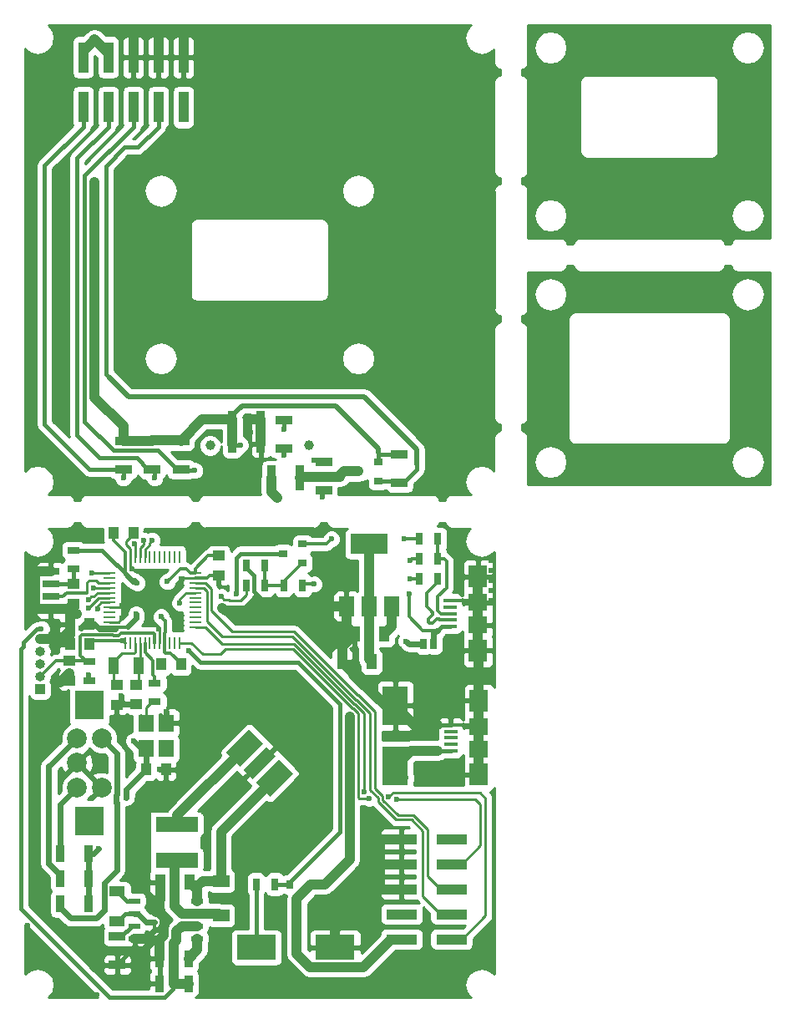
<source format=gtl>
G04 #@! TF.FileFunction,Copper,L1,Top,Signal*
%FSLAX46Y46*%
G04 Gerber Fmt 4.6, Leading zero omitted, Abs format (unit mm)*
G04 Created by KiCad (PCBNEW 4.0.7-e2-6376~58~ubuntu17.04.1) date Sat May  5 16:48:04 2018*
%MOMM*%
%LPD*%
G01*
G04 APERTURE LIST*
%ADD10C,0.100000*%
%ADD11C,0.300000*%
%ADD12C,0.600000*%
%ADD13C,2.000000*%
%ADD14R,3.000000X3.000000*%
%ADD15C,1.000000*%
%ADD16R,0.900000X1.700000*%
%ADD17R,1.700000X0.900000*%
%ADD18R,1.000000X3.150000*%
%ADD19R,0.900000X0.800000*%
%ADD20R,0.900000X2.500000*%
%ADD21R,1.600000X1.000000*%
%ADD22R,1.000000X1.600000*%
%ADD23R,1.700000X1.300000*%
%ADD24R,4.200000X1.500000*%
%ADD25R,1.143000X0.508000*%
%ADD26C,0.300000*%
%ADD27R,1.250000X1.000000*%
%ADD28R,2.500000X4.000000*%
%ADD29R,4.000000X2.500000*%
%ADD30R,1.000000X1.250000*%
%ADD31R,0.800000X0.900000*%
%ADD32R,0.700000X1.000000*%
%ADD33R,3.150000X1.000000*%
%ADD34R,1.000000X1.000000*%
%ADD35O,1.000000X1.000000*%
%ADD36R,1.300000X0.700000*%
%ADD37R,0.700000X1.300000*%
%ADD38R,3.800000X2.000000*%
%ADD39R,1.500000X2.000000*%
%ADD40R,0.250000X1.300000*%
%ADD41R,1.300000X0.250000*%
%ADD42R,1.900000X2.300000*%
%ADD43R,1.900000X1.800000*%
%ADD44R,1.400000X0.400000*%
%ADD45R,1.800000X0.800000*%
%ADD46R,1.600000X1.800000*%
%ADD47R,1.000000X1.800000*%
%ADD48C,0.609600*%
%ADD49C,0.304800*%
%ADD50C,0.457200*%
%ADD51C,1.016000*%
%ADD52C,0.508000*%
%ADD53C,0.406400*%
%ADD54C,0.250000*%
%ADD55C,0.254000*%
G04 APERTURE END LIST*
D10*
D11*
X114374000Y-139773000D02*
X114374000Y-139273000D01*
D12*
X132083202Y-120890810D03*
X131376095Y-120183703D03*
X130668988Y-119476596D03*
X129961881Y-120183703D03*
X130668988Y-120890810D03*
X129961881Y-121597917D03*
X129254774Y-120890810D03*
X128547667Y-121597917D03*
X129254774Y-122305024D03*
X128547667Y-123012131D03*
X127840560Y-122305024D03*
X131376095Y-118769489D03*
X129254774Y-129376094D03*
X120769490Y-116648168D03*
X118648169Y-118769489D03*
X119355276Y-118062382D03*
X120062383Y-117355275D03*
X122890811Y-115941061D03*
X122183704Y-116648168D03*
X121476597Y-117355275D03*
X120769490Y-118062382D03*
X120062383Y-118769489D03*
X119355276Y-119476596D03*
X118648169Y-120183703D03*
X117941062Y-120890810D03*
X122890811Y-130083201D03*
X117941062Y-125133452D03*
X119355276Y-127961880D03*
X120062383Y-128668987D03*
X120769490Y-127961880D03*
X120062383Y-127254773D03*
X120769490Y-126547666D03*
X129961881Y-118769489D03*
X130668988Y-118062382D03*
X129961881Y-117355275D03*
X129254774Y-116648168D03*
X127133453Y-115941061D03*
X127840560Y-116648168D03*
X128547667Y-117355275D03*
X129254774Y-118062382D03*
X132083202Y-125133452D03*
X131376095Y-125840559D03*
X130668988Y-127961880D03*
X131376095Y-127254773D03*
X130668988Y-126547666D03*
X129961881Y-127254773D03*
X129961881Y-128668987D03*
X129254774Y-127961880D03*
X128547667Y-128668987D03*
X127840560Y-129376094D03*
X127133453Y-130083201D03*
X125719239Y-130083201D03*
X126426346Y-129376094D03*
X125719239Y-128668987D03*
X126426346Y-127961880D03*
X125719239Y-127254773D03*
D13*
X106500000Y-123000000D03*
X106500000Y-125500000D03*
X106500000Y-120500000D03*
D14*
X107750000Y-128850000D03*
X107750000Y-117150000D03*
D13*
X109000000Y-125500000D03*
X109000000Y-120500000D03*
D15*
X124305025Y-123719238D03*
X125719239Y-122305025D03*
X125012132Y-123012131D03*
D10*
G36*
X126638478Y-122305024D02*
X124305025Y-124638477D01*
X123385786Y-123719238D01*
X125719239Y-121385785D01*
X126638478Y-122305024D01*
X126638478Y-122305024D01*
G37*
G36*
X128406245Y-124072792D02*
X126072793Y-126406244D01*
X124658579Y-124992030D01*
X126992031Y-122658578D01*
X128406245Y-124072792D01*
X128406245Y-124072792D01*
G37*
G36*
X125365685Y-121032232D02*
X123032233Y-123365684D01*
X121618019Y-121951470D01*
X123951471Y-119618018D01*
X125365685Y-121032232D01*
X125365685Y-121032232D01*
G37*
D12*
X125012132Y-115233957D03*
X125719239Y-115941064D03*
X126426345Y-116648170D03*
X127133452Y-117355277D03*
X127840559Y-118062384D03*
X128547666Y-118769491D03*
X129254772Y-119476597D03*
X131376093Y-121597918D03*
X132083200Y-122305025D03*
X124305025Y-115941064D03*
X125012132Y-116648170D03*
X125719239Y-117355277D03*
X126426345Y-118062384D03*
X127133452Y-118769491D03*
X127840559Y-119476597D03*
X128547666Y-120183704D03*
X130668986Y-122305025D03*
X131376093Y-123012131D03*
X132083200Y-123719238D03*
X123597918Y-116648170D03*
X124305025Y-117355277D03*
X125012132Y-118062384D03*
X125719239Y-118769491D03*
X126426345Y-119476597D03*
X127133452Y-120183704D03*
X127840559Y-120890811D03*
X129961879Y-123012131D03*
X130668986Y-123719238D03*
X131376093Y-124426345D03*
X122890811Y-117355277D03*
X123597918Y-118062384D03*
X124305025Y-118769491D03*
X125012132Y-119476597D03*
X125719239Y-120183704D03*
X126426345Y-120890811D03*
X127133452Y-121597918D03*
X129254772Y-123719238D03*
X129961879Y-124426345D03*
X130668986Y-125133452D03*
X122183705Y-118062384D03*
X122890811Y-118769491D03*
X129254772Y-125133452D03*
X129961879Y-125840558D03*
X121476598Y-118769491D03*
X122183705Y-119476597D03*
X128547666Y-125840558D03*
X129254772Y-126547665D03*
X120769491Y-119476597D03*
X121476598Y-120183704D03*
X127840559Y-126547665D03*
X128547666Y-127254772D03*
X120062384Y-120183704D03*
X120769491Y-120890811D03*
X127133452Y-127254772D03*
X127840559Y-127961879D03*
X119355277Y-120890811D03*
X120062384Y-121597918D03*
X120769491Y-122305025D03*
X122890811Y-124426345D03*
X123597918Y-125133452D03*
X127133452Y-128668986D03*
X118648171Y-121597918D03*
X119355277Y-122305025D03*
X120062384Y-123012131D03*
X122183705Y-125133452D03*
X122890811Y-125840558D03*
X125012132Y-127961879D03*
X117941064Y-122305025D03*
X118648171Y-123012131D03*
X119355277Y-123719238D03*
X121476598Y-125840558D03*
X122183705Y-126547665D03*
X124305025Y-128668986D03*
X125012132Y-129376092D03*
X117233957Y-123012131D03*
X117941064Y-123719238D03*
X118648171Y-124426345D03*
X121476598Y-127254772D03*
X123597918Y-129376092D03*
X124305025Y-130083199D03*
X125012132Y-130790306D03*
X144500000Y-100500000D03*
X145500000Y-100500000D03*
X145500000Y-101500000D03*
X144500000Y-99500000D03*
X145500000Y-99500000D03*
X148500000Y-102500000D03*
X148500000Y-103500000D03*
X148500000Y-104500000D03*
X148500000Y-105500000D03*
X148500000Y-106500000D03*
X148500000Y-139500000D03*
X148500000Y-140500000D03*
X148500000Y-141500000D03*
X148500000Y-142500000D03*
X148500000Y-143500000D03*
X145500000Y-146500000D03*
X144500000Y-146500000D03*
X143500000Y-146500000D03*
X142500000Y-146500000D03*
X141500000Y-146500000D03*
X101500000Y-143500000D03*
X101500000Y-142500000D03*
X101500000Y-141500000D03*
X101500000Y-140500000D03*
X101500000Y-139500000D03*
X104500000Y-146500000D03*
X105500000Y-146500000D03*
X106500000Y-146500000D03*
X107500000Y-146500000D03*
X108500000Y-146500000D03*
X104500000Y-99500000D03*
X105500000Y-99500000D03*
X106500000Y-99500000D03*
X107500000Y-99500000D03*
X108500000Y-99500000D03*
X101500000Y-102500000D03*
X101500000Y-103500000D03*
X101500000Y-104500000D03*
X101500000Y-105500000D03*
X101500000Y-106500000D03*
X145500000Y-95500000D03*
X144500000Y-95500000D03*
X143500000Y-95500000D03*
X142500000Y-95500000D03*
X141500000Y-95500000D03*
X148500000Y-92500000D03*
X148500000Y-91500000D03*
X148500000Y-90500000D03*
X148500000Y-89500000D03*
X148500000Y-88500000D03*
X148500000Y-55500000D03*
X148500000Y-54500000D03*
X148500000Y-53500000D03*
X148500000Y-52500000D03*
X148500000Y-51500000D03*
X141500000Y-48500000D03*
X142500000Y-48500000D03*
X143500000Y-48500000D03*
X144500000Y-48500000D03*
X145500000Y-48500000D03*
X104500000Y-48500000D03*
X105500000Y-48500000D03*
X106500000Y-48500000D03*
X107500000Y-48500000D03*
X108500000Y-48500000D03*
X101500000Y-51500000D03*
X101500000Y-52500000D03*
X101500000Y-53500000D03*
X101500000Y-54500000D03*
X101500000Y-55500000D03*
X101500000Y-88500000D03*
X101500000Y-89500000D03*
X101500000Y-90500000D03*
X101500000Y-91500000D03*
X101500000Y-92500000D03*
X108500000Y-95500000D03*
X107500000Y-95500000D03*
X106500000Y-95500000D03*
X105500000Y-95500000D03*
X104500000Y-95500000D03*
D16*
X122240000Y-88158000D03*
X125140000Y-88158000D03*
X122240000Y-90698000D03*
X125140000Y-90698000D03*
D17*
X131511000Y-92497000D03*
X131511000Y-95397000D03*
X127447000Y-91132000D03*
X127447000Y-88232000D03*
D18*
X117287000Y-51485000D03*
X117287000Y-56535000D03*
X114747000Y-51485000D03*
X114747000Y-56535000D03*
X112207000Y-51485000D03*
X112207000Y-56535000D03*
X109667000Y-51485000D03*
X109667000Y-56535000D03*
X107127000Y-51485000D03*
X107127000Y-56535000D03*
D19*
X137000000Y-94400000D03*
X137000000Y-92500000D03*
X135000000Y-93450000D03*
D17*
X117033000Y-90338000D03*
X117033000Y-93238000D03*
X114112000Y-90317000D03*
X114112000Y-93217000D03*
X111191000Y-90338000D03*
X111191000Y-93238000D03*
D20*
X126198000Y-94127000D03*
X129098000Y-94127000D03*
D17*
X139184000Y-94586000D03*
X139184000Y-91686000D03*
D21*
X110577000Y-136042000D03*
X110577000Y-139042000D03*
D22*
X117930000Y-135074000D03*
X114930000Y-135074000D03*
D23*
X121105000Y-134947000D03*
X121105000Y-138447000D03*
D24*
X116660000Y-132832000D03*
X116660000Y-129232000D03*
D17*
X110577000Y-140566000D03*
X110577000Y-143466000D03*
D16*
X117782000Y-142821000D03*
X114882000Y-142821000D03*
X117782000Y-145361000D03*
X114882000Y-145361000D03*
D25*
X118692000Y-136979000D03*
X118692000Y-138249000D03*
X118692000Y-139519000D03*
X118692000Y-140789000D03*
X112342000Y-140789000D03*
X112342000Y-139519000D03*
X112342000Y-138249000D03*
X112342000Y-136979000D03*
D26*
X114374000Y-139773000D03*
X114374000Y-139273000D03*
D27*
X106132000Y-104879000D03*
X106132000Y-106879000D03*
D28*
X138771000Y-123296000D03*
X138771000Y-117196000D03*
D22*
X137628000Y-109959000D03*
X134628000Y-109959000D03*
D27*
X105751000Y-112626000D03*
X105751000Y-114626000D03*
D29*
X124675000Y-141709000D03*
X132675000Y-141709000D03*
D22*
X136358000Y-112753000D03*
X133358000Y-112753000D03*
D30*
X107783000Y-110975000D03*
X105783000Y-110975000D03*
X117022000Y-113007000D03*
X115022000Y-113007000D03*
X110228000Y-99672000D03*
X112228000Y-99672000D03*
X107783000Y-108943000D03*
X105783000Y-108943000D03*
D27*
X120864000Y-101990000D03*
X120864000Y-103990000D03*
X110520000Y-115090000D03*
X110520000Y-117090000D03*
X112510000Y-115050000D03*
X112510000Y-117050000D03*
D31*
X128100000Y-135300000D03*
X130200000Y-135300000D03*
D32*
X141649132Y-110947131D03*
X142665132Y-110947131D03*
D33*
X139406000Y-130713000D03*
X144456000Y-130713000D03*
X139406000Y-133253000D03*
X144456000Y-133253000D03*
X139406000Y-135793000D03*
X144456000Y-135793000D03*
X139406000Y-138333000D03*
X144456000Y-138333000D03*
X139406000Y-140873000D03*
X144456000Y-140873000D03*
D34*
X102750000Y-115540000D03*
D35*
X102750000Y-114270000D03*
X102750000Y-113000000D03*
X102750000Y-111730000D03*
X102750000Y-110460000D03*
D19*
X129373000Y-102715000D03*
X129373000Y-100815000D03*
X127373000Y-101765000D03*
D36*
X106132000Y-101455000D03*
X106132000Y-103355000D03*
D37*
X143084000Y-100307000D03*
X141184000Y-100307000D03*
X141184000Y-104371000D03*
X143084000Y-104371000D03*
X141189000Y-102339000D03*
X143089000Y-102339000D03*
D36*
X107750000Y-114650000D03*
X107750000Y-112750000D03*
D37*
X129373000Y-105006000D03*
X127473000Y-105006000D03*
X125558000Y-102974000D03*
X123658000Y-102974000D03*
X123658000Y-105006000D03*
X125558000Y-105006000D03*
X126550000Y-135300000D03*
X124650000Y-135300000D03*
D38*
X136104000Y-100815000D03*
D39*
X136104000Y-107115000D03*
X138404000Y-107115000D03*
X133804000Y-107115000D03*
D40*
X111379000Y-110848000D03*
X111879000Y-110848000D03*
X112379000Y-110848000D03*
X112879000Y-110848000D03*
X113379000Y-110848000D03*
X113879000Y-110848000D03*
X114379000Y-110848000D03*
X114879000Y-110848000D03*
X115379000Y-110848000D03*
X115879000Y-110848000D03*
X116379000Y-110848000D03*
X116879000Y-110848000D03*
D41*
X118479000Y-109248000D03*
X118479000Y-108748000D03*
X118479000Y-108248000D03*
X118479000Y-107748000D03*
X118479000Y-107248000D03*
X118479000Y-106748000D03*
X118479000Y-106248000D03*
X118479000Y-105748000D03*
X118479000Y-105248000D03*
X118479000Y-104748000D03*
X118479000Y-104248000D03*
X118479000Y-103748000D03*
D40*
X116879000Y-102148000D03*
X116379000Y-102148000D03*
X115879000Y-102148000D03*
X115379000Y-102148000D03*
X114879000Y-102148000D03*
X114379000Y-102148000D03*
X113879000Y-102148000D03*
X113379000Y-102148000D03*
X112879000Y-102148000D03*
X112379000Y-102148000D03*
X111879000Y-102148000D03*
X111379000Y-102148000D03*
D41*
X109779000Y-103748000D03*
X109779000Y-104248000D03*
X109779000Y-104748000D03*
X109779000Y-105248000D03*
X109779000Y-105748000D03*
X109779000Y-106248000D03*
X109779000Y-106748000D03*
X109779000Y-107248000D03*
X109779000Y-107748000D03*
X109779000Y-108248000D03*
X109779000Y-108748000D03*
X109779000Y-109248000D03*
D42*
X147153000Y-111610000D03*
X147153000Y-104110000D03*
D43*
X147153000Y-109010000D03*
X147153000Y-106710000D03*
D44*
X144303000Y-107860000D03*
X144303000Y-107210000D03*
X144303000Y-108510000D03*
X144303000Y-109160000D03*
X144303000Y-106560000D03*
D45*
X103846000Y-106149000D03*
X103846000Y-107419000D03*
X103846000Y-104879000D03*
X103846000Y-103609000D03*
D30*
X113498000Y-123675000D03*
X115498000Y-123675000D03*
D36*
X114387000Y-114917000D03*
X114387000Y-116817000D03*
D46*
X115514000Y-121546000D03*
X115514000Y-118946000D03*
X113514000Y-118946000D03*
X113514000Y-121546000D03*
D16*
X107696000Y-132207000D03*
X104796000Y-132207000D03*
X107696000Y-134747000D03*
X104796000Y-134747000D03*
X107696000Y-137287000D03*
X104796000Y-137287000D03*
D47*
X110200000Y-113130000D03*
X112700000Y-113130000D03*
D42*
X147219000Y-124190000D03*
X147219000Y-116690000D03*
D43*
X147219000Y-121590000D03*
X147219000Y-119290000D03*
D44*
X144369000Y-120440000D03*
X144369000Y-119790000D03*
X144369000Y-121090000D03*
X144369000Y-121740000D03*
X144369000Y-119140000D03*
D15*
X130004000Y-90805000D03*
X120004000Y-90805000D03*
D12*
X111506000Y-126492000D03*
X108712000Y-131699000D03*
X112228000Y-120754000D03*
X106894000Y-109324000D03*
X107620603Y-114087663D03*
X134143400Y-118326019D03*
X136104000Y-111356000D03*
X122642000Y-105895000D03*
X136104000Y-105387000D03*
X115657000Y-104625000D03*
X112609000Y-104752000D03*
X112482000Y-107927000D03*
X115022000Y-108181000D03*
X108270000Y-49677000D03*
X123077105Y-90766798D03*
X108270000Y-64155000D03*
X110958000Y-116182002D03*
X111085000Y-108308000D03*
X105751000Y-113896000D03*
X114788793Y-109425822D03*
X115530000Y-117833000D03*
X114895000Y-123675000D03*
X105807479Y-109985388D03*
X137173000Y-133253000D03*
X141311000Y-119140000D03*
X114930000Y-136890000D03*
X121245000Y-107292000D03*
X137120000Y-116515000D03*
X147219000Y-115420000D03*
X147219000Y-122786000D03*
X147219000Y-120373000D03*
X147219000Y-118087000D03*
X147153000Y-105641000D03*
X147153000Y-107800000D03*
X147153000Y-110086000D03*
X147219000Y-113007000D03*
X147219000Y-114404000D03*
X133804000Y-109135000D03*
X111085000Y-107038000D03*
X112101000Y-103355000D03*
X117054000Y-104371000D03*
X117287000Y-49296000D03*
X112207000Y-49296000D03*
X114747000Y-49296000D03*
X124399000Y-88158000D03*
X125161000Y-91841000D03*
X130495000Y-92349000D03*
X131384000Y-96032000D03*
X127447000Y-91841000D03*
X127447000Y-89174000D03*
X118430000Y-93365000D03*
X114366000Y-94127000D03*
X111191000Y-94127000D03*
X126812000Y-96159000D03*
X139871132Y-124524000D03*
X139871132Y-110650132D03*
X121105000Y-133807131D03*
X138404000Y-109183000D03*
X102875999Y-109405001D03*
X108164000Y-105260000D03*
X111112591Y-110630948D03*
X117816004Y-111610000D03*
X130516000Y-104879000D03*
X140168000Y-105895000D03*
X138863122Y-126655782D03*
X135601421Y-125951699D03*
X112355000Y-100815000D03*
X108037000Y-103736000D03*
X139660000Y-100307000D03*
X132294000Y-100307000D03*
X114133000Y-100434000D03*
X140295000Y-104371000D03*
X113244000Y-100434000D03*
X140295000Y-102466000D03*
X121118000Y-106149000D03*
X116927000Y-106784000D03*
X138092388Y-126441336D03*
X136104000Y-126596000D03*
X107631548Y-106432553D03*
X107656000Y-107292000D03*
X108605949Y-107352949D03*
D48*
X111506000Y-126492000D02*
X111506000Y-125667000D01*
X111506000Y-125667000D02*
X113498000Y-123675000D01*
X107696000Y-132207000D02*
X108204000Y-132207000D01*
X108204000Y-132207000D02*
X108712000Y-131699000D01*
X107696000Y-134747000D02*
X107696000Y-132207000D01*
X107696000Y-137287000D02*
X107696000Y-134747000D01*
X113514000Y-121546000D02*
X113020000Y-121546000D01*
X113020000Y-121546000D02*
X112228000Y-120754000D01*
X107783000Y-108943000D02*
X107275000Y-108943000D01*
X107275000Y-108943000D02*
X106894000Y-109324000D01*
D49*
X109779000Y-109248000D02*
X111546064Y-109248000D01*
X111546064Y-109248000D02*
X111605675Y-109188389D01*
D48*
X112482000Y-107927000D02*
X112482000Y-108351264D01*
X112482000Y-108351264D02*
X111644875Y-109188389D01*
X111644875Y-109188389D02*
X111605675Y-109188389D01*
X107783000Y-108943000D02*
X108290358Y-108943000D01*
X108290358Y-108943000D02*
X108725159Y-109377801D01*
X108725159Y-109377801D02*
X110376801Y-109377801D01*
D50*
X107620603Y-114511927D02*
X107620603Y-114087663D01*
X107750000Y-114650000D02*
X107620603Y-114520603D01*
X107620603Y-114520603D02*
X107620603Y-114511927D01*
D49*
X115321999Y-108480999D02*
X115022000Y-108181000D01*
X115441195Y-108600195D02*
X115321999Y-108480999D01*
X115379000Y-110848000D02*
X115379000Y-109801171D01*
X115441195Y-109738976D02*
X115441195Y-108600195D01*
X115379000Y-109801171D02*
X115441195Y-109738976D01*
D48*
X113498000Y-123675000D02*
X113498000Y-121562000D01*
X113498000Y-121562000D02*
X113514000Y-121546000D01*
D51*
X134143400Y-132772600D02*
X134143400Y-118750283D01*
X134143400Y-118750283D02*
X134143400Y-118326019D01*
X130200000Y-135300000D02*
X131616000Y-135300000D01*
X131616000Y-135300000D02*
X134143400Y-132772600D01*
X130200000Y-135300000D02*
X130200000Y-135350000D01*
X128784000Y-142342402D02*
X130108599Y-143667001D01*
X130200000Y-135350000D02*
X128784000Y-136766000D01*
X128784000Y-136766000D02*
X128784000Y-142342402D01*
X130108599Y-143667001D02*
X135536999Y-143667001D01*
X135536999Y-143667001D02*
X138331000Y-140873000D01*
X138331000Y-140873000D02*
X139406000Y-140873000D01*
D50*
X127373000Y-101765000D02*
X123095518Y-101765000D01*
X123095518Y-101765000D02*
X122642000Y-102218518D01*
X122642000Y-102218518D02*
X122642000Y-105895000D01*
D49*
X111379000Y-101623000D02*
X110228000Y-100472000D01*
X110228000Y-100472000D02*
X110228000Y-99672000D01*
X111379000Y-102148000D02*
X111379000Y-101623000D01*
D51*
X136104000Y-100815000D02*
X136104000Y-105387000D01*
X136104000Y-105387000D02*
X136104000Y-107115000D01*
X136104000Y-107115000D02*
X136104000Y-112499000D01*
X136104000Y-112499000D02*
X136358000Y-112753000D01*
D50*
X113117000Y-121576000D02*
X112990000Y-121449000D01*
X112609000Y-104752000D02*
X112309001Y-104452001D01*
X112309001Y-104452001D02*
X112029483Y-104452001D01*
X112029483Y-104452001D02*
X109032482Y-101455000D01*
X109032482Y-101455000D02*
X107239200Y-101455000D01*
X107239200Y-101455000D02*
X106132000Y-101455000D01*
D49*
X115956999Y-104325001D02*
X115657000Y-104625000D01*
X116963800Y-103318200D02*
X115956999Y-104325001D01*
X117524200Y-103318200D02*
X116963800Y-103318200D01*
X117954000Y-103748000D02*
X117524200Y-103318200D01*
X118479000Y-103748000D02*
X117954000Y-103748000D01*
X112184736Y-104752000D02*
X112609000Y-104752000D01*
X111379000Y-103946264D02*
X112184736Y-104752000D01*
X111379000Y-102148000D02*
X111379000Y-103946264D01*
X109779000Y-109248000D02*
X108088000Y-109248000D01*
X108088000Y-109248000D02*
X107783000Y-108943000D01*
X118479000Y-103748000D02*
X118479000Y-103318200D01*
X118479000Y-103318200D02*
X119807200Y-101990000D01*
X119807200Y-101990000D02*
X119934200Y-101990000D01*
X119934200Y-101990000D02*
X120864000Y-101990000D01*
X115379000Y-110848000D02*
X115379000Y-111802800D01*
X117022000Y-112882000D02*
X117022000Y-113007000D01*
X115379000Y-111802800D02*
X115426601Y-111850401D01*
X115426601Y-111850401D02*
X115990401Y-111850401D01*
X115990401Y-111850401D02*
X117022000Y-112882000D01*
D50*
X139184000Y-91686000D02*
X137152000Y-91686000D01*
X137152000Y-91686000D02*
X137025000Y-91559000D01*
X137025000Y-91559000D02*
X137000000Y-91584000D01*
X137000000Y-91584000D02*
X137000000Y-92500000D01*
D52*
X137025000Y-91559000D02*
X137025000Y-91132000D01*
X137025000Y-91132000D02*
X132693000Y-86800000D01*
X132693000Y-86800000D02*
X123198000Y-86800000D01*
X123198000Y-86800000D02*
X122240000Y-87758000D01*
X122240000Y-87758000D02*
X122240000Y-88158000D01*
D51*
X107127000Y-50820000D02*
X107970001Y-49976999D01*
X107127000Y-51485000D02*
X107127000Y-50820000D01*
X108569999Y-49976999D02*
X108270000Y-49677000D01*
X107970001Y-49976999D02*
X108270000Y-49677000D01*
X109667000Y-51074000D02*
X108569999Y-49976999D01*
X109667000Y-51485000D02*
X109667000Y-51074000D01*
D53*
X122652841Y-90766798D02*
X123077105Y-90766798D01*
X122308798Y-90766798D02*
X122652841Y-90766798D01*
X122240000Y-90698000D02*
X122308798Y-90766798D01*
D51*
X108270000Y-85951000D02*
X108270000Y-64155000D01*
X111191000Y-88872000D02*
X108270000Y-85951000D01*
X111191000Y-90338000D02*
X111191000Y-88872000D01*
X117033000Y-90338000D02*
X119213000Y-88158000D01*
X119213000Y-88158000D02*
X122240000Y-88158000D01*
X114112000Y-90317000D02*
X117012000Y-90317000D01*
X117012000Y-90317000D02*
X117033000Y-90338000D01*
X111191000Y-90338000D02*
X114091000Y-90338000D01*
X114091000Y-90338000D02*
X114112000Y-90317000D01*
X122240000Y-88158000D02*
X122240000Y-90698000D01*
D48*
X110958000Y-116606262D02*
X110958000Y-116182002D01*
X110957998Y-116732598D02*
X110957998Y-116606264D01*
X110520000Y-117090000D02*
X110957998Y-116652002D01*
X110957998Y-116606264D02*
X110958000Y-116606262D01*
X112510000Y-117050000D02*
X111275400Y-117050000D01*
X111275400Y-117050000D02*
X110957998Y-116732598D01*
X110957998Y-116652002D02*
X110957998Y-116606264D01*
D54*
X111085000Y-108342000D02*
X111085000Y-108308000D01*
X109779000Y-108748000D02*
X110679000Y-108748000D01*
X110679000Y-108748000D02*
X111085000Y-108342000D01*
D51*
X105751000Y-113896000D02*
X104791999Y-114855001D01*
X105751000Y-113896000D02*
X105751000Y-114626000D01*
X103846000Y-107419000D02*
X102541598Y-107419000D01*
X102541598Y-107419000D02*
X102237999Y-107115401D01*
X102237999Y-107115401D02*
X102237999Y-103912599D01*
X102237999Y-103912599D02*
X102541598Y-103609000D01*
X102541598Y-103609000D02*
X103846000Y-103609000D01*
X102750000Y-110460000D02*
X104908603Y-110460000D01*
X104908603Y-110460000D02*
X105807479Y-109561124D01*
X105783000Y-108943000D02*
X105783000Y-107927000D01*
X105783000Y-107927000D02*
X105783000Y-107228000D01*
X106513000Y-107927000D02*
X105783000Y-107927000D01*
D54*
X114879000Y-110848000D02*
X114879000Y-109516029D01*
X114879000Y-109516029D02*
X114788793Y-109425822D01*
D48*
X115514000Y-118946000D02*
X115514000Y-117849000D01*
X115514000Y-117849000D02*
X115530000Y-117833000D01*
X115498000Y-123675000D02*
X114895000Y-123675000D01*
D53*
X112342000Y-140789000D02*
X112342000Y-141701000D01*
X112342000Y-141701000D02*
X110577000Y-143466000D01*
D51*
X133804000Y-107115000D02*
X132294000Y-107115000D01*
X132294000Y-107115000D02*
X125941238Y-107115000D01*
X105783000Y-110848000D02*
X105507480Y-110572480D01*
X105507480Y-110285387D02*
X105807479Y-109985388D01*
X105783000Y-108943000D02*
X105807479Y-108967479D01*
X105507480Y-110572480D02*
X105507480Y-110285387D01*
X105807479Y-108967479D02*
X105807479Y-109561124D01*
X105807479Y-109561124D02*
X105807479Y-109985388D01*
D50*
X114990000Y-118849000D02*
X114990000Y-118182000D01*
X114990000Y-118182000D02*
X114940999Y-118132999D01*
X115117000Y-123802000D02*
X115117000Y-123677000D01*
D51*
X137173000Y-133253000D02*
X137173000Y-130713000D01*
X137173000Y-135793000D02*
X137173000Y-133253000D01*
X132675000Y-141709000D02*
X132675000Y-139931000D01*
X132675000Y-139931000D02*
X136993000Y-135613000D01*
X139406000Y-135793000D02*
X137173000Y-135793000D01*
X137173000Y-135793000D02*
X136993000Y-135613000D01*
X139406000Y-133253000D02*
X137173000Y-133253000D01*
X137173000Y-133253000D02*
X136993000Y-133073000D01*
X139406000Y-130713000D02*
X137173000Y-130713000D01*
X137173000Y-130713000D02*
X136993000Y-130533000D01*
X140715000Y-119140000D02*
X141311000Y-119140000D01*
X141311000Y-119140000D02*
X143089000Y-119140000D01*
X114930000Y-135074000D02*
X114930000Y-136890000D01*
X121544999Y-107591999D02*
X121245000Y-107292000D01*
X125464239Y-107591999D02*
X121544999Y-107591999D01*
X125941238Y-107115000D02*
X125464239Y-107591999D01*
D54*
X111478000Y-100847000D02*
X111478000Y-100547000D01*
X112228000Y-99797000D02*
X112228000Y-99672000D01*
X111879000Y-101248000D02*
X111478000Y-100847000D01*
X111879000Y-102148000D02*
X111879000Y-101248000D01*
X111478000Y-100547000D02*
X112228000Y-99797000D01*
D49*
X120864000Y-103990000D02*
X119934200Y-103990000D01*
X119934200Y-103990000D02*
X119676200Y-104248000D01*
X119676200Y-104248000D02*
X118692909Y-104248000D01*
X118692909Y-104248000D02*
X118688099Y-104252810D01*
X118688099Y-104252810D02*
X118479000Y-104252810D01*
D53*
X123658000Y-102974000D02*
X123658000Y-103274000D01*
X123658000Y-103274000D02*
X124414400Y-104030400D01*
X124414400Y-104030400D02*
X124414400Y-105588162D01*
X124414400Y-105588162D02*
X125941238Y-107115000D01*
D51*
X137120000Y-116515000D02*
X134199000Y-113594000D01*
X133358000Y-112753000D02*
X134199000Y-113594000D01*
X138771000Y-117196000D02*
X137801000Y-117196000D01*
X137801000Y-117196000D02*
X137120000Y-116515000D01*
D53*
X144369000Y-119140000D02*
X143089000Y-119140000D01*
D51*
X138771000Y-117196000D02*
X140715000Y-119140000D01*
D49*
X144303000Y-106560000D02*
X147003000Y-106560000D01*
X147003000Y-106560000D02*
X147153000Y-106710000D01*
D51*
X147219000Y-115420000D02*
X147219000Y-114404000D01*
X147219000Y-116690000D02*
X147219000Y-115420000D01*
X147219000Y-122786000D02*
X147219000Y-121590000D01*
X147219000Y-124190000D02*
X147219000Y-122786000D01*
X147219000Y-120373000D02*
X147219000Y-119290000D01*
X147219000Y-121590000D02*
X147219000Y-120373000D01*
X147219000Y-118087000D02*
X147219000Y-116690000D01*
X147219000Y-119290000D02*
X147219000Y-118087000D01*
X147153000Y-105641000D02*
X147153000Y-104110000D01*
X147153000Y-106710000D02*
X147153000Y-105641000D01*
X147153000Y-107800000D02*
X147153000Y-106710000D01*
X147153000Y-109010000D02*
X147153000Y-107800000D01*
X147153000Y-110086000D02*
X147153000Y-109010000D01*
X147153000Y-111610000D02*
X147153000Y-110086000D01*
X147219000Y-113007000D02*
X147219000Y-111676000D01*
X147219000Y-114404000D02*
X147219000Y-113007000D01*
X147219000Y-111676000D02*
X147153000Y-111610000D01*
D49*
X144369000Y-119140000D02*
X147069000Y-119140000D01*
X147069000Y-119140000D02*
X147219000Y-119290000D01*
D51*
X134628000Y-109959000D02*
X133358000Y-111229000D01*
X134628000Y-109959000D02*
X133804000Y-109135000D01*
X133358000Y-112753000D02*
X133358000Y-111229000D01*
X133804000Y-107115000D02*
X133804000Y-109135000D01*
X105656000Y-110975000D02*
X105783000Y-110848000D01*
X103846000Y-107419000D02*
X105762000Y-107419000D01*
X105762000Y-107419000D02*
X105783000Y-107398000D01*
X105783000Y-107398000D02*
X105783000Y-107228000D01*
X105783000Y-107228000D02*
X106132000Y-106879000D01*
D53*
X106132000Y-106879000D02*
X105592000Y-107419000D01*
X105592000Y-107419000D02*
X103846000Y-107419000D01*
D54*
X109779000Y-107248000D02*
X110875000Y-107248000D01*
X110875000Y-107248000D02*
X111085000Y-107038000D01*
X111879000Y-102148000D02*
X111879000Y-103133000D01*
X111879000Y-103133000D02*
X112101000Y-103355000D01*
X117177000Y-104248000D02*
X117054000Y-104371000D01*
X118479000Y-104248000D02*
X117177000Y-104248000D01*
D51*
X115316989Y-139523363D02*
X115386810Y-139453542D01*
X115316989Y-140520011D02*
X115316989Y-139523363D01*
X114882000Y-140955000D02*
X115316989Y-140520011D01*
X114882000Y-142821000D02*
X114882000Y-140955000D01*
X113523100Y-140789000D02*
X112342000Y-140789000D01*
D48*
X115386810Y-139453542D02*
X115183610Y-139453542D01*
D51*
X114930000Y-136890000D02*
X114374000Y-137446000D01*
X114374000Y-137446000D02*
X114374001Y-137954940D01*
X114506151Y-138087090D02*
X114793519Y-138087090D01*
X115386810Y-138680381D02*
X115386810Y-139453542D01*
X114374001Y-137954940D02*
X114506151Y-138087090D01*
X114793519Y-138087090D02*
X115386810Y-138680381D01*
D54*
X114374000Y-139773000D02*
X114374000Y-139938100D01*
D48*
X115183610Y-139453542D02*
X114709351Y-139927801D01*
X114709351Y-139927801D02*
X114374000Y-139927801D01*
X114374000Y-139927801D02*
X114374000Y-139938100D01*
X113523100Y-140789000D02*
X114374000Y-139938100D01*
D51*
X117287000Y-51485000D02*
X117287000Y-49296000D01*
X112207000Y-51485000D02*
X112207000Y-49296000D01*
X114747000Y-51485000D02*
X114747000Y-49296000D01*
X125140000Y-88158000D02*
X124399000Y-88158000D01*
X125140000Y-88158000D02*
X125140000Y-90698000D01*
D53*
X125161000Y-91841000D02*
X125161000Y-90719000D01*
X125161000Y-90719000D02*
X125140000Y-90698000D01*
X130495000Y-92349000D02*
X131363000Y-92349000D01*
X131363000Y-92349000D02*
X131511000Y-92497000D01*
X131384000Y-96032000D02*
X131384000Y-95524000D01*
X131384000Y-95524000D02*
X131511000Y-95397000D01*
X127447000Y-91841000D02*
X127447000Y-91132000D01*
X127447000Y-89174000D02*
X127447000Y-88232000D01*
D50*
X140962000Y-92702000D02*
X140962000Y-93208000D01*
X140962000Y-93208000D02*
X139584000Y-94586000D01*
X139584000Y-94586000D02*
X139184000Y-94586000D01*
D52*
X109667000Y-83840000D02*
X111699000Y-85872000D01*
X111699000Y-85872000D02*
X135623000Y-85872000D01*
X135623000Y-85872000D02*
X140962000Y-91211000D01*
X140962000Y-91211000D02*
X140962000Y-92702000D01*
D50*
X137000000Y-94400000D02*
X138998000Y-94400000D01*
X138998000Y-94400000D02*
X139184000Y-94586000D01*
D53*
X114747000Y-56535000D02*
X114747000Y-58516400D01*
X114747000Y-58516400D02*
X112664400Y-60599000D01*
X112664400Y-60599000D02*
X111318000Y-60599000D01*
X111318000Y-60599000D02*
X109413000Y-62504000D01*
X109413000Y-62504000D02*
X109413000Y-83586000D01*
X109413000Y-83586000D02*
X109667000Y-83840000D01*
X112207000Y-56535000D02*
X112207000Y-58516400D01*
X112207000Y-58516400D02*
X107261990Y-63461410D01*
X107261990Y-63461410D02*
X107261990Y-88434752D01*
X107261990Y-88434752D02*
X110160238Y-91333000D01*
X110160238Y-91333000D02*
X114728000Y-91333000D01*
X114728000Y-91333000D02*
X116633000Y-93238000D01*
X116633000Y-93238000D02*
X117033000Y-93238000D01*
X118430000Y-93365000D02*
X117160000Y-93365000D01*
X117160000Y-93365000D02*
X117033000Y-93238000D01*
X112590000Y-92095000D02*
X113712000Y-93217000D01*
X106481533Y-61701867D02*
X106481533Y-89798533D01*
X109667000Y-58516400D02*
X106481533Y-61701867D01*
X109667000Y-56535000D02*
X109667000Y-58516400D01*
X106481533Y-89798533D02*
X108778000Y-92095000D01*
X108778000Y-92095000D02*
X112590000Y-92095000D01*
X113712000Y-93217000D02*
X114112000Y-93217000D01*
X114366000Y-94127000D02*
X114366000Y-93217000D01*
X107762000Y-93238000D02*
X109934600Y-93238000D01*
X109934600Y-93238000D02*
X111191000Y-93238000D01*
X103190000Y-62453400D02*
X103190000Y-88666000D01*
X107127000Y-58516400D02*
X103190000Y-62453400D01*
X107127000Y-56535000D02*
X107127000Y-58516400D01*
X103190000Y-88666000D02*
X107762000Y-93238000D01*
X111191000Y-94127000D02*
X111191000Y-93238000D01*
D51*
X126198000Y-94127000D02*
X126198000Y-95545000D01*
X126198000Y-95545000D02*
X126812000Y-96159000D01*
X133162000Y-94000000D02*
X133162000Y-93822000D01*
X133162000Y-93822000D02*
X133534000Y-93450000D01*
X133534000Y-93450000D02*
X135000000Y-93450000D01*
X129098000Y-94127000D02*
X129225000Y-94000000D01*
X129225000Y-94000000D02*
X133162000Y-94000000D01*
D53*
X112342000Y-136979000D02*
X111514000Y-136979000D01*
X111514000Y-136979000D02*
X110577000Y-136042000D01*
X112342000Y-138249000D02*
X111370000Y-138249000D01*
X111370000Y-138249000D02*
X110577000Y-139042000D01*
D48*
X114361300Y-139112600D02*
X114374000Y-139099900D01*
X113523100Y-139112600D02*
X114361300Y-139112600D01*
X112659500Y-138249000D02*
X113523100Y-139112600D01*
X112342000Y-138249000D02*
X112659500Y-138249000D01*
D54*
X114374000Y-139273000D02*
X114374000Y-139099900D01*
D48*
X114374000Y-139099900D02*
X114374000Y-139118191D01*
D52*
X138771000Y-123423868D02*
X139871132Y-124524000D01*
X138771000Y-123296000D02*
X138771000Y-123423868D01*
D48*
X141649132Y-110947131D02*
X140168131Y-110947131D01*
X140168131Y-110947131D02*
X139871132Y-110650132D01*
D51*
X121105000Y-133281000D02*
X121105000Y-133807131D01*
X121105000Y-134947000D02*
X121105000Y-133807131D01*
X126532412Y-124532411D02*
X121105000Y-129959823D01*
X121105000Y-129959823D02*
X121105000Y-133281000D01*
X126532411Y-124532411D02*
X126072792Y-124992030D01*
X126601708Y-124532411D02*
X126532411Y-124532411D01*
X143089000Y-121740000D02*
X140327000Y-121740000D01*
X140327000Y-121740000D02*
X138771000Y-123296000D01*
D53*
X144369000Y-121740000D02*
X140327000Y-121740000D01*
D51*
X138404000Y-107115000D02*
X138404000Y-109183000D01*
X138404000Y-109183000D02*
X137628000Y-109959000D01*
X121105000Y-134947000D02*
X121305000Y-134947000D01*
X126837174Y-124837174D02*
X126532411Y-124532411D01*
X118692000Y-135836000D02*
X118692000Y-135494000D01*
X118692000Y-135494000D02*
X119239000Y-134947000D01*
X119239000Y-134947000D02*
X121105000Y-134947000D01*
X118692000Y-136979000D02*
X118692000Y-135836000D01*
X118692000Y-135836000D02*
X117930000Y-135074000D01*
X116660000Y-132832000D02*
X116376132Y-133115868D01*
X117104500Y-138249000D02*
X118692000Y-138249000D01*
X116376132Y-133115868D02*
X116376132Y-137520632D01*
X116376132Y-137520632D02*
X117104500Y-138249000D01*
X118692000Y-138249000D02*
X120907000Y-138249000D01*
X120907000Y-138249000D02*
X121105000Y-138447000D01*
X123491852Y-121491851D02*
X116660000Y-128323703D01*
X116660000Y-128323703D02*
X116660000Y-129232000D01*
X116660000Y-129232000D02*
X118010000Y-129232000D01*
D53*
X112342000Y-139519000D02*
X112024000Y-139519000D01*
X112024000Y-139519000D02*
X110977000Y-140566000D01*
X110977000Y-140566000D02*
X110577000Y-140566000D01*
D51*
X118692000Y-140789000D02*
X118692000Y-141911000D01*
X118692000Y-141911000D02*
X117782000Y-142821000D01*
D54*
X116228002Y-145900000D02*
X116316000Y-145812002D01*
D53*
X115339002Y-146789000D02*
X116228002Y-145900000D01*
X102875999Y-109405001D02*
X102451735Y-109405001D01*
X102451735Y-109405001D02*
X101052000Y-110804736D01*
X109789000Y-146789000D02*
X115339002Y-146789000D01*
X101052000Y-110804736D02*
X101052000Y-111229000D01*
X101052000Y-111229000D02*
X100796799Y-111484201D01*
X100796799Y-111484201D02*
X100796799Y-137796799D01*
X100796799Y-137796799D02*
X109789000Y-146789000D01*
D54*
X116316000Y-145812002D02*
X116316000Y-145361000D01*
X108879000Y-105248000D02*
X108176000Y-105248000D01*
X108176000Y-105248000D02*
X108164000Y-105260000D01*
X109779000Y-105248000D02*
X108879000Y-105248000D01*
D51*
X116279000Y-141277697D02*
X116279000Y-145324000D01*
X116279000Y-145324000D02*
X116316000Y-145361000D01*
X116316000Y-145361000D02*
X117782000Y-145361000D01*
X117104500Y-139519000D02*
X116532999Y-140090501D01*
X118692000Y-139519000D02*
X117104500Y-139519000D01*
X116532999Y-140090501D02*
X116532999Y-141023698D01*
X116532999Y-141023698D02*
X116279000Y-141277697D01*
D53*
X106132000Y-103355000D02*
X106132000Y-104879000D01*
X103846000Y-104879000D02*
X106132000Y-104879000D01*
D49*
X107450000Y-112750000D02*
X107750000Y-112750000D01*
X110984837Y-109845599D02*
X110722226Y-110108210D01*
X106795200Y-112095200D02*
X107450000Y-112750000D01*
X106795200Y-110203478D02*
X106795200Y-112095200D01*
X108415521Y-109997599D02*
X107001079Y-109997599D01*
X108452934Y-110035012D02*
X108415521Y-109997599D01*
X110104576Y-110035012D02*
X108452934Y-110035012D01*
X110177774Y-110108210D02*
X110104576Y-110035012D01*
X110722226Y-110108210D02*
X110177774Y-110108210D01*
X114285921Y-109845599D02*
X110984837Y-109845599D01*
X114379000Y-110848000D02*
X114379000Y-109938678D01*
X107001079Y-109997599D02*
X106795200Y-110203478D01*
X114379000Y-109938678D02*
X114285921Y-109845599D01*
X105751000Y-112626000D02*
X104394000Y-112626000D01*
X104394000Y-112626000D02*
X102750000Y-114270000D01*
X105751000Y-112626000D02*
X107626000Y-112626000D01*
X107626000Y-112626000D02*
X107750000Y-112750000D01*
D50*
X124675000Y-141709000D02*
X124675000Y-135325000D01*
X124675000Y-135325000D02*
X124650000Y-135300000D01*
X126550000Y-135300000D02*
X127837263Y-135300000D01*
X127837263Y-135300000D02*
X133135389Y-130001874D01*
X119005003Y-112798999D02*
X118116003Y-111909999D01*
X133135389Y-130001874D02*
X133135389Y-117010689D01*
X133135389Y-117010689D02*
X128923699Y-112798999D01*
X128923699Y-112798999D02*
X119005003Y-112798999D01*
X118116003Y-111909999D02*
X117816004Y-111610000D01*
D49*
X110688327Y-110630948D02*
X111112591Y-110630948D01*
X111161948Y-110630948D02*
X111112591Y-110630948D01*
X108000052Y-110630948D02*
X110688327Y-110630948D01*
X111379000Y-110848000D02*
X111161948Y-110630948D01*
X107783000Y-110848000D02*
X108000052Y-110630948D01*
D50*
X126550000Y-135300000D02*
X128100000Y-135300000D01*
D54*
X110200000Y-113130000D02*
X110200000Y-114770000D01*
X110200000Y-114770000D02*
X110520000Y-115090000D01*
X112379000Y-110848000D02*
X112379000Y-111748000D01*
X112379000Y-111748000D02*
X112222001Y-111904999D01*
X112222001Y-111904999D02*
X111025001Y-111904999D01*
X111025001Y-111904999D02*
X110200000Y-112730000D01*
X110200000Y-112730000D02*
X110200000Y-113130000D01*
X112700000Y-113130000D02*
X112700000Y-114860000D01*
X112700000Y-114860000D02*
X112510000Y-115050000D01*
X112879000Y-110848000D02*
X112879000Y-112951000D01*
X112879000Y-112951000D02*
X112700000Y-113130000D01*
D48*
X142665132Y-110947131D02*
X142665132Y-109837531D01*
X142665132Y-109837531D02*
X142924663Y-109578000D01*
X142924663Y-109578000D02*
X143089000Y-109578000D01*
D49*
X143089000Y-109578000D02*
X141565000Y-109578000D01*
X141565000Y-109578000D02*
X140168000Y-108181000D01*
X140168000Y-108181000D02*
X140168000Y-105895000D01*
X130516000Y-104879000D02*
X129500000Y-104879000D01*
X129500000Y-104879000D02*
X129373000Y-105006000D01*
D53*
X143507000Y-109160000D02*
X143089000Y-109578000D01*
X144303000Y-109160000D02*
X143507000Y-109160000D01*
D49*
X144303000Y-107860000D02*
X143418678Y-107860000D01*
X143418678Y-107860000D02*
X143089000Y-107530322D01*
X143089000Y-106149000D02*
X143978000Y-105260000D01*
X143089000Y-107530322D02*
X143089000Y-106149000D01*
X143978000Y-105260000D02*
X143978000Y-102573200D01*
X143978000Y-102573200D02*
X143743800Y-102339000D01*
X143743800Y-102339000D02*
X143089000Y-102339000D01*
X143084000Y-100307000D02*
X143084000Y-102334000D01*
X143084000Y-102334000D02*
X143089000Y-102339000D01*
X144303000Y-108510000D02*
X143298200Y-108510000D01*
X143116802Y-108422643D02*
X143048548Y-108422642D01*
X142920512Y-108467445D02*
X142867148Y-108510000D01*
X142080363Y-108528723D02*
X142095552Y-108462181D01*
X143298200Y-108510000D02*
X143244838Y-108467444D01*
X143244838Y-108467444D02*
X143183344Y-108437831D01*
X143183344Y-108437831D02*
X143116802Y-108422643D01*
X143048548Y-108422642D02*
X142982006Y-108437831D01*
X142221083Y-108820931D02*
X142167720Y-108778376D01*
X142545411Y-108820932D02*
X142483915Y-108850545D01*
X142417373Y-108865733D02*
X142349121Y-108865734D01*
X142982006Y-108437831D02*
X142920512Y-108467445D01*
X142867148Y-108510000D02*
X142598772Y-108778376D01*
X142478653Y-107701258D02*
X142436098Y-107647895D01*
X142598772Y-108778376D02*
X142545411Y-108820932D01*
X142483915Y-108850545D02*
X142417373Y-108865733D01*
X142167721Y-108347324D02*
X142436098Y-108078947D01*
X142508267Y-107762752D02*
X142478653Y-107701258D01*
X142349121Y-108865734D02*
X142282577Y-108850545D01*
X142523454Y-107829294D02*
X142508267Y-107762752D01*
X142282577Y-108850545D02*
X142221083Y-108820931D01*
X142167720Y-108778376D02*
X142125165Y-108725013D01*
X142125165Y-108725013D02*
X142095552Y-108663519D01*
X142095552Y-108663519D02*
X142080364Y-108596977D01*
X142080364Y-108596977D02*
X142080363Y-108528723D01*
X142095552Y-108462181D02*
X142125166Y-108400687D01*
X142125166Y-108400687D02*
X142167721Y-108347324D01*
X142436098Y-108078947D02*
X142478652Y-108025584D01*
X142478652Y-108025584D02*
X142508267Y-107964090D01*
X142508267Y-107964090D02*
X142523455Y-107897548D01*
X142523455Y-107897548D02*
X142523454Y-107829294D01*
X142436098Y-107647895D02*
X142449673Y-107661472D01*
X142449673Y-107661472D02*
X142343608Y-107555408D01*
X142343608Y-107555408D02*
X141949189Y-107160989D01*
X141949189Y-107160989D02*
X141949189Y-105805811D01*
X141949189Y-105805811D02*
X143084000Y-104671000D01*
X143084000Y-104671000D02*
X143084000Y-104371000D01*
D54*
X108464002Y-104507998D02*
X107736998Y-104507998D01*
X109779000Y-104748000D02*
X108704004Y-104748000D01*
X108704004Y-104748000D02*
X108464002Y-104507998D01*
X107736998Y-104507998D02*
X107529000Y-104715996D01*
X107529000Y-104715996D02*
X107529000Y-105768000D01*
D49*
X105431800Y-105768000D02*
X107529000Y-105768000D01*
X103846000Y-106149000D02*
X105050800Y-106149000D01*
X105050800Y-106149000D02*
X105431800Y-105768000D01*
D54*
X139287386Y-126655782D02*
X138863122Y-126655782D01*
X147407000Y-127231000D02*
X146831782Y-126655782D01*
X145531000Y-133253000D02*
X147407000Y-131377000D01*
X144456000Y-133253000D02*
X145531000Y-133253000D01*
X147407000Y-131377000D02*
X147407000Y-127231000D01*
X146831782Y-126655782D02*
X139287386Y-126655782D01*
X134587032Y-117042997D02*
X134674844Y-117042997D01*
X121185599Y-110917009D02*
X128461044Y-110917009D01*
X135601421Y-125527435D02*
X135601421Y-125951699D01*
X128461044Y-110917009D02*
X134587032Y-117042997D01*
X135601421Y-117969574D02*
X135601421Y-125527435D01*
X134674844Y-117042997D02*
X135601421Y-117969574D01*
X121187009Y-110917009D02*
X121185599Y-110917009D01*
X118479000Y-109248000D02*
X119516590Y-109248000D01*
X119516590Y-109248000D02*
X121185599Y-110917009D01*
D53*
X144456000Y-133253000D02*
X144663600Y-133045400D01*
D54*
X142073000Y-134485000D02*
X143381000Y-135793000D01*
X136676434Y-117771765D02*
X136676434Y-125553436D01*
X140608400Y-128304989D02*
X142073000Y-129769589D01*
X128520445Y-109703588D02*
X134959832Y-116142975D01*
X120102000Y-105374587D02*
X120102000Y-107544589D01*
X142073000Y-129769589D02*
X142073000Y-134485000D01*
X137467387Y-126344389D02*
X137467387Y-126741337D01*
X120102000Y-107544589D02*
X122260999Y-109703588D01*
X139031039Y-128304989D02*
X140608400Y-128304989D01*
X134959832Y-116142975D02*
X135047644Y-116142975D01*
X118479000Y-104748000D02*
X119475413Y-104748000D01*
X119475413Y-104748000D02*
X120102000Y-105374587D01*
X136676434Y-125553436D02*
X137467387Y-126344389D01*
X143381000Y-135793000D02*
X144456000Y-135793000D01*
X122260999Y-109703588D02*
X128520445Y-109703588D01*
X137467387Y-126741337D02*
X139031039Y-128304989D01*
X135047644Y-116142975D02*
X136676434Y-117771765D01*
X143381000Y-138333000D02*
X144456000Y-138333000D01*
X136226423Y-125760238D02*
X137017376Y-126551191D01*
X141565000Y-129898000D02*
X141565000Y-136517000D01*
X134861244Y-116592986D02*
X136226423Y-117958165D01*
X134773432Y-116592986D02*
X134861244Y-116592986D01*
X140422000Y-128755000D02*
X141565000Y-129898000D01*
X119326590Y-105248000D02*
X119651989Y-105573399D01*
X141565000Y-136517000D02*
X143381000Y-138333000D01*
X136226423Y-117958165D02*
X136226423Y-125760238D01*
X119651989Y-105573399D02*
X119651989Y-108618579D01*
X138844639Y-128755000D02*
X140422000Y-128755000D01*
X119651989Y-108618579D02*
X121187009Y-110153599D01*
X137017376Y-126551191D02*
X137017376Y-126927737D01*
X118479000Y-105248000D02*
X119326590Y-105248000D01*
X128334045Y-110153599D02*
X134773432Y-116592986D01*
X121187009Y-110153599D02*
X128334045Y-110153599D01*
X137017376Y-126927737D02*
X138844639Y-128755000D01*
D53*
X144456000Y-138333000D02*
X145531000Y-138333000D01*
D54*
X112379000Y-102148000D02*
X112379000Y-100839000D01*
X112379000Y-100839000D02*
X112355000Y-100815000D01*
X109779000Y-103748000D02*
X108049000Y-103748000D01*
X108049000Y-103748000D02*
X108037000Y-103736000D01*
D49*
X125558000Y-105006000D02*
X125558000Y-102974000D01*
X125558000Y-105006000D02*
X127473000Y-105006000D01*
X129373000Y-102715000D02*
X129323000Y-102715000D01*
X129323000Y-102715000D02*
X127473000Y-104565000D01*
X127473000Y-104565000D02*
X127473000Y-105006000D01*
X139660000Y-100307000D02*
X141184000Y-100307000D01*
X129373000Y-100815000D02*
X131786000Y-100815000D01*
X131786000Y-100815000D02*
X132294000Y-100307000D01*
D54*
X113833001Y-100898414D02*
X113833001Y-100733999D01*
X113379000Y-101352415D02*
X113833001Y-100898414D01*
X113379000Y-102148000D02*
X113379000Y-101352415D01*
X113833001Y-100733999D02*
X114133000Y-100434000D01*
D49*
X141184000Y-104371000D02*
X140295000Y-104371000D01*
D54*
X112879000Y-102148000D02*
X112879000Y-101216004D01*
X113244000Y-100851004D02*
X113244000Y-100434000D01*
X112879000Y-101216004D02*
X113244000Y-100851004D01*
D49*
X141189000Y-102339000D02*
X140422000Y-102339000D01*
X140422000Y-102339000D02*
X140295000Y-102466000D01*
D54*
X121118000Y-106149000D02*
X121417999Y-106448999D01*
X121417999Y-106448999D02*
X121925999Y-106448999D01*
X121925999Y-106448999D02*
X122007000Y-106530000D01*
X118479000Y-105748000D02*
X117579000Y-105748000D01*
X117579000Y-105748000D02*
X116927000Y-106400000D01*
X116927000Y-106400000D02*
X116927000Y-106784000D01*
X122007000Y-106530000D02*
X123034000Y-106530000D01*
X123034000Y-106530000D02*
X123658000Y-105906000D01*
X123658000Y-105906000D02*
X123658000Y-105006000D01*
D49*
X113379000Y-110848000D02*
X113379000Y-111802800D01*
X113379000Y-111802800D02*
X114169599Y-112593399D01*
X114169599Y-112593399D02*
X114169599Y-114044799D01*
X114169599Y-114044799D02*
X114387000Y-114262200D01*
X114387000Y-114262200D02*
X114387000Y-114917000D01*
D54*
X113514000Y-118946000D02*
X113514000Y-117690000D01*
X113514000Y-117690000D02*
X113487000Y-117663000D01*
X113487000Y-117663000D02*
X113487000Y-117417000D01*
X113487000Y-117417000D02*
X114087000Y-116817000D01*
X114087000Y-116817000D02*
X114387000Y-116817000D01*
D49*
X112990000Y-118214000D02*
X112990000Y-118849000D01*
D54*
X138502944Y-126030780D02*
X138392387Y-126141337D01*
X147349780Y-126030780D02*
X138502944Y-126030780D01*
X144456000Y-140873000D02*
X145531000Y-140873000D01*
X147915000Y-126596000D02*
X147349780Y-126030780D01*
X145531000Y-140873000D02*
X147915000Y-138489000D01*
X147915000Y-138489000D02*
X147915000Y-126596000D01*
X138392387Y-126141337D02*
X138092388Y-126441336D01*
X119239006Y-111981002D02*
X121037002Y-111981002D01*
X121535004Y-111483000D02*
X128390624Y-111483000D01*
X134976411Y-117980975D02*
X134976411Y-126484411D01*
X116879000Y-110848000D02*
X118106004Y-110848000D01*
X118106004Y-110848000D02*
X119239006Y-111981002D01*
X134488444Y-117493008D02*
X134976411Y-117980975D01*
X134400632Y-117493008D02*
X134488444Y-117493008D01*
X128390624Y-111483000D02*
X134400632Y-117493008D01*
X134976411Y-126484411D02*
X135088000Y-126596000D01*
X135088000Y-126596000D02*
X135679736Y-126596000D01*
X121037002Y-111981002D02*
X121535004Y-111483000D01*
X135679736Y-126596000D02*
X136104000Y-126596000D01*
D48*
X104796000Y-132207000D02*
X104796000Y-127204000D01*
X104796000Y-127204000D02*
X106500000Y-125500000D01*
D54*
X108179036Y-106132554D02*
X107931547Y-106132554D01*
X107931547Y-106132554D02*
X107631548Y-106432553D01*
X108563590Y-105748000D02*
X108179036Y-106132554D01*
X109779000Y-105748000D02*
X108563590Y-105748000D01*
D48*
X103632000Y-123317000D02*
X103683000Y-123317000D01*
X103683000Y-123317000D02*
X106500000Y-120500000D01*
X103632000Y-133183000D02*
X103632000Y-123317000D01*
X104796000Y-134747000D02*
X104796000Y-134347000D01*
X104796000Y-134347000D02*
X103632000Y-133183000D01*
D54*
X108700000Y-106248000D02*
X107656000Y-107292000D01*
X109779000Y-106248000D02*
X108700000Y-106248000D01*
D48*
X109999999Y-121499999D02*
X109000000Y-120500000D01*
X110504801Y-126175093D02*
X110504801Y-122004801D01*
X110447199Y-126232695D02*
X110504801Y-126175093D01*
X110447199Y-127005305D02*
X110447199Y-126232695D01*
X110504801Y-133905557D02*
X110504801Y-127062907D01*
X110504801Y-127062907D02*
X110447199Y-127005305D01*
X105855600Y-138746600D02*
X108445042Y-138746600D01*
X110504801Y-122004801D02*
X109999999Y-121499999D01*
X104796000Y-137687000D02*
X105855600Y-138746600D01*
X104796000Y-137287000D02*
X104796000Y-137687000D01*
X109272199Y-137919443D02*
X109272199Y-135138159D01*
X108445042Y-138746600D02*
X109272199Y-137919443D01*
X109272199Y-135138159D02*
X110504801Y-133905557D01*
D54*
X109779000Y-106748000D02*
X108963410Y-106748000D01*
X108963410Y-106748000D02*
X108605949Y-107105461D01*
X108605949Y-107105461D02*
X108605949Y-107352949D01*
D55*
G36*
X146290847Y-48290847D02*
X145920166Y-48845611D01*
X145790000Y-49500000D01*
X145920166Y-50154389D01*
X146290847Y-50709153D01*
X146845611Y-51079834D01*
X147500000Y-51210000D01*
X148154389Y-51079834D01*
X148709153Y-50709153D01*
X148765000Y-50625572D01*
X148765000Y-52000000D01*
X148820949Y-52281272D01*
X148980277Y-52519723D01*
X149218728Y-52679051D01*
X149373000Y-52709738D01*
X149373000Y-53290262D01*
X149218728Y-53320949D01*
X148980277Y-53480277D01*
X148820949Y-53718728D01*
X148765000Y-54000000D01*
X148765000Y-63000000D01*
X148820949Y-63281272D01*
X148980277Y-63519723D01*
X149218728Y-63679051D01*
X149373000Y-63709738D01*
X149373000Y-64290262D01*
X149218728Y-64320949D01*
X148980277Y-64480277D01*
X148820949Y-64718728D01*
X148765000Y-65000000D01*
X148790000Y-65125682D01*
X148790000Y-76874318D01*
X148765000Y-77000000D01*
X148820949Y-77281272D01*
X148980277Y-77519723D01*
X149218728Y-77679051D01*
X149373000Y-77709738D01*
X149373000Y-78290262D01*
X149218728Y-78320949D01*
X148980277Y-78480277D01*
X148820949Y-78718728D01*
X148765000Y-79000000D01*
X148765000Y-88000000D01*
X148820949Y-88281272D01*
X148980277Y-88519723D01*
X149218728Y-88679051D01*
X149373000Y-88709738D01*
X149373000Y-89290262D01*
X149218728Y-89320949D01*
X148980277Y-89480277D01*
X148820949Y-89718728D01*
X148765000Y-90000000D01*
X148765000Y-93374428D01*
X148709153Y-93290847D01*
X148154389Y-92920166D01*
X147500000Y-92790000D01*
X146845611Y-92920166D01*
X146290847Y-93290847D01*
X145920166Y-93845611D01*
X145790000Y-94500000D01*
X145920166Y-95154389D01*
X146290847Y-95709153D01*
X146411843Y-95790000D01*
X144625682Y-95790000D01*
X144500000Y-95765000D01*
X144218728Y-95820949D01*
X143980277Y-95980277D01*
X143820949Y-96218728D01*
X143790262Y-96373000D01*
X143209738Y-96373000D01*
X143179051Y-96218728D01*
X143019723Y-95980277D01*
X142781272Y-95820949D01*
X142500000Y-95765000D01*
X133008440Y-95765000D01*
X133008440Y-95143000D01*
X133162000Y-95143000D01*
X133599407Y-95055994D01*
X133970223Y-94808223D01*
X134114030Y-94593000D01*
X135000000Y-94593000D01*
X135437407Y-94505994D01*
X135450291Y-94497385D01*
X135685317Y-94453162D01*
X135901441Y-94314090D01*
X135902560Y-94312452D01*
X135902560Y-94800000D01*
X135946838Y-95035317D01*
X136085910Y-95251441D01*
X136298110Y-95396431D01*
X136550000Y-95447440D01*
X137450000Y-95447440D01*
X137685317Y-95403162D01*
X137777505Y-95343840D01*
X137869910Y-95487441D01*
X138082110Y-95632431D01*
X138334000Y-95683440D01*
X140034000Y-95683440D01*
X140269317Y-95639162D01*
X140485441Y-95500090D01*
X140630431Y-95287890D01*
X140681440Y-95036000D01*
X140681440Y-94709874D01*
X141572657Y-93818658D01*
X141759862Y-93538486D01*
X141777463Y-93450000D01*
X141825600Y-93208000D01*
X141825600Y-92829695D01*
X141851000Y-92702000D01*
X141851000Y-91211000D01*
X141783329Y-90870794D01*
X141590618Y-90582382D01*
X136251618Y-85243382D01*
X136101052Y-85142777D01*
X135963206Y-85050671D01*
X135623000Y-84983000D01*
X112067236Y-84983000D01*
X110295618Y-83211382D01*
X110251200Y-83181703D01*
X110251200Y-82000000D01*
X113290000Y-82000000D01*
X113420166Y-82654389D01*
X113790847Y-83209153D01*
X114345611Y-83579834D01*
X115000000Y-83710000D01*
X115654389Y-83579834D01*
X116209153Y-83209153D01*
X116579834Y-82654389D01*
X116710000Y-82000000D01*
X133290000Y-82000000D01*
X133420166Y-82654389D01*
X133790847Y-83209153D01*
X134345611Y-83579834D01*
X135000000Y-83710000D01*
X135654389Y-83579834D01*
X136209153Y-83209153D01*
X136579834Y-82654389D01*
X136710000Y-82000000D01*
X136579834Y-81345611D01*
X136209153Y-80790847D01*
X135654389Y-80420166D01*
X135000000Y-80290000D01*
X134345611Y-80420166D01*
X133790847Y-80790847D01*
X133420166Y-81345611D01*
X133290000Y-82000000D01*
X116710000Y-82000000D01*
X116579834Y-81345611D01*
X116209153Y-80790847D01*
X115654389Y-80420166D01*
X115000000Y-80290000D01*
X114345611Y-80420166D01*
X113790847Y-80790847D01*
X113420166Y-81345611D01*
X113290000Y-82000000D01*
X110251200Y-82000000D01*
X110251200Y-68500000D01*
X117965000Y-68500000D01*
X117965000Y-75500000D01*
X118020949Y-75781272D01*
X118180277Y-76019723D01*
X118418728Y-76179051D01*
X118700000Y-76235000D01*
X131300000Y-76235000D01*
X131581272Y-76179051D01*
X131819723Y-76019723D01*
X131979051Y-75781272D01*
X132035000Y-75500000D01*
X132035000Y-68500000D01*
X131979051Y-68218728D01*
X131819723Y-67980277D01*
X131581272Y-67820949D01*
X131300000Y-67765000D01*
X118700000Y-67765000D01*
X118418728Y-67820949D01*
X118180277Y-67980277D01*
X118020949Y-68218728D01*
X117965000Y-68500000D01*
X110251200Y-68500000D01*
X110251200Y-65000000D01*
X113290000Y-65000000D01*
X113420166Y-65654389D01*
X113790847Y-66209153D01*
X114345611Y-66579834D01*
X115000000Y-66710000D01*
X115654389Y-66579834D01*
X116209153Y-66209153D01*
X116579834Y-65654389D01*
X116710000Y-65000000D01*
X133290000Y-65000000D01*
X133420166Y-65654389D01*
X133790847Y-66209153D01*
X134345611Y-66579834D01*
X135000000Y-66710000D01*
X135654389Y-66579834D01*
X136209153Y-66209153D01*
X136579834Y-65654389D01*
X136710000Y-65000000D01*
X136579834Y-64345611D01*
X136209153Y-63790847D01*
X135654389Y-63420166D01*
X135000000Y-63290000D01*
X134345611Y-63420166D01*
X133790847Y-63790847D01*
X133420166Y-64345611D01*
X133290000Y-65000000D01*
X116710000Y-65000000D01*
X116579834Y-64345611D01*
X116209153Y-63790847D01*
X115654389Y-63420166D01*
X115000000Y-63290000D01*
X114345611Y-63420166D01*
X113790847Y-63790847D01*
X113420166Y-64345611D01*
X113290000Y-65000000D01*
X110251200Y-65000000D01*
X110251200Y-62851194D01*
X111665194Y-61437200D01*
X112664400Y-61437200D01*
X112985166Y-61373396D01*
X113257097Y-61191697D01*
X115339697Y-59109097D01*
X115521396Y-58837166D01*
X115555419Y-58666122D01*
X115698441Y-58574090D01*
X115843431Y-58361890D01*
X115894440Y-58110000D01*
X115894440Y-54960000D01*
X116139560Y-54960000D01*
X116139560Y-58110000D01*
X116183838Y-58345317D01*
X116322910Y-58561441D01*
X116535110Y-58706431D01*
X116787000Y-58757440D01*
X117787000Y-58757440D01*
X118022317Y-58713162D01*
X118238441Y-58574090D01*
X118383431Y-58361890D01*
X118434440Y-58110000D01*
X118434440Y-54960000D01*
X118390162Y-54724683D01*
X118251090Y-54508559D01*
X118038890Y-54363569D01*
X117787000Y-54312560D01*
X116787000Y-54312560D01*
X116551683Y-54356838D01*
X116335559Y-54495910D01*
X116190569Y-54708110D01*
X116139560Y-54960000D01*
X115894440Y-54960000D01*
X115850162Y-54724683D01*
X115711090Y-54508559D01*
X115498890Y-54363569D01*
X115247000Y-54312560D01*
X114247000Y-54312560D01*
X114011683Y-54356838D01*
X113795559Y-54495910D01*
X113650569Y-54708110D01*
X113599560Y-54960000D01*
X113599560Y-58110000D01*
X113643838Y-58345317D01*
X113678626Y-58399380D01*
X112317206Y-59760800D01*
X112147994Y-59760800D01*
X112799697Y-59109097D01*
X112981396Y-58837166D01*
X113015419Y-58666122D01*
X113158441Y-58574090D01*
X113303431Y-58361890D01*
X113354440Y-58110000D01*
X113354440Y-54960000D01*
X113310162Y-54724683D01*
X113171090Y-54508559D01*
X112958890Y-54363569D01*
X112707000Y-54312560D01*
X111707000Y-54312560D01*
X111471683Y-54356838D01*
X111255559Y-54495910D01*
X111110569Y-54708110D01*
X111059560Y-54960000D01*
X111059560Y-58110000D01*
X111103838Y-58345317D01*
X111138626Y-58399380D01*
X107319733Y-62218273D01*
X107319733Y-62049061D01*
X110259697Y-59109097D01*
X110441396Y-58837165D01*
X110475418Y-58666123D01*
X110618441Y-58574090D01*
X110763431Y-58361890D01*
X110814440Y-58110000D01*
X110814440Y-54960000D01*
X110770162Y-54724683D01*
X110631090Y-54508559D01*
X110418890Y-54363569D01*
X110167000Y-54312560D01*
X109167000Y-54312560D01*
X108931683Y-54356838D01*
X108715559Y-54495910D01*
X108570569Y-54708110D01*
X108519560Y-54960000D01*
X108519560Y-58110000D01*
X108563838Y-58345317D01*
X108598626Y-58399380D01*
X105888836Y-61109170D01*
X105707137Y-61381101D01*
X105707137Y-61381102D01*
X105643333Y-61701867D01*
X105643333Y-89798533D01*
X105676954Y-89967560D01*
X104028200Y-88318806D01*
X104028200Y-62800594D01*
X107719697Y-59109097D01*
X107901396Y-58837165D01*
X107935418Y-58666123D01*
X108078441Y-58574090D01*
X108223431Y-58361890D01*
X108274440Y-58110000D01*
X108274440Y-54960000D01*
X108230162Y-54724683D01*
X108091090Y-54508559D01*
X107878890Y-54363569D01*
X107627000Y-54312560D01*
X106627000Y-54312560D01*
X106391683Y-54356838D01*
X106175559Y-54495910D01*
X106030569Y-54708110D01*
X105979560Y-54960000D01*
X105979560Y-58110000D01*
X106023838Y-58345317D01*
X106058626Y-58399380D01*
X102597303Y-61860703D01*
X102415604Y-62132634D01*
X102415604Y-62132635D01*
X102351800Y-62453400D01*
X102351800Y-88666000D01*
X102415604Y-88986766D01*
X102597303Y-89258697D01*
X107169303Y-93830697D01*
X107441235Y-94012396D01*
X107762000Y-94076200D01*
X109836216Y-94076200D01*
X109876910Y-94139441D01*
X110089110Y-94284431D01*
X110258556Y-94318745D01*
X110397883Y-94655943D01*
X110660673Y-94919192D01*
X111004201Y-95061838D01*
X111376167Y-95062162D01*
X111719943Y-94920117D01*
X111983192Y-94657327D01*
X112123281Y-94319958D01*
X112276317Y-94291162D01*
X112492441Y-94152090D01*
X112637431Y-93939890D01*
X112652192Y-93866997D01*
X112658838Y-93902317D01*
X112797910Y-94118441D01*
X113010110Y-94263431D01*
X113262000Y-94314440D01*
X113431777Y-94314440D01*
X113572883Y-94655943D01*
X113835673Y-94919192D01*
X114179201Y-95061838D01*
X114551167Y-95062162D01*
X114894943Y-94920117D01*
X115158192Y-94657327D01*
X115300838Y-94313799D01*
X115300934Y-94203486D01*
X115413441Y-94131090D01*
X115558431Y-93918890D01*
X115569096Y-93866226D01*
X115579838Y-93923317D01*
X115718910Y-94139441D01*
X115931110Y-94284431D01*
X116183000Y-94335440D01*
X117883000Y-94335440D01*
X118118317Y-94291162D01*
X118159103Y-94264917D01*
X118243201Y-94299838D01*
X118615167Y-94300162D01*
X118958943Y-94158117D01*
X119222192Y-93895327D01*
X119364838Y-93551799D01*
X119365162Y-93179833D01*
X119223117Y-92836057D01*
X118960327Y-92572808D01*
X118616799Y-92430162D01*
X118407204Y-92429979D01*
X118347090Y-92336559D01*
X118134890Y-92191569D01*
X117883000Y-92140560D01*
X116720954Y-92140560D01*
X116040394Y-91460000D01*
X116927426Y-91460000D01*
X117033000Y-91481000D01*
X117262045Y-91435440D01*
X117883000Y-91435440D01*
X118118317Y-91391162D01*
X118334441Y-91252090D01*
X118479431Y-91039890D01*
X118530440Y-90788000D01*
X118530440Y-90457006D01*
X119686446Y-89301000D01*
X121097000Y-89301000D01*
X121097000Y-90478101D01*
X120966767Y-90162914D01*
X120647765Y-89843355D01*
X120230756Y-89670197D01*
X119779225Y-89669803D01*
X119361914Y-89842233D01*
X119042355Y-90161235D01*
X118869197Y-90578244D01*
X118868803Y-91029775D01*
X119041233Y-91447086D01*
X119360235Y-91766645D01*
X119777244Y-91939803D01*
X120228775Y-91940197D01*
X120646086Y-91767767D01*
X120965645Y-91448765D01*
X121138803Y-91031756D01*
X121138910Y-90908697D01*
X121142560Y-90927045D01*
X121142560Y-91548000D01*
X121186838Y-91783317D01*
X121325910Y-91999441D01*
X121538110Y-92144431D01*
X121790000Y-92195440D01*
X122690000Y-92195440D01*
X122925317Y-92151162D01*
X123141441Y-92012090D01*
X123286431Y-91799890D01*
X123310279Y-91682124D01*
X123606048Y-91559915D01*
X123869297Y-91297125D01*
X123999422Y-90983750D01*
X124055000Y-90983750D01*
X124055000Y-91674310D01*
X124151673Y-91907699D01*
X124330302Y-92086327D01*
X124563691Y-92183000D01*
X124854250Y-92183000D01*
X125013000Y-92024250D01*
X125013000Y-90825000D01*
X124213750Y-90825000D01*
X124055000Y-90983750D01*
X123999422Y-90983750D01*
X124011943Y-90953597D01*
X124012267Y-90581631D01*
X123870222Y-90237855D01*
X123607432Y-89974606D01*
X123383000Y-89881413D01*
X123383000Y-88443750D01*
X124055000Y-88443750D01*
X124055000Y-89134310D01*
X124151673Y-89367699D01*
X124211974Y-89428000D01*
X124151673Y-89488301D01*
X124055000Y-89721690D01*
X124055000Y-90412250D01*
X124213750Y-90571000D01*
X125013000Y-90571000D01*
X125013000Y-88285000D01*
X124213750Y-88285000D01*
X124055000Y-88443750D01*
X123383000Y-88443750D01*
X123383000Y-88158000D01*
X123337440Y-87928955D01*
X123337440Y-87917796D01*
X123566236Y-87689000D01*
X124055000Y-87689000D01*
X124055000Y-87872250D01*
X124213750Y-88031000D01*
X125013000Y-88031000D01*
X125013000Y-88011000D01*
X125267000Y-88011000D01*
X125267000Y-88031000D01*
X125287000Y-88031000D01*
X125287000Y-88285000D01*
X125267000Y-88285000D01*
X125267000Y-90571000D01*
X125287000Y-90571000D01*
X125287000Y-90825000D01*
X125267000Y-90825000D01*
X125267000Y-92024250D01*
X125425750Y-92183000D01*
X125716309Y-92183000D01*
X125949698Y-92086327D01*
X126081883Y-91954143D01*
X126132910Y-92033441D01*
X126345110Y-92178431D01*
X126595722Y-92229181D01*
X126595878Y-92229560D01*
X125748000Y-92229560D01*
X125512683Y-92273838D01*
X125296559Y-92412910D01*
X125151569Y-92625110D01*
X125100560Y-92877000D01*
X125100560Y-93897955D01*
X125055000Y-94127000D01*
X125055000Y-95545000D01*
X125098761Y-95765000D01*
X119500000Y-95765000D01*
X119218728Y-95820949D01*
X118980277Y-95980277D01*
X118820949Y-96218728D01*
X118790262Y-96373000D01*
X118209738Y-96373000D01*
X118179051Y-96218728D01*
X118019723Y-95980277D01*
X117781272Y-95820949D01*
X117500000Y-95765000D01*
X107500000Y-95765000D01*
X107218728Y-95820949D01*
X106980277Y-95980277D01*
X106820949Y-96218728D01*
X106790262Y-96373000D01*
X106209738Y-96373000D01*
X106179051Y-96218728D01*
X106019723Y-95980277D01*
X105781272Y-95820949D01*
X105500000Y-95765000D01*
X103625572Y-95765000D01*
X103709153Y-95709153D01*
X104079834Y-95154389D01*
X104210000Y-94500000D01*
X104079834Y-93845611D01*
X103709153Y-93290847D01*
X103154389Y-92920166D01*
X102500000Y-92790000D01*
X101845611Y-92920166D01*
X101290847Y-93290847D01*
X101210000Y-93411843D01*
X101210000Y-50588157D01*
X101290847Y-50709153D01*
X101845611Y-51079834D01*
X102500000Y-51210000D01*
X103154389Y-51079834D01*
X103709153Y-50709153D01*
X104079834Y-50154389D01*
X104128445Y-49910000D01*
X105979560Y-49910000D01*
X105979560Y-53060000D01*
X106023838Y-53295317D01*
X106162910Y-53511441D01*
X106375110Y-53656431D01*
X106627000Y-53707440D01*
X107627000Y-53707440D01*
X107862317Y-53663162D01*
X108078441Y-53524090D01*
X108223431Y-53311890D01*
X108274440Y-53060000D01*
X108274440Y-51297886D01*
X108519560Y-51543006D01*
X108519560Y-53060000D01*
X108563838Y-53295317D01*
X108702910Y-53511441D01*
X108915110Y-53656431D01*
X109167000Y-53707440D01*
X110167000Y-53707440D01*
X110402317Y-53663162D01*
X110618441Y-53524090D01*
X110763431Y-53311890D01*
X110814440Y-53060000D01*
X110814440Y-51770750D01*
X111072000Y-51770750D01*
X111072000Y-53186309D01*
X111168673Y-53419698D01*
X111347301Y-53598327D01*
X111580690Y-53695000D01*
X111921250Y-53695000D01*
X112080000Y-53536250D01*
X112080000Y-51612000D01*
X112334000Y-51612000D01*
X112334000Y-53536250D01*
X112492750Y-53695000D01*
X112833310Y-53695000D01*
X113066699Y-53598327D01*
X113245327Y-53419698D01*
X113342000Y-53186309D01*
X113342000Y-51770750D01*
X113612000Y-51770750D01*
X113612000Y-53186309D01*
X113708673Y-53419698D01*
X113887301Y-53598327D01*
X114120690Y-53695000D01*
X114461250Y-53695000D01*
X114620000Y-53536250D01*
X114620000Y-51612000D01*
X114874000Y-51612000D01*
X114874000Y-53536250D01*
X115032750Y-53695000D01*
X115373310Y-53695000D01*
X115606699Y-53598327D01*
X115785327Y-53419698D01*
X115882000Y-53186309D01*
X115882000Y-51770750D01*
X116152000Y-51770750D01*
X116152000Y-53186309D01*
X116248673Y-53419698D01*
X116427301Y-53598327D01*
X116660690Y-53695000D01*
X117001250Y-53695000D01*
X117160000Y-53536250D01*
X117160000Y-51612000D01*
X117414000Y-51612000D01*
X117414000Y-53536250D01*
X117572750Y-53695000D01*
X117913310Y-53695000D01*
X118146699Y-53598327D01*
X118325327Y-53419698D01*
X118422000Y-53186309D01*
X118422000Y-51770750D01*
X118263250Y-51612000D01*
X117414000Y-51612000D01*
X117160000Y-51612000D01*
X116310750Y-51612000D01*
X116152000Y-51770750D01*
X115882000Y-51770750D01*
X115723250Y-51612000D01*
X114874000Y-51612000D01*
X114620000Y-51612000D01*
X113770750Y-51612000D01*
X113612000Y-51770750D01*
X113342000Y-51770750D01*
X113183250Y-51612000D01*
X112334000Y-51612000D01*
X112080000Y-51612000D01*
X111230750Y-51612000D01*
X111072000Y-51770750D01*
X110814440Y-51770750D01*
X110814440Y-49910000D01*
X110790674Y-49783691D01*
X111072000Y-49783691D01*
X111072000Y-51199250D01*
X111230750Y-51358000D01*
X112080000Y-51358000D01*
X112080000Y-49433750D01*
X112334000Y-49433750D01*
X112334000Y-51358000D01*
X113183250Y-51358000D01*
X113342000Y-51199250D01*
X113342000Y-49783691D01*
X113612000Y-49783691D01*
X113612000Y-51199250D01*
X113770750Y-51358000D01*
X114620000Y-51358000D01*
X114620000Y-49433750D01*
X114874000Y-49433750D01*
X114874000Y-51358000D01*
X115723250Y-51358000D01*
X115882000Y-51199250D01*
X115882000Y-49783691D01*
X116152000Y-49783691D01*
X116152000Y-51199250D01*
X116310750Y-51358000D01*
X117160000Y-51358000D01*
X117160000Y-49433750D01*
X117414000Y-49433750D01*
X117414000Y-51358000D01*
X118263250Y-51358000D01*
X118422000Y-51199250D01*
X118422000Y-49783691D01*
X118325327Y-49550302D01*
X118146699Y-49371673D01*
X117913310Y-49275000D01*
X117572750Y-49275000D01*
X117414000Y-49433750D01*
X117160000Y-49433750D01*
X117001250Y-49275000D01*
X116660690Y-49275000D01*
X116427301Y-49371673D01*
X116248673Y-49550302D01*
X116152000Y-49783691D01*
X115882000Y-49783691D01*
X115785327Y-49550302D01*
X115606699Y-49371673D01*
X115373310Y-49275000D01*
X115032750Y-49275000D01*
X114874000Y-49433750D01*
X114620000Y-49433750D01*
X114461250Y-49275000D01*
X114120690Y-49275000D01*
X113887301Y-49371673D01*
X113708673Y-49550302D01*
X113612000Y-49783691D01*
X113342000Y-49783691D01*
X113245327Y-49550302D01*
X113066699Y-49371673D01*
X112833310Y-49275000D01*
X112492750Y-49275000D01*
X112334000Y-49433750D01*
X112080000Y-49433750D01*
X111921250Y-49275000D01*
X111580690Y-49275000D01*
X111347301Y-49371673D01*
X111168673Y-49550302D01*
X111072000Y-49783691D01*
X110790674Y-49783691D01*
X110770162Y-49674683D01*
X110631090Y-49458559D01*
X110418890Y-49313569D01*
X110167000Y-49262560D01*
X109472006Y-49262560D01*
X109078223Y-48868777D01*
X108707407Y-48621006D01*
X108270000Y-48534000D01*
X107832593Y-48621006D01*
X107461777Y-48868777D01*
X107067994Y-49262560D01*
X106627000Y-49262560D01*
X106391683Y-49306838D01*
X106175559Y-49445910D01*
X106030569Y-49658110D01*
X105979560Y-49910000D01*
X104128445Y-49910000D01*
X104210000Y-49500000D01*
X104079834Y-48845611D01*
X103709153Y-48290847D01*
X103588157Y-48210000D01*
X146411843Y-48210000D01*
X146290847Y-48290847D01*
X146290847Y-48290847D01*
G37*
X146290847Y-48290847D02*
X145920166Y-48845611D01*
X145790000Y-49500000D01*
X145920166Y-50154389D01*
X146290847Y-50709153D01*
X146845611Y-51079834D01*
X147500000Y-51210000D01*
X148154389Y-51079834D01*
X148709153Y-50709153D01*
X148765000Y-50625572D01*
X148765000Y-52000000D01*
X148820949Y-52281272D01*
X148980277Y-52519723D01*
X149218728Y-52679051D01*
X149373000Y-52709738D01*
X149373000Y-53290262D01*
X149218728Y-53320949D01*
X148980277Y-53480277D01*
X148820949Y-53718728D01*
X148765000Y-54000000D01*
X148765000Y-63000000D01*
X148820949Y-63281272D01*
X148980277Y-63519723D01*
X149218728Y-63679051D01*
X149373000Y-63709738D01*
X149373000Y-64290262D01*
X149218728Y-64320949D01*
X148980277Y-64480277D01*
X148820949Y-64718728D01*
X148765000Y-65000000D01*
X148790000Y-65125682D01*
X148790000Y-76874318D01*
X148765000Y-77000000D01*
X148820949Y-77281272D01*
X148980277Y-77519723D01*
X149218728Y-77679051D01*
X149373000Y-77709738D01*
X149373000Y-78290262D01*
X149218728Y-78320949D01*
X148980277Y-78480277D01*
X148820949Y-78718728D01*
X148765000Y-79000000D01*
X148765000Y-88000000D01*
X148820949Y-88281272D01*
X148980277Y-88519723D01*
X149218728Y-88679051D01*
X149373000Y-88709738D01*
X149373000Y-89290262D01*
X149218728Y-89320949D01*
X148980277Y-89480277D01*
X148820949Y-89718728D01*
X148765000Y-90000000D01*
X148765000Y-93374428D01*
X148709153Y-93290847D01*
X148154389Y-92920166D01*
X147500000Y-92790000D01*
X146845611Y-92920166D01*
X146290847Y-93290847D01*
X145920166Y-93845611D01*
X145790000Y-94500000D01*
X145920166Y-95154389D01*
X146290847Y-95709153D01*
X146411843Y-95790000D01*
X144625682Y-95790000D01*
X144500000Y-95765000D01*
X144218728Y-95820949D01*
X143980277Y-95980277D01*
X143820949Y-96218728D01*
X143790262Y-96373000D01*
X143209738Y-96373000D01*
X143179051Y-96218728D01*
X143019723Y-95980277D01*
X142781272Y-95820949D01*
X142500000Y-95765000D01*
X133008440Y-95765000D01*
X133008440Y-95143000D01*
X133162000Y-95143000D01*
X133599407Y-95055994D01*
X133970223Y-94808223D01*
X134114030Y-94593000D01*
X135000000Y-94593000D01*
X135437407Y-94505994D01*
X135450291Y-94497385D01*
X135685317Y-94453162D01*
X135901441Y-94314090D01*
X135902560Y-94312452D01*
X135902560Y-94800000D01*
X135946838Y-95035317D01*
X136085910Y-95251441D01*
X136298110Y-95396431D01*
X136550000Y-95447440D01*
X137450000Y-95447440D01*
X137685317Y-95403162D01*
X137777505Y-95343840D01*
X137869910Y-95487441D01*
X138082110Y-95632431D01*
X138334000Y-95683440D01*
X140034000Y-95683440D01*
X140269317Y-95639162D01*
X140485441Y-95500090D01*
X140630431Y-95287890D01*
X140681440Y-95036000D01*
X140681440Y-94709874D01*
X141572657Y-93818658D01*
X141759862Y-93538486D01*
X141777463Y-93450000D01*
X141825600Y-93208000D01*
X141825600Y-92829695D01*
X141851000Y-92702000D01*
X141851000Y-91211000D01*
X141783329Y-90870794D01*
X141590618Y-90582382D01*
X136251618Y-85243382D01*
X136101052Y-85142777D01*
X135963206Y-85050671D01*
X135623000Y-84983000D01*
X112067236Y-84983000D01*
X110295618Y-83211382D01*
X110251200Y-83181703D01*
X110251200Y-82000000D01*
X113290000Y-82000000D01*
X113420166Y-82654389D01*
X113790847Y-83209153D01*
X114345611Y-83579834D01*
X115000000Y-83710000D01*
X115654389Y-83579834D01*
X116209153Y-83209153D01*
X116579834Y-82654389D01*
X116710000Y-82000000D01*
X133290000Y-82000000D01*
X133420166Y-82654389D01*
X133790847Y-83209153D01*
X134345611Y-83579834D01*
X135000000Y-83710000D01*
X135654389Y-83579834D01*
X136209153Y-83209153D01*
X136579834Y-82654389D01*
X136710000Y-82000000D01*
X136579834Y-81345611D01*
X136209153Y-80790847D01*
X135654389Y-80420166D01*
X135000000Y-80290000D01*
X134345611Y-80420166D01*
X133790847Y-80790847D01*
X133420166Y-81345611D01*
X133290000Y-82000000D01*
X116710000Y-82000000D01*
X116579834Y-81345611D01*
X116209153Y-80790847D01*
X115654389Y-80420166D01*
X115000000Y-80290000D01*
X114345611Y-80420166D01*
X113790847Y-80790847D01*
X113420166Y-81345611D01*
X113290000Y-82000000D01*
X110251200Y-82000000D01*
X110251200Y-68500000D01*
X117965000Y-68500000D01*
X117965000Y-75500000D01*
X118020949Y-75781272D01*
X118180277Y-76019723D01*
X118418728Y-76179051D01*
X118700000Y-76235000D01*
X131300000Y-76235000D01*
X131581272Y-76179051D01*
X131819723Y-76019723D01*
X131979051Y-75781272D01*
X132035000Y-75500000D01*
X132035000Y-68500000D01*
X131979051Y-68218728D01*
X131819723Y-67980277D01*
X131581272Y-67820949D01*
X131300000Y-67765000D01*
X118700000Y-67765000D01*
X118418728Y-67820949D01*
X118180277Y-67980277D01*
X118020949Y-68218728D01*
X117965000Y-68500000D01*
X110251200Y-68500000D01*
X110251200Y-65000000D01*
X113290000Y-65000000D01*
X113420166Y-65654389D01*
X113790847Y-66209153D01*
X114345611Y-66579834D01*
X115000000Y-66710000D01*
X115654389Y-66579834D01*
X116209153Y-66209153D01*
X116579834Y-65654389D01*
X116710000Y-65000000D01*
X133290000Y-65000000D01*
X133420166Y-65654389D01*
X133790847Y-66209153D01*
X134345611Y-66579834D01*
X135000000Y-66710000D01*
X135654389Y-66579834D01*
X136209153Y-66209153D01*
X136579834Y-65654389D01*
X136710000Y-65000000D01*
X136579834Y-64345611D01*
X136209153Y-63790847D01*
X135654389Y-63420166D01*
X135000000Y-63290000D01*
X134345611Y-63420166D01*
X133790847Y-63790847D01*
X133420166Y-64345611D01*
X133290000Y-65000000D01*
X116710000Y-65000000D01*
X116579834Y-64345611D01*
X116209153Y-63790847D01*
X115654389Y-63420166D01*
X115000000Y-63290000D01*
X114345611Y-63420166D01*
X113790847Y-63790847D01*
X113420166Y-64345611D01*
X113290000Y-65000000D01*
X110251200Y-65000000D01*
X110251200Y-62851194D01*
X111665194Y-61437200D01*
X112664400Y-61437200D01*
X112985166Y-61373396D01*
X113257097Y-61191697D01*
X115339697Y-59109097D01*
X115521396Y-58837166D01*
X115555419Y-58666122D01*
X115698441Y-58574090D01*
X115843431Y-58361890D01*
X115894440Y-58110000D01*
X115894440Y-54960000D01*
X116139560Y-54960000D01*
X116139560Y-58110000D01*
X116183838Y-58345317D01*
X116322910Y-58561441D01*
X116535110Y-58706431D01*
X116787000Y-58757440D01*
X117787000Y-58757440D01*
X118022317Y-58713162D01*
X118238441Y-58574090D01*
X118383431Y-58361890D01*
X118434440Y-58110000D01*
X118434440Y-54960000D01*
X118390162Y-54724683D01*
X118251090Y-54508559D01*
X118038890Y-54363569D01*
X117787000Y-54312560D01*
X116787000Y-54312560D01*
X116551683Y-54356838D01*
X116335559Y-54495910D01*
X116190569Y-54708110D01*
X116139560Y-54960000D01*
X115894440Y-54960000D01*
X115850162Y-54724683D01*
X115711090Y-54508559D01*
X115498890Y-54363569D01*
X115247000Y-54312560D01*
X114247000Y-54312560D01*
X114011683Y-54356838D01*
X113795559Y-54495910D01*
X113650569Y-54708110D01*
X113599560Y-54960000D01*
X113599560Y-58110000D01*
X113643838Y-58345317D01*
X113678626Y-58399380D01*
X112317206Y-59760800D01*
X112147994Y-59760800D01*
X112799697Y-59109097D01*
X112981396Y-58837166D01*
X113015419Y-58666122D01*
X113158441Y-58574090D01*
X113303431Y-58361890D01*
X113354440Y-58110000D01*
X113354440Y-54960000D01*
X113310162Y-54724683D01*
X113171090Y-54508559D01*
X112958890Y-54363569D01*
X112707000Y-54312560D01*
X111707000Y-54312560D01*
X111471683Y-54356838D01*
X111255559Y-54495910D01*
X111110569Y-54708110D01*
X111059560Y-54960000D01*
X111059560Y-58110000D01*
X111103838Y-58345317D01*
X111138626Y-58399380D01*
X107319733Y-62218273D01*
X107319733Y-62049061D01*
X110259697Y-59109097D01*
X110441396Y-58837165D01*
X110475418Y-58666123D01*
X110618441Y-58574090D01*
X110763431Y-58361890D01*
X110814440Y-58110000D01*
X110814440Y-54960000D01*
X110770162Y-54724683D01*
X110631090Y-54508559D01*
X110418890Y-54363569D01*
X110167000Y-54312560D01*
X109167000Y-54312560D01*
X108931683Y-54356838D01*
X108715559Y-54495910D01*
X108570569Y-54708110D01*
X108519560Y-54960000D01*
X108519560Y-58110000D01*
X108563838Y-58345317D01*
X108598626Y-58399380D01*
X105888836Y-61109170D01*
X105707137Y-61381101D01*
X105707137Y-61381102D01*
X105643333Y-61701867D01*
X105643333Y-89798533D01*
X105676954Y-89967560D01*
X104028200Y-88318806D01*
X104028200Y-62800594D01*
X107719697Y-59109097D01*
X107901396Y-58837165D01*
X107935418Y-58666123D01*
X108078441Y-58574090D01*
X108223431Y-58361890D01*
X108274440Y-58110000D01*
X108274440Y-54960000D01*
X108230162Y-54724683D01*
X108091090Y-54508559D01*
X107878890Y-54363569D01*
X107627000Y-54312560D01*
X106627000Y-54312560D01*
X106391683Y-54356838D01*
X106175559Y-54495910D01*
X106030569Y-54708110D01*
X105979560Y-54960000D01*
X105979560Y-58110000D01*
X106023838Y-58345317D01*
X106058626Y-58399380D01*
X102597303Y-61860703D01*
X102415604Y-62132634D01*
X102415604Y-62132635D01*
X102351800Y-62453400D01*
X102351800Y-88666000D01*
X102415604Y-88986766D01*
X102597303Y-89258697D01*
X107169303Y-93830697D01*
X107441235Y-94012396D01*
X107762000Y-94076200D01*
X109836216Y-94076200D01*
X109876910Y-94139441D01*
X110089110Y-94284431D01*
X110258556Y-94318745D01*
X110397883Y-94655943D01*
X110660673Y-94919192D01*
X111004201Y-95061838D01*
X111376167Y-95062162D01*
X111719943Y-94920117D01*
X111983192Y-94657327D01*
X112123281Y-94319958D01*
X112276317Y-94291162D01*
X112492441Y-94152090D01*
X112637431Y-93939890D01*
X112652192Y-93866997D01*
X112658838Y-93902317D01*
X112797910Y-94118441D01*
X113010110Y-94263431D01*
X113262000Y-94314440D01*
X113431777Y-94314440D01*
X113572883Y-94655943D01*
X113835673Y-94919192D01*
X114179201Y-95061838D01*
X114551167Y-95062162D01*
X114894943Y-94920117D01*
X115158192Y-94657327D01*
X115300838Y-94313799D01*
X115300934Y-94203486D01*
X115413441Y-94131090D01*
X115558431Y-93918890D01*
X115569096Y-93866226D01*
X115579838Y-93923317D01*
X115718910Y-94139441D01*
X115931110Y-94284431D01*
X116183000Y-94335440D01*
X117883000Y-94335440D01*
X118118317Y-94291162D01*
X118159103Y-94264917D01*
X118243201Y-94299838D01*
X118615167Y-94300162D01*
X118958943Y-94158117D01*
X119222192Y-93895327D01*
X119364838Y-93551799D01*
X119365162Y-93179833D01*
X119223117Y-92836057D01*
X118960327Y-92572808D01*
X118616799Y-92430162D01*
X118407204Y-92429979D01*
X118347090Y-92336559D01*
X118134890Y-92191569D01*
X117883000Y-92140560D01*
X116720954Y-92140560D01*
X116040394Y-91460000D01*
X116927426Y-91460000D01*
X117033000Y-91481000D01*
X117262045Y-91435440D01*
X117883000Y-91435440D01*
X118118317Y-91391162D01*
X118334441Y-91252090D01*
X118479431Y-91039890D01*
X118530440Y-90788000D01*
X118530440Y-90457006D01*
X119686446Y-89301000D01*
X121097000Y-89301000D01*
X121097000Y-90478101D01*
X120966767Y-90162914D01*
X120647765Y-89843355D01*
X120230756Y-89670197D01*
X119779225Y-89669803D01*
X119361914Y-89842233D01*
X119042355Y-90161235D01*
X118869197Y-90578244D01*
X118868803Y-91029775D01*
X119041233Y-91447086D01*
X119360235Y-91766645D01*
X119777244Y-91939803D01*
X120228775Y-91940197D01*
X120646086Y-91767767D01*
X120965645Y-91448765D01*
X121138803Y-91031756D01*
X121138910Y-90908697D01*
X121142560Y-90927045D01*
X121142560Y-91548000D01*
X121186838Y-91783317D01*
X121325910Y-91999441D01*
X121538110Y-92144431D01*
X121790000Y-92195440D01*
X122690000Y-92195440D01*
X122925317Y-92151162D01*
X123141441Y-92012090D01*
X123286431Y-91799890D01*
X123310279Y-91682124D01*
X123606048Y-91559915D01*
X123869297Y-91297125D01*
X123999422Y-90983750D01*
X124055000Y-90983750D01*
X124055000Y-91674310D01*
X124151673Y-91907699D01*
X124330302Y-92086327D01*
X124563691Y-92183000D01*
X124854250Y-92183000D01*
X125013000Y-92024250D01*
X125013000Y-90825000D01*
X124213750Y-90825000D01*
X124055000Y-90983750D01*
X123999422Y-90983750D01*
X124011943Y-90953597D01*
X124012267Y-90581631D01*
X123870222Y-90237855D01*
X123607432Y-89974606D01*
X123383000Y-89881413D01*
X123383000Y-88443750D01*
X124055000Y-88443750D01*
X124055000Y-89134310D01*
X124151673Y-89367699D01*
X124211974Y-89428000D01*
X124151673Y-89488301D01*
X124055000Y-89721690D01*
X124055000Y-90412250D01*
X124213750Y-90571000D01*
X125013000Y-90571000D01*
X125013000Y-88285000D01*
X124213750Y-88285000D01*
X124055000Y-88443750D01*
X123383000Y-88443750D01*
X123383000Y-88158000D01*
X123337440Y-87928955D01*
X123337440Y-87917796D01*
X123566236Y-87689000D01*
X124055000Y-87689000D01*
X124055000Y-87872250D01*
X124213750Y-88031000D01*
X125013000Y-88031000D01*
X125013000Y-88011000D01*
X125267000Y-88011000D01*
X125267000Y-88031000D01*
X125287000Y-88031000D01*
X125287000Y-88285000D01*
X125267000Y-88285000D01*
X125267000Y-90571000D01*
X125287000Y-90571000D01*
X125287000Y-90825000D01*
X125267000Y-90825000D01*
X125267000Y-92024250D01*
X125425750Y-92183000D01*
X125716309Y-92183000D01*
X125949698Y-92086327D01*
X126081883Y-91954143D01*
X126132910Y-92033441D01*
X126345110Y-92178431D01*
X126595722Y-92229181D01*
X126595878Y-92229560D01*
X125748000Y-92229560D01*
X125512683Y-92273838D01*
X125296559Y-92412910D01*
X125151569Y-92625110D01*
X125100560Y-92877000D01*
X125100560Y-93897955D01*
X125055000Y-94127000D01*
X125055000Y-95545000D01*
X125098761Y-95765000D01*
X119500000Y-95765000D01*
X119218728Y-95820949D01*
X118980277Y-95980277D01*
X118820949Y-96218728D01*
X118790262Y-96373000D01*
X118209738Y-96373000D01*
X118179051Y-96218728D01*
X118019723Y-95980277D01*
X117781272Y-95820949D01*
X117500000Y-95765000D01*
X107500000Y-95765000D01*
X107218728Y-95820949D01*
X106980277Y-95980277D01*
X106820949Y-96218728D01*
X106790262Y-96373000D01*
X106209738Y-96373000D01*
X106179051Y-96218728D01*
X106019723Y-95980277D01*
X105781272Y-95820949D01*
X105500000Y-95765000D01*
X103625572Y-95765000D01*
X103709153Y-95709153D01*
X104079834Y-95154389D01*
X104210000Y-94500000D01*
X104079834Y-93845611D01*
X103709153Y-93290847D01*
X103154389Y-92920166D01*
X102500000Y-92790000D01*
X101845611Y-92920166D01*
X101290847Y-93290847D01*
X101210000Y-93411843D01*
X101210000Y-50588157D01*
X101290847Y-50709153D01*
X101845611Y-51079834D01*
X102500000Y-51210000D01*
X103154389Y-51079834D01*
X103709153Y-50709153D01*
X104079834Y-50154389D01*
X104128445Y-49910000D01*
X105979560Y-49910000D01*
X105979560Y-53060000D01*
X106023838Y-53295317D01*
X106162910Y-53511441D01*
X106375110Y-53656431D01*
X106627000Y-53707440D01*
X107627000Y-53707440D01*
X107862317Y-53663162D01*
X108078441Y-53524090D01*
X108223431Y-53311890D01*
X108274440Y-53060000D01*
X108274440Y-51297886D01*
X108519560Y-51543006D01*
X108519560Y-53060000D01*
X108563838Y-53295317D01*
X108702910Y-53511441D01*
X108915110Y-53656431D01*
X109167000Y-53707440D01*
X110167000Y-53707440D01*
X110402317Y-53663162D01*
X110618441Y-53524090D01*
X110763431Y-53311890D01*
X110814440Y-53060000D01*
X110814440Y-51770750D01*
X111072000Y-51770750D01*
X111072000Y-53186309D01*
X111168673Y-53419698D01*
X111347301Y-53598327D01*
X111580690Y-53695000D01*
X111921250Y-53695000D01*
X112080000Y-53536250D01*
X112080000Y-51612000D01*
X112334000Y-51612000D01*
X112334000Y-53536250D01*
X112492750Y-53695000D01*
X112833310Y-53695000D01*
X113066699Y-53598327D01*
X113245327Y-53419698D01*
X113342000Y-53186309D01*
X113342000Y-51770750D01*
X113612000Y-51770750D01*
X113612000Y-53186309D01*
X113708673Y-53419698D01*
X113887301Y-53598327D01*
X114120690Y-53695000D01*
X114461250Y-53695000D01*
X114620000Y-53536250D01*
X114620000Y-51612000D01*
X114874000Y-51612000D01*
X114874000Y-53536250D01*
X115032750Y-53695000D01*
X115373310Y-53695000D01*
X115606699Y-53598327D01*
X115785327Y-53419698D01*
X115882000Y-53186309D01*
X115882000Y-51770750D01*
X116152000Y-51770750D01*
X116152000Y-53186309D01*
X116248673Y-53419698D01*
X116427301Y-53598327D01*
X116660690Y-53695000D01*
X117001250Y-53695000D01*
X117160000Y-53536250D01*
X117160000Y-51612000D01*
X117414000Y-51612000D01*
X117414000Y-53536250D01*
X117572750Y-53695000D01*
X117913310Y-53695000D01*
X118146699Y-53598327D01*
X118325327Y-53419698D01*
X118422000Y-53186309D01*
X118422000Y-51770750D01*
X118263250Y-51612000D01*
X117414000Y-51612000D01*
X117160000Y-51612000D01*
X116310750Y-51612000D01*
X116152000Y-51770750D01*
X115882000Y-51770750D01*
X115723250Y-51612000D01*
X114874000Y-51612000D01*
X114620000Y-51612000D01*
X113770750Y-51612000D01*
X113612000Y-51770750D01*
X113342000Y-51770750D01*
X113183250Y-51612000D01*
X112334000Y-51612000D01*
X112080000Y-51612000D01*
X111230750Y-51612000D01*
X111072000Y-51770750D01*
X110814440Y-51770750D01*
X110814440Y-49910000D01*
X110790674Y-49783691D01*
X111072000Y-49783691D01*
X111072000Y-51199250D01*
X111230750Y-51358000D01*
X112080000Y-51358000D01*
X112080000Y-49433750D01*
X112334000Y-49433750D01*
X112334000Y-51358000D01*
X113183250Y-51358000D01*
X113342000Y-51199250D01*
X113342000Y-49783691D01*
X113612000Y-49783691D01*
X113612000Y-51199250D01*
X113770750Y-51358000D01*
X114620000Y-51358000D01*
X114620000Y-49433750D01*
X114874000Y-49433750D01*
X114874000Y-51358000D01*
X115723250Y-51358000D01*
X115882000Y-51199250D01*
X115882000Y-49783691D01*
X116152000Y-49783691D01*
X116152000Y-51199250D01*
X116310750Y-51358000D01*
X117160000Y-51358000D01*
X117160000Y-49433750D01*
X117414000Y-49433750D01*
X117414000Y-51358000D01*
X118263250Y-51358000D01*
X118422000Y-51199250D01*
X118422000Y-49783691D01*
X118325327Y-49550302D01*
X118146699Y-49371673D01*
X117913310Y-49275000D01*
X117572750Y-49275000D01*
X117414000Y-49433750D01*
X117160000Y-49433750D01*
X117001250Y-49275000D01*
X116660690Y-49275000D01*
X116427301Y-49371673D01*
X116248673Y-49550302D01*
X116152000Y-49783691D01*
X115882000Y-49783691D01*
X115785327Y-49550302D01*
X115606699Y-49371673D01*
X115373310Y-49275000D01*
X115032750Y-49275000D01*
X114874000Y-49433750D01*
X114620000Y-49433750D01*
X114461250Y-49275000D01*
X114120690Y-49275000D01*
X113887301Y-49371673D01*
X113708673Y-49550302D01*
X113612000Y-49783691D01*
X113342000Y-49783691D01*
X113245327Y-49550302D01*
X113066699Y-49371673D01*
X112833310Y-49275000D01*
X112492750Y-49275000D01*
X112334000Y-49433750D01*
X112080000Y-49433750D01*
X111921250Y-49275000D01*
X111580690Y-49275000D01*
X111347301Y-49371673D01*
X111168673Y-49550302D01*
X111072000Y-49783691D01*
X110790674Y-49783691D01*
X110770162Y-49674683D01*
X110631090Y-49458559D01*
X110418890Y-49313569D01*
X110167000Y-49262560D01*
X109472006Y-49262560D01*
X109078223Y-48868777D01*
X108707407Y-48621006D01*
X108270000Y-48534000D01*
X107832593Y-48621006D01*
X107461777Y-48868777D01*
X107067994Y-49262560D01*
X106627000Y-49262560D01*
X106391683Y-49306838D01*
X106175559Y-49445910D01*
X106030569Y-49658110D01*
X105979560Y-49910000D01*
X104128445Y-49910000D01*
X104210000Y-49500000D01*
X104079834Y-48845611D01*
X103709153Y-48290847D01*
X103588157Y-48210000D01*
X146411843Y-48210000D01*
X146290847Y-48290847D01*
G36*
X176765000Y-69765000D02*
X173500000Y-69765000D01*
X173218728Y-69820949D01*
X172980277Y-69980277D01*
X172820949Y-70218728D01*
X172790262Y-70373000D01*
X172209738Y-70373000D01*
X172179051Y-70218728D01*
X172019723Y-69980277D01*
X171781272Y-69820949D01*
X171500000Y-69765000D01*
X157500000Y-69765000D01*
X157218728Y-69820949D01*
X156980277Y-69980277D01*
X156820949Y-70218728D01*
X156790262Y-70373000D01*
X156209738Y-70373000D01*
X156179051Y-70218728D01*
X156019723Y-69980277D01*
X155781272Y-69820949D01*
X155500000Y-69765000D01*
X152235000Y-69765000D01*
X152235000Y-67500000D01*
X152790000Y-67500000D01*
X152920166Y-68154389D01*
X153290847Y-68709153D01*
X153845611Y-69079834D01*
X154500000Y-69210000D01*
X155154389Y-69079834D01*
X155709153Y-68709153D01*
X156079834Y-68154389D01*
X156210000Y-67500000D01*
X172790000Y-67500000D01*
X172920166Y-68154389D01*
X173290847Y-68709153D01*
X173845611Y-69079834D01*
X174500000Y-69210000D01*
X175154389Y-69079834D01*
X175709153Y-68709153D01*
X176079834Y-68154389D01*
X176210000Y-67500000D01*
X176079834Y-66845611D01*
X175709153Y-66290847D01*
X175154389Y-65920166D01*
X174500000Y-65790000D01*
X173845611Y-65920166D01*
X173290847Y-66290847D01*
X172920166Y-66845611D01*
X172790000Y-67500000D01*
X156210000Y-67500000D01*
X156079834Y-66845611D01*
X155709153Y-66290847D01*
X155154389Y-65920166D01*
X154500000Y-65790000D01*
X153845611Y-65920166D01*
X153290847Y-66290847D01*
X152920166Y-66845611D01*
X152790000Y-67500000D01*
X152235000Y-67500000D01*
X152235000Y-65000000D01*
X152179051Y-64718728D01*
X152019723Y-64480277D01*
X151781272Y-64320949D01*
X151627000Y-64290262D01*
X151627000Y-63709738D01*
X151781272Y-63679051D01*
X152019723Y-63519723D01*
X152179051Y-63281272D01*
X152235000Y-63000000D01*
X152235000Y-54000000D01*
X157465000Y-54000000D01*
X157465000Y-61000000D01*
X157520949Y-61281272D01*
X157680277Y-61519723D01*
X157918728Y-61679051D01*
X158200000Y-61735000D01*
X170800000Y-61735000D01*
X171081272Y-61679051D01*
X171319723Y-61519723D01*
X171479051Y-61281272D01*
X171535000Y-61000000D01*
X171535000Y-54000000D01*
X171479051Y-53718728D01*
X171319723Y-53480277D01*
X171081272Y-53320949D01*
X170800000Y-53265000D01*
X158200000Y-53265000D01*
X157918728Y-53320949D01*
X157680277Y-53480277D01*
X157520949Y-53718728D01*
X157465000Y-54000000D01*
X152235000Y-54000000D01*
X152179051Y-53718728D01*
X152019723Y-53480277D01*
X151781272Y-53320949D01*
X151627000Y-53290262D01*
X151627000Y-52709738D01*
X151781272Y-52679051D01*
X152019723Y-52519723D01*
X152179051Y-52281272D01*
X152235000Y-52000000D01*
X152235000Y-50500000D01*
X152790000Y-50500000D01*
X152920166Y-51154389D01*
X153290847Y-51709153D01*
X153845611Y-52079834D01*
X154500000Y-52210000D01*
X155154389Y-52079834D01*
X155709153Y-51709153D01*
X156079834Y-51154389D01*
X156210000Y-50500000D01*
X172790000Y-50500000D01*
X172920166Y-51154389D01*
X173290847Y-51709153D01*
X173845611Y-52079834D01*
X174500000Y-52210000D01*
X175154389Y-52079834D01*
X175709153Y-51709153D01*
X176079834Y-51154389D01*
X176210000Y-50500000D01*
X176079834Y-49845611D01*
X175709153Y-49290847D01*
X175154389Y-48920166D01*
X174500000Y-48790000D01*
X173845611Y-48920166D01*
X173290847Y-49290847D01*
X172920166Y-49845611D01*
X172790000Y-50500000D01*
X156210000Y-50500000D01*
X156079834Y-49845611D01*
X155709153Y-49290847D01*
X155154389Y-48920166D01*
X154500000Y-48790000D01*
X153845611Y-48920166D01*
X153290847Y-49290847D01*
X152920166Y-49845611D01*
X152790000Y-50500000D01*
X152235000Y-50500000D01*
X152235000Y-48235000D01*
X176765000Y-48235000D01*
X176765000Y-69765000D01*
X176765000Y-69765000D01*
G37*
X176765000Y-69765000D02*
X173500000Y-69765000D01*
X173218728Y-69820949D01*
X172980277Y-69980277D01*
X172820949Y-70218728D01*
X172790262Y-70373000D01*
X172209738Y-70373000D01*
X172179051Y-70218728D01*
X172019723Y-69980277D01*
X171781272Y-69820949D01*
X171500000Y-69765000D01*
X157500000Y-69765000D01*
X157218728Y-69820949D01*
X156980277Y-69980277D01*
X156820949Y-70218728D01*
X156790262Y-70373000D01*
X156209738Y-70373000D01*
X156179051Y-70218728D01*
X156019723Y-69980277D01*
X155781272Y-69820949D01*
X155500000Y-69765000D01*
X152235000Y-69765000D01*
X152235000Y-67500000D01*
X152790000Y-67500000D01*
X152920166Y-68154389D01*
X153290847Y-68709153D01*
X153845611Y-69079834D01*
X154500000Y-69210000D01*
X155154389Y-69079834D01*
X155709153Y-68709153D01*
X156079834Y-68154389D01*
X156210000Y-67500000D01*
X172790000Y-67500000D01*
X172920166Y-68154389D01*
X173290847Y-68709153D01*
X173845611Y-69079834D01*
X174500000Y-69210000D01*
X175154389Y-69079834D01*
X175709153Y-68709153D01*
X176079834Y-68154389D01*
X176210000Y-67500000D01*
X176079834Y-66845611D01*
X175709153Y-66290847D01*
X175154389Y-65920166D01*
X174500000Y-65790000D01*
X173845611Y-65920166D01*
X173290847Y-66290847D01*
X172920166Y-66845611D01*
X172790000Y-67500000D01*
X156210000Y-67500000D01*
X156079834Y-66845611D01*
X155709153Y-66290847D01*
X155154389Y-65920166D01*
X154500000Y-65790000D01*
X153845611Y-65920166D01*
X153290847Y-66290847D01*
X152920166Y-66845611D01*
X152790000Y-67500000D01*
X152235000Y-67500000D01*
X152235000Y-65000000D01*
X152179051Y-64718728D01*
X152019723Y-64480277D01*
X151781272Y-64320949D01*
X151627000Y-64290262D01*
X151627000Y-63709738D01*
X151781272Y-63679051D01*
X152019723Y-63519723D01*
X152179051Y-63281272D01*
X152235000Y-63000000D01*
X152235000Y-54000000D01*
X157465000Y-54000000D01*
X157465000Y-61000000D01*
X157520949Y-61281272D01*
X157680277Y-61519723D01*
X157918728Y-61679051D01*
X158200000Y-61735000D01*
X170800000Y-61735000D01*
X171081272Y-61679051D01*
X171319723Y-61519723D01*
X171479051Y-61281272D01*
X171535000Y-61000000D01*
X171535000Y-54000000D01*
X171479051Y-53718728D01*
X171319723Y-53480277D01*
X171081272Y-53320949D01*
X170800000Y-53265000D01*
X158200000Y-53265000D01*
X157918728Y-53320949D01*
X157680277Y-53480277D01*
X157520949Y-53718728D01*
X157465000Y-54000000D01*
X152235000Y-54000000D01*
X152179051Y-53718728D01*
X152019723Y-53480277D01*
X151781272Y-53320949D01*
X151627000Y-53290262D01*
X151627000Y-52709738D01*
X151781272Y-52679051D01*
X152019723Y-52519723D01*
X152179051Y-52281272D01*
X152235000Y-52000000D01*
X152235000Y-50500000D01*
X152790000Y-50500000D01*
X152920166Y-51154389D01*
X153290847Y-51709153D01*
X153845611Y-52079834D01*
X154500000Y-52210000D01*
X155154389Y-52079834D01*
X155709153Y-51709153D01*
X156079834Y-51154389D01*
X156210000Y-50500000D01*
X172790000Y-50500000D01*
X172920166Y-51154389D01*
X173290847Y-51709153D01*
X173845611Y-52079834D01*
X174500000Y-52210000D01*
X175154389Y-52079834D01*
X175709153Y-51709153D01*
X176079834Y-51154389D01*
X176210000Y-50500000D01*
X176079834Y-49845611D01*
X175709153Y-49290847D01*
X175154389Y-48920166D01*
X174500000Y-48790000D01*
X173845611Y-48920166D01*
X173290847Y-49290847D01*
X172920166Y-49845611D01*
X172790000Y-50500000D01*
X156210000Y-50500000D01*
X156079834Y-49845611D01*
X155709153Y-49290847D01*
X155154389Y-48920166D01*
X154500000Y-48790000D01*
X153845611Y-48920166D01*
X153290847Y-49290847D01*
X152920166Y-49845611D01*
X152790000Y-50500000D01*
X152235000Y-50500000D01*
X152235000Y-48235000D01*
X176765000Y-48235000D01*
X176765000Y-69765000D01*
G36*
X118394346Y-113409657D02*
X118674518Y-113596861D01*
X119005003Y-113662599D01*
X128565985Y-113662599D01*
X132271789Y-117368404D01*
X132271789Y-129644159D01*
X127713389Y-134202560D01*
X127700000Y-134202560D01*
X127464683Y-134246838D01*
X127415515Y-134278476D01*
X127364090Y-134198559D01*
X127151890Y-134053569D01*
X126900000Y-134002560D01*
X126200000Y-134002560D01*
X125964683Y-134046838D01*
X125748559Y-134185910D01*
X125603569Y-134398110D01*
X125600919Y-134411197D01*
X125464090Y-134198559D01*
X125251890Y-134053569D01*
X125000000Y-134002560D01*
X124300000Y-134002560D01*
X124064683Y-134046838D01*
X123848559Y-134185910D01*
X123703569Y-134398110D01*
X123652560Y-134650000D01*
X123652560Y-135950000D01*
X123696838Y-136185317D01*
X123811400Y-136363351D01*
X123811400Y-139811560D01*
X122675000Y-139811560D01*
X122439683Y-139855838D01*
X122223559Y-139994910D01*
X122078569Y-140207110D01*
X122027560Y-140459000D01*
X122027560Y-142959000D01*
X122071838Y-143194317D01*
X122210910Y-143410441D01*
X122423110Y-143555431D01*
X122675000Y-143606440D01*
X126675000Y-143606440D01*
X126910317Y-143562162D01*
X127126441Y-143423090D01*
X127271431Y-143210890D01*
X127322440Y-142959000D01*
X127322440Y-140459000D01*
X127278162Y-140223683D01*
X127139090Y-140007559D01*
X126926890Y-139862569D01*
X126675000Y-139811560D01*
X125538600Y-139811560D01*
X125538600Y-136286529D01*
X125596431Y-136201890D01*
X125599081Y-136188803D01*
X125735910Y-136401441D01*
X125948110Y-136546431D01*
X126200000Y-136597440D01*
X126900000Y-136597440D01*
X127135317Y-136553162D01*
X127351441Y-136414090D01*
X127413724Y-136322936D01*
X127448110Y-136346431D01*
X127700000Y-136397440D01*
X127714311Y-136397440D01*
X127641000Y-136766000D01*
X127641000Y-142342402D01*
X127728006Y-142779809D01*
X127975777Y-143150625D01*
X129300376Y-144475224D01*
X129671192Y-144722995D01*
X130108599Y-144810001D01*
X135536999Y-144810001D01*
X135974406Y-144722995D01*
X136345222Y-144475224D01*
X138800006Y-142020440D01*
X140981000Y-142020440D01*
X141216317Y-141976162D01*
X141432441Y-141837090D01*
X141577431Y-141624890D01*
X141628440Y-141373000D01*
X141628440Y-140373000D01*
X141584162Y-140137683D01*
X141445090Y-139921559D01*
X141232890Y-139776569D01*
X140981000Y-139725560D01*
X137831000Y-139725560D01*
X137595683Y-139769838D01*
X137379559Y-139908910D01*
X137234569Y-140121110D01*
X137183560Y-140373000D01*
X137183560Y-140403994D01*
X135310000Y-142277554D01*
X135310000Y-141994750D01*
X135151250Y-141836000D01*
X132802000Y-141836000D01*
X132802000Y-141856000D01*
X132548000Y-141856000D01*
X132548000Y-141836000D01*
X130198750Y-141836000D01*
X130046397Y-141988353D01*
X129927000Y-141868956D01*
X129927000Y-140332690D01*
X130040000Y-140332690D01*
X130040000Y-141423250D01*
X130198750Y-141582000D01*
X132548000Y-141582000D01*
X132548000Y-139982750D01*
X132802000Y-139982750D01*
X132802000Y-141582000D01*
X135151250Y-141582000D01*
X135310000Y-141423250D01*
X135310000Y-140332690D01*
X135213327Y-140099301D01*
X135034698Y-139920673D01*
X134801309Y-139824000D01*
X132960750Y-139824000D01*
X132802000Y-139982750D01*
X132548000Y-139982750D01*
X132389250Y-139824000D01*
X130548691Y-139824000D01*
X130315302Y-139920673D01*
X130136673Y-140099301D01*
X130040000Y-140332690D01*
X129927000Y-140332690D01*
X129927000Y-137239446D01*
X130723446Y-136443000D01*
X131616000Y-136443000D01*
X132053407Y-136355994D01*
X132424223Y-136108223D01*
X132453696Y-136078750D01*
X137196000Y-136078750D01*
X137196000Y-136419310D01*
X137292673Y-136652699D01*
X137471302Y-136831327D01*
X137704691Y-136928000D01*
X139120250Y-136928000D01*
X139279000Y-136769250D01*
X139279000Y-135920000D01*
X137354750Y-135920000D01*
X137196000Y-136078750D01*
X132453696Y-136078750D01*
X133365756Y-135166690D01*
X137196000Y-135166690D01*
X137196000Y-135507250D01*
X137354750Y-135666000D01*
X139279000Y-135666000D01*
X139279000Y-134816750D01*
X139120250Y-134658000D01*
X137704691Y-134658000D01*
X137471302Y-134754673D01*
X137292673Y-134933301D01*
X137196000Y-135166690D01*
X133365756Y-135166690D01*
X134951623Y-133580823D01*
X134979735Y-133538750D01*
X137196000Y-133538750D01*
X137196000Y-133879310D01*
X137292673Y-134112699D01*
X137471302Y-134291327D01*
X137704691Y-134388000D01*
X139120250Y-134388000D01*
X139279000Y-134229250D01*
X139279000Y-133380000D01*
X137354750Y-133380000D01*
X137196000Y-133538750D01*
X134979735Y-133538750D01*
X135199394Y-133210007D01*
X135286400Y-132772600D01*
X135286400Y-132626690D01*
X137196000Y-132626690D01*
X137196000Y-132967250D01*
X137354750Y-133126000D01*
X139279000Y-133126000D01*
X139279000Y-132276750D01*
X139120250Y-132118000D01*
X137704691Y-132118000D01*
X137471302Y-132214673D01*
X137292673Y-132393301D01*
X137196000Y-132626690D01*
X135286400Y-132626690D01*
X135286400Y-130998750D01*
X137196000Y-130998750D01*
X137196000Y-131339310D01*
X137292673Y-131572699D01*
X137471302Y-131751327D01*
X137704691Y-131848000D01*
X139120250Y-131848000D01*
X139279000Y-131689250D01*
X139279000Y-130840000D01*
X137354750Y-130840000D01*
X137196000Y-130998750D01*
X135286400Y-130998750D01*
X135286400Y-130086690D01*
X137196000Y-130086690D01*
X137196000Y-130427250D01*
X137354750Y-130586000D01*
X139279000Y-130586000D01*
X139279000Y-129736750D01*
X139120250Y-129578000D01*
X137704691Y-129578000D01*
X137471302Y-129674673D01*
X137292673Y-129853301D01*
X137196000Y-130086690D01*
X135286400Y-130086690D01*
X135286400Y-127356000D01*
X135541537Y-127356000D01*
X135573673Y-127388192D01*
X135917201Y-127530838D01*
X136289167Y-127531162D01*
X136473264Y-127455095D01*
X136479975Y-127465138D01*
X138307238Y-129292401D01*
X138553800Y-129457148D01*
X138844639Y-129515000D01*
X140107198Y-129515000D01*
X140170198Y-129578000D01*
X139691750Y-129578000D01*
X139533000Y-129736750D01*
X139533000Y-130586000D01*
X139553000Y-130586000D01*
X139553000Y-130840000D01*
X139533000Y-130840000D01*
X139533000Y-131689250D01*
X139691750Y-131848000D01*
X140805000Y-131848000D01*
X140805000Y-132118000D01*
X139691750Y-132118000D01*
X139533000Y-132276750D01*
X139533000Y-133126000D01*
X139553000Y-133126000D01*
X139553000Y-133380000D01*
X139533000Y-133380000D01*
X139533000Y-134229250D01*
X139691750Y-134388000D01*
X140805000Y-134388000D01*
X140805000Y-134658000D01*
X139691750Y-134658000D01*
X139533000Y-134816750D01*
X139533000Y-135666000D01*
X139553000Y-135666000D01*
X139553000Y-135920000D01*
X139533000Y-135920000D01*
X139533000Y-136769250D01*
X139691750Y-136928000D01*
X140943141Y-136928000D01*
X141027599Y-137054401D01*
X141203895Y-137230697D01*
X140981000Y-137185560D01*
X137831000Y-137185560D01*
X137595683Y-137229838D01*
X137379559Y-137368910D01*
X137234569Y-137581110D01*
X137183560Y-137833000D01*
X137183560Y-138833000D01*
X137227838Y-139068317D01*
X137366910Y-139284441D01*
X137579110Y-139429431D01*
X137831000Y-139480440D01*
X140981000Y-139480440D01*
X141216317Y-139436162D01*
X141432441Y-139297090D01*
X141577431Y-139084890D01*
X141628440Y-138833000D01*
X141628440Y-137833000D01*
X141587240Y-137614042D01*
X142233560Y-138260362D01*
X142233560Y-138833000D01*
X142277838Y-139068317D01*
X142416910Y-139284441D01*
X142629110Y-139429431D01*
X142881000Y-139480440D01*
X145848758Y-139480440D01*
X145603638Y-139725560D01*
X142881000Y-139725560D01*
X142645683Y-139769838D01*
X142429559Y-139908910D01*
X142284569Y-140121110D01*
X142233560Y-140373000D01*
X142233560Y-141373000D01*
X142277838Y-141608317D01*
X142416910Y-141824441D01*
X142629110Y-141969431D01*
X142881000Y-142020440D01*
X146031000Y-142020440D01*
X146266317Y-141976162D01*
X146482441Y-141837090D01*
X146627431Y-141624890D01*
X146678440Y-141373000D01*
X146678440Y-140800362D01*
X148452401Y-139026401D01*
X148617148Y-138779839D01*
X148675000Y-138489000D01*
X148675000Y-126596000D01*
X148617148Y-126305161D01*
X148452401Y-126058599D01*
X148347277Y-125953475D01*
X148528699Y-125878327D01*
X148707327Y-125699698D01*
X148790000Y-125500108D01*
X148790000Y-144411843D01*
X148709153Y-144290847D01*
X148154389Y-143920166D01*
X147500000Y-143790000D01*
X146845611Y-143920166D01*
X146290847Y-144290847D01*
X145920166Y-144845611D01*
X145790000Y-145500000D01*
X145920166Y-146154389D01*
X146290847Y-146709153D01*
X146411843Y-146790000D01*
X118504866Y-146790000D01*
X118683441Y-146675090D01*
X118828431Y-146462890D01*
X118879440Y-146211000D01*
X118879440Y-145590045D01*
X118925000Y-145361000D01*
X118879440Y-145131955D01*
X118879440Y-144511000D01*
X118835162Y-144275683D01*
X118714985Y-144088923D01*
X118828431Y-143922890D01*
X118879440Y-143671000D01*
X118879440Y-143340006D01*
X119500223Y-142719223D01*
X119747994Y-142348407D01*
X119835000Y-141911000D01*
X119835000Y-141331378D01*
X119859931Y-141294890D01*
X119910940Y-141043000D01*
X119910940Y-140535000D01*
X119866662Y-140299683D01*
X119772334Y-140153093D01*
X119859931Y-140024890D01*
X119910940Y-139773000D01*
X119910940Y-139630454D01*
X120003110Y-139693431D01*
X120255000Y-139744440D01*
X121955000Y-139744440D01*
X122190317Y-139700162D01*
X122406441Y-139561090D01*
X122551431Y-139348890D01*
X122602440Y-139097000D01*
X122602440Y-137797000D01*
X122558162Y-137561683D01*
X122419090Y-137345559D01*
X122206890Y-137200569D01*
X121955000Y-137149560D01*
X121125990Y-137149560D01*
X120907000Y-137106000D01*
X119910940Y-137106000D01*
X119910940Y-136725000D01*
X119866662Y-136489683D01*
X119835000Y-136440479D01*
X119835000Y-136090000D01*
X119851734Y-136090000D01*
X120003110Y-136193431D01*
X120255000Y-136244440D01*
X121955000Y-136244440D01*
X122190317Y-136200162D01*
X122406441Y-136061090D01*
X122551431Y-135848890D01*
X122602440Y-135597000D01*
X122602440Y-134297000D01*
X122558162Y-134061683D01*
X122419090Y-133845559D01*
X122248000Y-133728658D01*
X122248000Y-130433269D01*
X125735126Y-126946143D01*
X125812687Y-126999138D01*
X126063849Y-127053622D01*
X126316420Y-127006098D01*
X126530602Y-126864053D01*
X128864054Y-124530601D01*
X128999139Y-124332898D01*
X129053623Y-124081736D01*
X129006099Y-123829165D01*
X128864054Y-123614983D01*
X127449840Y-122200769D01*
X127252137Y-122065684D01*
X127224143Y-122059611D01*
X127176804Y-121945325D01*
X126829927Y-121598448D01*
X126605420Y-121598448D01*
X125191737Y-123012131D01*
X125205880Y-123026273D01*
X125026274Y-123205879D01*
X125012132Y-123191736D01*
X123598449Y-124605419D01*
X123598449Y-124829926D01*
X123945326Y-125176803D01*
X124056300Y-125222770D01*
X124058725Y-125235657D01*
X124120130Y-125328247D01*
X120296777Y-129151600D01*
X120049006Y-129522416D01*
X119962000Y-129959823D01*
X119962000Y-133730956D01*
X119848486Y-133804000D01*
X119362484Y-133804000D01*
X119407440Y-133582000D01*
X119407440Y-132082000D01*
X119363162Y-131846683D01*
X119224090Y-131630559D01*
X119127000Y-131564220D01*
X119127000Y-130500426D01*
X119211441Y-130446090D01*
X119356431Y-130233890D01*
X119407440Y-129982000D01*
X119407440Y-128482000D01*
X119363162Y-128246683D01*
X119224090Y-128030559D01*
X119119275Y-127958942D01*
X119118315Y-127953841D01*
X119091035Y-127911447D01*
X119049410Y-127883006D01*
X119000000Y-127873000D01*
X118949822Y-127873000D01*
X118764648Y-127835501D01*
X122694566Y-123905583D01*
X122772127Y-123958578D01*
X122800121Y-123964651D01*
X122847460Y-124078937D01*
X123194337Y-124425814D01*
X123418844Y-124425814D01*
X124832527Y-123012131D01*
X124818384Y-122997989D01*
X124997990Y-122818383D01*
X125012132Y-122832526D01*
X126425815Y-121418843D01*
X126425815Y-121194336D01*
X126078938Y-120847459D01*
X125967964Y-120801492D01*
X125965539Y-120788605D01*
X125823494Y-120574423D01*
X124409280Y-119160209D01*
X124211577Y-119025124D01*
X123960415Y-118970640D01*
X123707844Y-119018164D01*
X123493662Y-119160209D01*
X121160210Y-121493661D01*
X121025125Y-121691364D01*
X120970641Y-121942526D01*
X121018165Y-122195097D01*
X121079570Y-122287687D01*
X115851777Y-127515480D01*
X115638575Y-127834560D01*
X114560000Y-127834560D01*
X114355709Y-127873000D01*
X114000000Y-127873000D01*
X113953841Y-127881685D01*
X113911447Y-127908965D01*
X113883006Y-127950590D01*
X113873000Y-128000000D01*
X113873000Y-133959382D01*
X113795000Y-134147690D01*
X113795000Y-134788250D01*
X113953750Y-134947000D01*
X114803000Y-134947000D01*
X114803000Y-134927000D01*
X115057000Y-134927000D01*
X115057000Y-134947000D01*
X115077000Y-134947000D01*
X115077000Y-135201000D01*
X115057000Y-135201000D01*
X115057000Y-136350250D01*
X115215750Y-136509000D01*
X115233132Y-136509000D01*
X115233132Y-137520632D01*
X115320138Y-137958039D01*
X115567909Y-138328855D01*
X116123054Y-138884000D01*
X115724776Y-139282278D01*
X115477005Y-139653094D01*
X115389999Y-140090501D01*
X115389999Y-140590367D01*
X115223006Y-140840290D01*
X115136000Y-141277697D01*
X115136000Y-141367750D01*
X115009000Y-141494750D01*
X115009000Y-142694000D01*
X115029000Y-142694000D01*
X115029000Y-142948000D01*
X115009000Y-142948000D01*
X115009000Y-145234000D01*
X115029000Y-145234000D01*
X115029000Y-145488000D01*
X115009000Y-145488000D01*
X115009000Y-145508000D01*
X114755000Y-145508000D01*
X114755000Y-145488000D01*
X113955750Y-145488000D01*
X113797000Y-145646750D01*
X113797000Y-145950800D01*
X110136194Y-145950800D01*
X107937144Y-143751750D01*
X109092000Y-143751750D01*
X109092000Y-144042309D01*
X109188673Y-144275698D01*
X109367301Y-144454327D01*
X109600690Y-144551000D01*
X110291250Y-144551000D01*
X110450000Y-144392250D01*
X110450000Y-143593000D01*
X110704000Y-143593000D01*
X110704000Y-144392250D01*
X110862750Y-144551000D01*
X111553310Y-144551000D01*
X111786699Y-144454327D01*
X111965327Y-144275698D01*
X112062000Y-144042309D01*
X112062000Y-143751750D01*
X111903250Y-143593000D01*
X110704000Y-143593000D01*
X110450000Y-143593000D01*
X109250750Y-143593000D01*
X109092000Y-143751750D01*
X107937144Y-143751750D01*
X107075085Y-142889691D01*
X109092000Y-142889691D01*
X109092000Y-143180250D01*
X109250750Y-143339000D01*
X110450000Y-143339000D01*
X110450000Y-142539750D01*
X110704000Y-142539750D01*
X110704000Y-143339000D01*
X111903250Y-143339000D01*
X112062000Y-143180250D01*
X112062000Y-143106750D01*
X113797000Y-143106750D01*
X113797000Y-143797310D01*
X113893673Y-144030699D01*
X113953974Y-144091000D01*
X113893673Y-144151301D01*
X113797000Y-144384690D01*
X113797000Y-145075250D01*
X113955750Y-145234000D01*
X114755000Y-145234000D01*
X114755000Y-142948000D01*
X113955750Y-142948000D01*
X113797000Y-143106750D01*
X112062000Y-143106750D01*
X112062000Y-142889691D01*
X111965327Y-142656302D01*
X111786699Y-142477673D01*
X111553310Y-142381000D01*
X110862750Y-142381000D01*
X110704000Y-142539750D01*
X110450000Y-142539750D01*
X110291250Y-142381000D01*
X109600690Y-142381000D01*
X109367301Y-142477673D01*
X109188673Y-142656302D01*
X109092000Y-142889691D01*
X107075085Y-142889691D01*
X106030084Y-141844690D01*
X113797000Y-141844690D01*
X113797000Y-142535250D01*
X113955750Y-142694000D01*
X114755000Y-142694000D01*
X114755000Y-141494750D01*
X114596250Y-141336000D01*
X114305691Y-141336000D01*
X114072302Y-141432673D01*
X113893673Y-141611301D01*
X113797000Y-141844690D01*
X106030084Y-141844690D01*
X101634999Y-137449605D01*
X101634999Y-116212398D01*
X101646838Y-116275317D01*
X101785910Y-116491441D01*
X101998110Y-116636431D01*
X102250000Y-116687440D01*
X103250000Y-116687440D01*
X103485317Y-116643162D01*
X103701441Y-116504090D01*
X103846431Y-116291890D01*
X103897440Y-116040000D01*
X103897440Y-115040000D01*
X103853162Y-114804683D01*
X103804414Y-114728927D01*
X103820839Y-114704346D01*
X103907236Y-114270000D01*
X103899988Y-114233564D01*
X104620486Y-113513066D01*
X104661910Y-113577441D01*
X104730006Y-113623969D01*
X104587673Y-113766302D01*
X104491000Y-113999691D01*
X104491000Y-114340250D01*
X104649750Y-114499000D01*
X105624000Y-114499000D01*
X105624000Y-114479000D01*
X105878000Y-114479000D01*
X105878000Y-114499000D01*
X105898000Y-114499000D01*
X105898000Y-114753000D01*
X105878000Y-114753000D01*
X105878000Y-114773000D01*
X105624000Y-114773000D01*
X105624000Y-114753000D01*
X104649750Y-114753000D01*
X104491000Y-114911750D01*
X104491000Y-115252309D01*
X104587673Y-115485698D01*
X104766301Y-115664327D01*
X104999690Y-115761000D01*
X105465250Y-115761000D01*
X105609241Y-115617009D01*
X105602560Y-115650000D01*
X105602560Y-118650000D01*
X105646838Y-118885317D01*
X105747553Y-119041832D01*
X105575057Y-119113106D01*
X105114722Y-119572637D01*
X104865284Y-120173352D01*
X104864731Y-120806191D01*
X103121158Y-122549764D01*
X102967461Y-122652461D01*
X102763738Y-122957354D01*
X102692200Y-123317000D01*
X102692200Y-133183000D01*
X102763738Y-133542646D01*
X102967461Y-133847539D01*
X103698560Y-134578638D01*
X103698560Y-135597000D01*
X103742838Y-135832317D01*
X103863015Y-136019077D01*
X103749569Y-136185110D01*
X103698560Y-136437000D01*
X103698560Y-138137000D01*
X103742838Y-138372317D01*
X103881910Y-138588441D01*
X104094110Y-138733431D01*
X104346000Y-138784440D01*
X104564362Y-138784440D01*
X105191061Y-139411139D01*
X105495954Y-139614862D01*
X105855600Y-139686400D01*
X108445042Y-139686400D01*
X108804688Y-139614862D01*
X109109581Y-139411139D01*
X109129560Y-139391160D01*
X109129560Y-139542000D01*
X109173838Y-139777317D01*
X109181615Y-139789402D01*
X109130569Y-139864110D01*
X109079560Y-140116000D01*
X109079560Y-141016000D01*
X109123838Y-141251317D01*
X109262910Y-141467441D01*
X109475110Y-141612431D01*
X109727000Y-141663440D01*
X111427000Y-141663440D01*
X111552176Y-141639886D01*
X111644190Y-141678000D01*
X112056250Y-141678000D01*
X112215000Y-141519250D01*
X112215000Y-140916000D01*
X112469000Y-140916000D01*
X112469000Y-141519250D01*
X112627750Y-141678000D01*
X113039810Y-141678000D01*
X113273199Y-141581327D01*
X113451827Y-141402698D01*
X113548500Y-141169309D01*
X113548500Y-141074750D01*
X113389750Y-140916000D01*
X112469000Y-140916000D01*
X112215000Y-140916000D01*
X112195000Y-140916000D01*
X112195000Y-140662000D01*
X112215000Y-140662000D01*
X112215000Y-140642000D01*
X112469000Y-140642000D01*
X112469000Y-140662000D01*
X113389750Y-140662000D01*
X113548500Y-140503250D01*
X113548500Y-140408691D01*
X113451827Y-140175302D01*
X113425291Y-140148765D01*
X113494959Y-140046802D01*
X113523100Y-140052400D01*
X113632100Y-140052400D01*
X113685245Y-140180704D01*
X113719205Y-140178843D01*
X113818921Y-140328079D01*
X113968157Y-140427795D01*
X113966296Y-140461755D01*
X114260905Y-140565349D01*
X114572733Y-140548314D01*
X114781704Y-140461755D01*
X114779843Y-140427795D01*
X114929079Y-140328079D01*
X115028795Y-140178843D01*
X115062755Y-140180704D01*
X115166349Y-139886095D01*
X115159000Y-139751571D01*
X115159000Y-139602447D01*
X115242262Y-139477837D01*
X115313800Y-139118191D01*
X115313800Y-139099900D01*
X115242262Y-138740254D01*
X115038539Y-138435361D01*
X114733646Y-138231638D01*
X114374000Y-138160100D01*
X114310153Y-138172800D01*
X113912378Y-138172800D01*
X113520695Y-137781117D01*
X113516662Y-137759683D01*
X113422334Y-137613093D01*
X113509931Y-137484890D01*
X113560940Y-137233000D01*
X113560940Y-136725000D01*
X113516662Y-136489683D01*
X113377590Y-136273559D01*
X113165390Y-136128569D01*
X112913500Y-136077560D01*
X112024440Y-136077560D01*
X112024440Y-135542000D01*
X111990148Y-135359750D01*
X113795000Y-135359750D01*
X113795000Y-136000310D01*
X113891673Y-136233699D01*
X114070302Y-136412327D01*
X114303691Y-136509000D01*
X114644250Y-136509000D01*
X114803000Y-136350250D01*
X114803000Y-135201000D01*
X113953750Y-135201000D01*
X113795000Y-135359750D01*
X111990148Y-135359750D01*
X111980162Y-135306683D01*
X111841090Y-135090559D01*
X111628890Y-134945569D01*
X111377000Y-134894560D01*
X110844876Y-134894560D01*
X111169340Y-134570096D01*
X111373063Y-134265203D01*
X111444601Y-133905557D01*
X111444601Y-127426947D01*
X111481766Y-127426980D01*
X111506000Y-127431800D01*
X111530022Y-127427022D01*
X111691167Y-127427162D01*
X111841411Y-127365083D01*
X111865646Y-127360262D01*
X111886012Y-127346654D01*
X112034943Y-127285117D01*
X112149994Y-127170267D01*
X112170539Y-127156539D01*
X112184147Y-127136173D01*
X112298192Y-127022327D01*
X112360534Y-126872191D01*
X112374262Y-126851646D01*
X112379040Y-126827623D01*
X112440838Y-126678799D01*
X112440980Y-126516234D01*
X112445800Y-126492000D01*
X112445800Y-126056278D01*
X113554638Y-124947440D01*
X113998000Y-124947440D01*
X114233317Y-124903162D01*
X114449441Y-124764090D01*
X114495969Y-124695994D01*
X114638302Y-124838327D01*
X114871691Y-124935000D01*
X115212250Y-124935000D01*
X115371000Y-124776250D01*
X115371000Y-123802000D01*
X115625000Y-123802000D01*
X115625000Y-124776250D01*
X115783750Y-124935000D01*
X116124309Y-124935000D01*
X116357698Y-124838327D01*
X116536327Y-124659699D01*
X116633000Y-124426310D01*
X116633000Y-123960750D01*
X116474250Y-123802000D01*
X115625000Y-123802000D01*
X115371000Y-123802000D01*
X115351000Y-123802000D01*
X115351000Y-123548000D01*
X115371000Y-123548000D01*
X115371000Y-123528000D01*
X115625000Y-123528000D01*
X115625000Y-123548000D01*
X116474250Y-123548000D01*
X116633000Y-123389250D01*
X116633000Y-122995313D01*
X116765441Y-122910090D01*
X116910431Y-122697890D01*
X116961440Y-122446000D01*
X116961440Y-120646000D01*
X116917162Y-120410683D01*
X116811518Y-120246507D01*
X116852327Y-120205698D01*
X116949000Y-119972309D01*
X116949000Y-119231750D01*
X116790250Y-119073000D01*
X115641000Y-119073000D01*
X115641000Y-119093000D01*
X115387000Y-119093000D01*
X115387000Y-119073000D01*
X115367000Y-119073000D01*
X115367000Y-118819000D01*
X115387000Y-118819000D01*
X115387000Y-118799000D01*
X115641000Y-118799000D01*
X115641000Y-118819000D01*
X116790250Y-118819000D01*
X116949000Y-118660250D01*
X116949000Y-117919691D01*
X116852327Y-117686302D01*
X116673699Y-117507673D01*
X116440310Y-117411000D01*
X115799750Y-117411000D01*
X115641002Y-117569748D01*
X115641002Y-117411000D01*
X115635029Y-117411000D01*
X115684440Y-117167000D01*
X115684440Y-116467000D01*
X115640162Y-116231683D01*
X115501090Y-116015559D01*
X115288890Y-115870569D01*
X115275803Y-115867919D01*
X115488441Y-115731090D01*
X115633431Y-115518890D01*
X115684440Y-115267000D01*
X115684440Y-114567000D01*
X115640162Y-114331683D01*
X115598540Y-114267000D01*
X115648309Y-114267000D01*
X115881698Y-114170327D01*
X116022936Y-114029090D01*
X116057910Y-114083441D01*
X116270110Y-114228431D01*
X116522000Y-114279440D01*
X117522000Y-114279440D01*
X117757317Y-114235162D01*
X117973441Y-114096090D01*
X118118431Y-113883890D01*
X118169440Y-113632000D01*
X118169440Y-113184751D01*
X118394346Y-113409657D01*
X118394346Y-113409657D01*
G37*
X118394346Y-113409657D02*
X118674518Y-113596861D01*
X119005003Y-113662599D01*
X128565985Y-113662599D01*
X132271789Y-117368404D01*
X132271789Y-129644159D01*
X127713389Y-134202560D01*
X127700000Y-134202560D01*
X127464683Y-134246838D01*
X127415515Y-134278476D01*
X127364090Y-134198559D01*
X127151890Y-134053569D01*
X126900000Y-134002560D01*
X126200000Y-134002560D01*
X125964683Y-134046838D01*
X125748559Y-134185910D01*
X125603569Y-134398110D01*
X125600919Y-134411197D01*
X125464090Y-134198559D01*
X125251890Y-134053569D01*
X125000000Y-134002560D01*
X124300000Y-134002560D01*
X124064683Y-134046838D01*
X123848559Y-134185910D01*
X123703569Y-134398110D01*
X123652560Y-134650000D01*
X123652560Y-135950000D01*
X123696838Y-136185317D01*
X123811400Y-136363351D01*
X123811400Y-139811560D01*
X122675000Y-139811560D01*
X122439683Y-139855838D01*
X122223559Y-139994910D01*
X122078569Y-140207110D01*
X122027560Y-140459000D01*
X122027560Y-142959000D01*
X122071838Y-143194317D01*
X122210910Y-143410441D01*
X122423110Y-143555431D01*
X122675000Y-143606440D01*
X126675000Y-143606440D01*
X126910317Y-143562162D01*
X127126441Y-143423090D01*
X127271431Y-143210890D01*
X127322440Y-142959000D01*
X127322440Y-140459000D01*
X127278162Y-140223683D01*
X127139090Y-140007559D01*
X126926890Y-139862569D01*
X126675000Y-139811560D01*
X125538600Y-139811560D01*
X125538600Y-136286529D01*
X125596431Y-136201890D01*
X125599081Y-136188803D01*
X125735910Y-136401441D01*
X125948110Y-136546431D01*
X126200000Y-136597440D01*
X126900000Y-136597440D01*
X127135317Y-136553162D01*
X127351441Y-136414090D01*
X127413724Y-136322936D01*
X127448110Y-136346431D01*
X127700000Y-136397440D01*
X127714311Y-136397440D01*
X127641000Y-136766000D01*
X127641000Y-142342402D01*
X127728006Y-142779809D01*
X127975777Y-143150625D01*
X129300376Y-144475224D01*
X129671192Y-144722995D01*
X130108599Y-144810001D01*
X135536999Y-144810001D01*
X135974406Y-144722995D01*
X136345222Y-144475224D01*
X138800006Y-142020440D01*
X140981000Y-142020440D01*
X141216317Y-141976162D01*
X141432441Y-141837090D01*
X141577431Y-141624890D01*
X141628440Y-141373000D01*
X141628440Y-140373000D01*
X141584162Y-140137683D01*
X141445090Y-139921559D01*
X141232890Y-139776569D01*
X140981000Y-139725560D01*
X137831000Y-139725560D01*
X137595683Y-139769838D01*
X137379559Y-139908910D01*
X137234569Y-140121110D01*
X137183560Y-140373000D01*
X137183560Y-140403994D01*
X135310000Y-142277554D01*
X135310000Y-141994750D01*
X135151250Y-141836000D01*
X132802000Y-141836000D01*
X132802000Y-141856000D01*
X132548000Y-141856000D01*
X132548000Y-141836000D01*
X130198750Y-141836000D01*
X130046397Y-141988353D01*
X129927000Y-141868956D01*
X129927000Y-140332690D01*
X130040000Y-140332690D01*
X130040000Y-141423250D01*
X130198750Y-141582000D01*
X132548000Y-141582000D01*
X132548000Y-139982750D01*
X132802000Y-139982750D01*
X132802000Y-141582000D01*
X135151250Y-141582000D01*
X135310000Y-141423250D01*
X135310000Y-140332690D01*
X135213327Y-140099301D01*
X135034698Y-139920673D01*
X134801309Y-139824000D01*
X132960750Y-139824000D01*
X132802000Y-139982750D01*
X132548000Y-139982750D01*
X132389250Y-139824000D01*
X130548691Y-139824000D01*
X130315302Y-139920673D01*
X130136673Y-140099301D01*
X130040000Y-140332690D01*
X129927000Y-140332690D01*
X129927000Y-137239446D01*
X130723446Y-136443000D01*
X131616000Y-136443000D01*
X132053407Y-136355994D01*
X132424223Y-136108223D01*
X132453696Y-136078750D01*
X137196000Y-136078750D01*
X137196000Y-136419310D01*
X137292673Y-136652699D01*
X137471302Y-136831327D01*
X137704691Y-136928000D01*
X139120250Y-136928000D01*
X139279000Y-136769250D01*
X139279000Y-135920000D01*
X137354750Y-135920000D01*
X137196000Y-136078750D01*
X132453696Y-136078750D01*
X133365756Y-135166690D01*
X137196000Y-135166690D01*
X137196000Y-135507250D01*
X137354750Y-135666000D01*
X139279000Y-135666000D01*
X139279000Y-134816750D01*
X139120250Y-134658000D01*
X137704691Y-134658000D01*
X137471302Y-134754673D01*
X137292673Y-134933301D01*
X137196000Y-135166690D01*
X133365756Y-135166690D01*
X134951623Y-133580823D01*
X134979735Y-133538750D01*
X137196000Y-133538750D01*
X137196000Y-133879310D01*
X137292673Y-134112699D01*
X137471302Y-134291327D01*
X137704691Y-134388000D01*
X139120250Y-134388000D01*
X139279000Y-134229250D01*
X139279000Y-133380000D01*
X137354750Y-133380000D01*
X137196000Y-133538750D01*
X134979735Y-133538750D01*
X135199394Y-133210007D01*
X135286400Y-132772600D01*
X135286400Y-132626690D01*
X137196000Y-132626690D01*
X137196000Y-132967250D01*
X137354750Y-133126000D01*
X139279000Y-133126000D01*
X139279000Y-132276750D01*
X139120250Y-132118000D01*
X137704691Y-132118000D01*
X137471302Y-132214673D01*
X137292673Y-132393301D01*
X137196000Y-132626690D01*
X135286400Y-132626690D01*
X135286400Y-130998750D01*
X137196000Y-130998750D01*
X137196000Y-131339310D01*
X137292673Y-131572699D01*
X137471302Y-131751327D01*
X137704691Y-131848000D01*
X139120250Y-131848000D01*
X139279000Y-131689250D01*
X139279000Y-130840000D01*
X137354750Y-130840000D01*
X137196000Y-130998750D01*
X135286400Y-130998750D01*
X135286400Y-130086690D01*
X137196000Y-130086690D01*
X137196000Y-130427250D01*
X137354750Y-130586000D01*
X139279000Y-130586000D01*
X139279000Y-129736750D01*
X139120250Y-129578000D01*
X137704691Y-129578000D01*
X137471302Y-129674673D01*
X137292673Y-129853301D01*
X137196000Y-130086690D01*
X135286400Y-130086690D01*
X135286400Y-127356000D01*
X135541537Y-127356000D01*
X135573673Y-127388192D01*
X135917201Y-127530838D01*
X136289167Y-127531162D01*
X136473264Y-127455095D01*
X136479975Y-127465138D01*
X138307238Y-129292401D01*
X138553800Y-129457148D01*
X138844639Y-129515000D01*
X140107198Y-129515000D01*
X140170198Y-129578000D01*
X139691750Y-129578000D01*
X139533000Y-129736750D01*
X139533000Y-130586000D01*
X139553000Y-130586000D01*
X139553000Y-130840000D01*
X139533000Y-130840000D01*
X139533000Y-131689250D01*
X139691750Y-131848000D01*
X140805000Y-131848000D01*
X140805000Y-132118000D01*
X139691750Y-132118000D01*
X139533000Y-132276750D01*
X139533000Y-133126000D01*
X139553000Y-133126000D01*
X139553000Y-133380000D01*
X139533000Y-133380000D01*
X139533000Y-134229250D01*
X139691750Y-134388000D01*
X140805000Y-134388000D01*
X140805000Y-134658000D01*
X139691750Y-134658000D01*
X139533000Y-134816750D01*
X139533000Y-135666000D01*
X139553000Y-135666000D01*
X139553000Y-135920000D01*
X139533000Y-135920000D01*
X139533000Y-136769250D01*
X139691750Y-136928000D01*
X140943141Y-136928000D01*
X141027599Y-137054401D01*
X141203895Y-137230697D01*
X140981000Y-137185560D01*
X137831000Y-137185560D01*
X137595683Y-137229838D01*
X137379559Y-137368910D01*
X137234569Y-137581110D01*
X137183560Y-137833000D01*
X137183560Y-138833000D01*
X137227838Y-139068317D01*
X137366910Y-139284441D01*
X137579110Y-139429431D01*
X137831000Y-139480440D01*
X140981000Y-139480440D01*
X141216317Y-139436162D01*
X141432441Y-139297090D01*
X141577431Y-139084890D01*
X141628440Y-138833000D01*
X141628440Y-137833000D01*
X141587240Y-137614042D01*
X142233560Y-138260362D01*
X142233560Y-138833000D01*
X142277838Y-139068317D01*
X142416910Y-139284441D01*
X142629110Y-139429431D01*
X142881000Y-139480440D01*
X145848758Y-139480440D01*
X145603638Y-139725560D01*
X142881000Y-139725560D01*
X142645683Y-139769838D01*
X142429559Y-139908910D01*
X142284569Y-140121110D01*
X142233560Y-140373000D01*
X142233560Y-141373000D01*
X142277838Y-141608317D01*
X142416910Y-141824441D01*
X142629110Y-141969431D01*
X142881000Y-142020440D01*
X146031000Y-142020440D01*
X146266317Y-141976162D01*
X146482441Y-141837090D01*
X146627431Y-141624890D01*
X146678440Y-141373000D01*
X146678440Y-140800362D01*
X148452401Y-139026401D01*
X148617148Y-138779839D01*
X148675000Y-138489000D01*
X148675000Y-126596000D01*
X148617148Y-126305161D01*
X148452401Y-126058599D01*
X148347277Y-125953475D01*
X148528699Y-125878327D01*
X148707327Y-125699698D01*
X148790000Y-125500108D01*
X148790000Y-144411843D01*
X148709153Y-144290847D01*
X148154389Y-143920166D01*
X147500000Y-143790000D01*
X146845611Y-143920166D01*
X146290847Y-144290847D01*
X145920166Y-144845611D01*
X145790000Y-145500000D01*
X145920166Y-146154389D01*
X146290847Y-146709153D01*
X146411843Y-146790000D01*
X118504866Y-146790000D01*
X118683441Y-146675090D01*
X118828431Y-146462890D01*
X118879440Y-146211000D01*
X118879440Y-145590045D01*
X118925000Y-145361000D01*
X118879440Y-145131955D01*
X118879440Y-144511000D01*
X118835162Y-144275683D01*
X118714985Y-144088923D01*
X118828431Y-143922890D01*
X118879440Y-143671000D01*
X118879440Y-143340006D01*
X119500223Y-142719223D01*
X119747994Y-142348407D01*
X119835000Y-141911000D01*
X119835000Y-141331378D01*
X119859931Y-141294890D01*
X119910940Y-141043000D01*
X119910940Y-140535000D01*
X119866662Y-140299683D01*
X119772334Y-140153093D01*
X119859931Y-140024890D01*
X119910940Y-139773000D01*
X119910940Y-139630454D01*
X120003110Y-139693431D01*
X120255000Y-139744440D01*
X121955000Y-139744440D01*
X122190317Y-139700162D01*
X122406441Y-139561090D01*
X122551431Y-139348890D01*
X122602440Y-139097000D01*
X122602440Y-137797000D01*
X122558162Y-137561683D01*
X122419090Y-137345559D01*
X122206890Y-137200569D01*
X121955000Y-137149560D01*
X121125990Y-137149560D01*
X120907000Y-137106000D01*
X119910940Y-137106000D01*
X119910940Y-136725000D01*
X119866662Y-136489683D01*
X119835000Y-136440479D01*
X119835000Y-136090000D01*
X119851734Y-136090000D01*
X120003110Y-136193431D01*
X120255000Y-136244440D01*
X121955000Y-136244440D01*
X122190317Y-136200162D01*
X122406441Y-136061090D01*
X122551431Y-135848890D01*
X122602440Y-135597000D01*
X122602440Y-134297000D01*
X122558162Y-134061683D01*
X122419090Y-133845559D01*
X122248000Y-133728658D01*
X122248000Y-130433269D01*
X125735126Y-126946143D01*
X125812687Y-126999138D01*
X126063849Y-127053622D01*
X126316420Y-127006098D01*
X126530602Y-126864053D01*
X128864054Y-124530601D01*
X128999139Y-124332898D01*
X129053623Y-124081736D01*
X129006099Y-123829165D01*
X128864054Y-123614983D01*
X127449840Y-122200769D01*
X127252137Y-122065684D01*
X127224143Y-122059611D01*
X127176804Y-121945325D01*
X126829927Y-121598448D01*
X126605420Y-121598448D01*
X125191737Y-123012131D01*
X125205880Y-123026273D01*
X125026274Y-123205879D01*
X125012132Y-123191736D01*
X123598449Y-124605419D01*
X123598449Y-124829926D01*
X123945326Y-125176803D01*
X124056300Y-125222770D01*
X124058725Y-125235657D01*
X124120130Y-125328247D01*
X120296777Y-129151600D01*
X120049006Y-129522416D01*
X119962000Y-129959823D01*
X119962000Y-133730956D01*
X119848486Y-133804000D01*
X119362484Y-133804000D01*
X119407440Y-133582000D01*
X119407440Y-132082000D01*
X119363162Y-131846683D01*
X119224090Y-131630559D01*
X119127000Y-131564220D01*
X119127000Y-130500426D01*
X119211441Y-130446090D01*
X119356431Y-130233890D01*
X119407440Y-129982000D01*
X119407440Y-128482000D01*
X119363162Y-128246683D01*
X119224090Y-128030559D01*
X119119275Y-127958942D01*
X119118315Y-127953841D01*
X119091035Y-127911447D01*
X119049410Y-127883006D01*
X119000000Y-127873000D01*
X118949822Y-127873000D01*
X118764648Y-127835501D01*
X122694566Y-123905583D01*
X122772127Y-123958578D01*
X122800121Y-123964651D01*
X122847460Y-124078937D01*
X123194337Y-124425814D01*
X123418844Y-124425814D01*
X124832527Y-123012131D01*
X124818384Y-122997989D01*
X124997990Y-122818383D01*
X125012132Y-122832526D01*
X126425815Y-121418843D01*
X126425815Y-121194336D01*
X126078938Y-120847459D01*
X125967964Y-120801492D01*
X125965539Y-120788605D01*
X125823494Y-120574423D01*
X124409280Y-119160209D01*
X124211577Y-119025124D01*
X123960415Y-118970640D01*
X123707844Y-119018164D01*
X123493662Y-119160209D01*
X121160210Y-121493661D01*
X121025125Y-121691364D01*
X120970641Y-121942526D01*
X121018165Y-122195097D01*
X121079570Y-122287687D01*
X115851777Y-127515480D01*
X115638575Y-127834560D01*
X114560000Y-127834560D01*
X114355709Y-127873000D01*
X114000000Y-127873000D01*
X113953841Y-127881685D01*
X113911447Y-127908965D01*
X113883006Y-127950590D01*
X113873000Y-128000000D01*
X113873000Y-133959382D01*
X113795000Y-134147690D01*
X113795000Y-134788250D01*
X113953750Y-134947000D01*
X114803000Y-134947000D01*
X114803000Y-134927000D01*
X115057000Y-134927000D01*
X115057000Y-134947000D01*
X115077000Y-134947000D01*
X115077000Y-135201000D01*
X115057000Y-135201000D01*
X115057000Y-136350250D01*
X115215750Y-136509000D01*
X115233132Y-136509000D01*
X115233132Y-137520632D01*
X115320138Y-137958039D01*
X115567909Y-138328855D01*
X116123054Y-138884000D01*
X115724776Y-139282278D01*
X115477005Y-139653094D01*
X115389999Y-140090501D01*
X115389999Y-140590367D01*
X115223006Y-140840290D01*
X115136000Y-141277697D01*
X115136000Y-141367750D01*
X115009000Y-141494750D01*
X115009000Y-142694000D01*
X115029000Y-142694000D01*
X115029000Y-142948000D01*
X115009000Y-142948000D01*
X115009000Y-145234000D01*
X115029000Y-145234000D01*
X115029000Y-145488000D01*
X115009000Y-145488000D01*
X115009000Y-145508000D01*
X114755000Y-145508000D01*
X114755000Y-145488000D01*
X113955750Y-145488000D01*
X113797000Y-145646750D01*
X113797000Y-145950800D01*
X110136194Y-145950800D01*
X107937144Y-143751750D01*
X109092000Y-143751750D01*
X109092000Y-144042309D01*
X109188673Y-144275698D01*
X109367301Y-144454327D01*
X109600690Y-144551000D01*
X110291250Y-144551000D01*
X110450000Y-144392250D01*
X110450000Y-143593000D01*
X110704000Y-143593000D01*
X110704000Y-144392250D01*
X110862750Y-144551000D01*
X111553310Y-144551000D01*
X111786699Y-144454327D01*
X111965327Y-144275698D01*
X112062000Y-144042309D01*
X112062000Y-143751750D01*
X111903250Y-143593000D01*
X110704000Y-143593000D01*
X110450000Y-143593000D01*
X109250750Y-143593000D01*
X109092000Y-143751750D01*
X107937144Y-143751750D01*
X107075085Y-142889691D01*
X109092000Y-142889691D01*
X109092000Y-143180250D01*
X109250750Y-143339000D01*
X110450000Y-143339000D01*
X110450000Y-142539750D01*
X110704000Y-142539750D01*
X110704000Y-143339000D01*
X111903250Y-143339000D01*
X112062000Y-143180250D01*
X112062000Y-143106750D01*
X113797000Y-143106750D01*
X113797000Y-143797310D01*
X113893673Y-144030699D01*
X113953974Y-144091000D01*
X113893673Y-144151301D01*
X113797000Y-144384690D01*
X113797000Y-145075250D01*
X113955750Y-145234000D01*
X114755000Y-145234000D01*
X114755000Y-142948000D01*
X113955750Y-142948000D01*
X113797000Y-143106750D01*
X112062000Y-143106750D01*
X112062000Y-142889691D01*
X111965327Y-142656302D01*
X111786699Y-142477673D01*
X111553310Y-142381000D01*
X110862750Y-142381000D01*
X110704000Y-142539750D01*
X110450000Y-142539750D01*
X110291250Y-142381000D01*
X109600690Y-142381000D01*
X109367301Y-142477673D01*
X109188673Y-142656302D01*
X109092000Y-142889691D01*
X107075085Y-142889691D01*
X106030084Y-141844690D01*
X113797000Y-141844690D01*
X113797000Y-142535250D01*
X113955750Y-142694000D01*
X114755000Y-142694000D01*
X114755000Y-141494750D01*
X114596250Y-141336000D01*
X114305691Y-141336000D01*
X114072302Y-141432673D01*
X113893673Y-141611301D01*
X113797000Y-141844690D01*
X106030084Y-141844690D01*
X101634999Y-137449605D01*
X101634999Y-116212398D01*
X101646838Y-116275317D01*
X101785910Y-116491441D01*
X101998110Y-116636431D01*
X102250000Y-116687440D01*
X103250000Y-116687440D01*
X103485317Y-116643162D01*
X103701441Y-116504090D01*
X103846431Y-116291890D01*
X103897440Y-116040000D01*
X103897440Y-115040000D01*
X103853162Y-114804683D01*
X103804414Y-114728927D01*
X103820839Y-114704346D01*
X103907236Y-114270000D01*
X103899988Y-114233564D01*
X104620486Y-113513066D01*
X104661910Y-113577441D01*
X104730006Y-113623969D01*
X104587673Y-113766302D01*
X104491000Y-113999691D01*
X104491000Y-114340250D01*
X104649750Y-114499000D01*
X105624000Y-114499000D01*
X105624000Y-114479000D01*
X105878000Y-114479000D01*
X105878000Y-114499000D01*
X105898000Y-114499000D01*
X105898000Y-114753000D01*
X105878000Y-114753000D01*
X105878000Y-114773000D01*
X105624000Y-114773000D01*
X105624000Y-114753000D01*
X104649750Y-114753000D01*
X104491000Y-114911750D01*
X104491000Y-115252309D01*
X104587673Y-115485698D01*
X104766301Y-115664327D01*
X104999690Y-115761000D01*
X105465250Y-115761000D01*
X105609241Y-115617009D01*
X105602560Y-115650000D01*
X105602560Y-118650000D01*
X105646838Y-118885317D01*
X105747553Y-119041832D01*
X105575057Y-119113106D01*
X105114722Y-119572637D01*
X104865284Y-120173352D01*
X104864731Y-120806191D01*
X103121158Y-122549764D01*
X102967461Y-122652461D01*
X102763738Y-122957354D01*
X102692200Y-123317000D01*
X102692200Y-133183000D01*
X102763738Y-133542646D01*
X102967461Y-133847539D01*
X103698560Y-134578638D01*
X103698560Y-135597000D01*
X103742838Y-135832317D01*
X103863015Y-136019077D01*
X103749569Y-136185110D01*
X103698560Y-136437000D01*
X103698560Y-138137000D01*
X103742838Y-138372317D01*
X103881910Y-138588441D01*
X104094110Y-138733431D01*
X104346000Y-138784440D01*
X104564362Y-138784440D01*
X105191061Y-139411139D01*
X105495954Y-139614862D01*
X105855600Y-139686400D01*
X108445042Y-139686400D01*
X108804688Y-139614862D01*
X109109581Y-139411139D01*
X109129560Y-139391160D01*
X109129560Y-139542000D01*
X109173838Y-139777317D01*
X109181615Y-139789402D01*
X109130569Y-139864110D01*
X109079560Y-140116000D01*
X109079560Y-141016000D01*
X109123838Y-141251317D01*
X109262910Y-141467441D01*
X109475110Y-141612431D01*
X109727000Y-141663440D01*
X111427000Y-141663440D01*
X111552176Y-141639886D01*
X111644190Y-141678000D01*
X112056250Y-141678000D01*
X112215000Y-141519250D01*
X112215000Y-140916000D01*
X112469000Y-140916000D01*
X112469000Y-141519250D01*
X112627750Y-141678000D01*
X113039810Y-141678000D01*
X113273199Y-141581327D01*
X113451827Y-141402698D01*
X113548500Y-141169309D01*
X113548500Y-141074750D01*
X113389750Y-140916000D01*
X112469000Y-140916000D01*
X112215000Y-140916000D01*
X112195000Y-140916000D01*
X112195000Y-140662000D01*
X112215000Y-140662000D01*
X112215000Y-140642000D01*
X112469000Y-140642000D01*
X112469000Y-140662000D01*
X113389750Y-140662000D01*
X113548500Y-140503250D01*
X113548500Y-140408691D01*
X113451827Y-140175302D01*
X113425291Y-140148765D01*
X113494959Y-140046802D01*
X113523100Y-140052400D01*
X113632100Y-140052400D01*
X113685245Y-140180704D01*
X113719205Y-140178843D01*
X113818921Y-140328079D01*
X113968157Y-140427795D01*
X113966296Y-140461755D01*
X114260905Y-140565349D01*
X114572733Y-140548314D01*
X114781704Y-140461755D01*
X114779843Y-140427795D01*
X114929079Y-140328079D01*
X115028795Y-140178843D01*
X115062755Y-140180704D01*
X115166349Y-139886095D01*
X115159000Y-139751571D01*
X115159000Y-139602447D01*
X115242262Y-139477837D01*
X115313800Y-139118191D01*
X115313800Y-139099900D01*
X115242262Y-138740254D01*
X115038539Y-138435361D01*
X114733646Y-138231638D01*
X114374000Y-138160100D01*
X114310153Y-138172800D01*
X113912378Y-138172800D01*
X113520695Y-137781117D01*
X113516662Y-137759683D01*
X113422334Y-137613093D01*
X113509931Y-137484890D01*
X113560940Y-137233000D01*
X113560940Y-136725000D01*
X113516662Y-136489683D01*
X113377590Y-136273559D01*
X113165390Y-136128569D01*
X112913500Y-136077560D01*
X112024440Y-136077560D01*
X112024440Y-135542000D01*
X111990148Y-135359750D01*
X113795000Y-135359750D01*
X113795000Y-136000310D01*
X113891673Y-136233699D01*
X114070302Y-136412327D01*
X114303691Y-136509000D01*
X114644250Y-136509000D01*
X114803000Y-136350250D01*
X114803000Y-135201000D01*
X113953750Y-135201000D01*
X113795000Y-135359750D01*
X111990148Y-135359750D01*
X111980162Y-135306683D01*
X111841090Y-135090559D01*
X111628890Y-134945569D01*
X111377000Y-134894560D01*
X110844876Y-134894560D01*
X111169340Y-134570096D01*
X111373063Y-134265203D01*
X111444601Y-133905557D01*
X111444601Y-127426947D01*
X111481766Y-127426980D01*
X111506000Y-127431800D01*
X111530022Y-127427022D01*
X111691167Y-127427162D01*
X111841411Y-127365083D01*
X111865646Y-127360262D01*
X111886012Y-127346654D01*
X112034943Y-127285117D01*
X112149994Y-127170267D01*
X112170539Y-127156539D01*
X112184147Y-127136173D01*
X112298192Y-127022327D01*
X112360534Y-126872191D01*
X112374262Y-126851646D01*
X112379040Y-126827623D01*
X112440838Y-126678799D01*
X112440980Y-126516234D01*
X112445800Y-126492000D01*
X112445800Y-126056278D01*
X113554638Y-124947440D01*
X113998000Y-124947440D01*
X114233317Y-124903162D01*
X114449441Y-124764090D01*
X114495969Y-124695994D01*
X114638302Y-124838327D01*
X114871691Y-124935000D01*
X115212250Y-124935000D01*
X115371000Y-124776250D01*
X115371000Y-123802000D01*
X115625000Y-123802000D01*
X115625000Y-124776250D01*
X115783750Y-124935000D01*
X116124309Y-124935000D01*
X116357698Y-124838327D01*
X116536327Y-124659699D01*
X116633000Y-124426310D01*
X116633000Y-123960750D01*
X116474250Y-123802000D01*
X115625000Y-123802000D01*
X115371000Y-123802000D01*
X115351000Y-123802000D01*
X115351000Y-123548000D01*
X115371000Y-123548000D01*
X115371000Y-123528000D01*
X115625000Y-123528000D01*
X115625000Y-123548000D01*
X116474250Y-123548000D01*
X116633000Y-123389250D01*
X116633000Y-122995313D01*
X116765441Y-122910090D01*
X116910431Y-122697890D01*
X116961440Y-122446000D01*
X116961440Y-120646000D01*
X116917162Y-120410683D01*
X116811518Y-120246507D01*
X116852327Y-120205698D01*
X116949000Y-119972309D01*
X116949000Y-119231750D01*
X116790250Y-119073000D01*
X115641000Y-119073000D01*
X115641000Y-119093000D01*
X115387000Y-119093000D01*
X115387000Y-119073000D01*
X115367000Y-119073000D01*
X115367000Y-118819000D01*
X115387000Y-118819000D01*
X115387000Y-118799000D01*
X115641000Y-118799000D01*
X115641000Y-118819000D01*
X116790250Y-118819000D01*
X116949000Y-118660250D01*
X116949000Y-117919691D01*
X116852327Y-117686302D01*
X116673699Y-117507673D01*
X116440310Y-117411000D01*
X115799750Y-117411000D01*
X115641002Y-117569748D01*
X115641002Y-117411000D01*
X115635029Y-117411000D01*
X115684440Y-117167000D01*
X115684440Y-116467000D01*
X115640162Y-116231683D01*
X115501090Y-116015559D01*
X115288890Y-115870569D01*
X115275803Y-115867919D01*
X115488441Y-115731090D01*
X115633431Y-115518890D01*
X115684440Y-115267000D01*
X115684440Y-114567000D01*
X115640162Y-114331683D01*
X115598540Y-114267000D01*
X115648309Y-114267000D01*
X115881698Y-114170327D01*
X116022936Y-114029090D01*
X116057910Y-114083441D01*
X116270110Y-114228431D01*
X116522000Y-114279440D01*
X117522000Y-114279440D01*
X117757317Y-114235162D01*
X117973441Y-114096090D01*
X118118431Y-113883890D01*
X118169440Y-113632000D01*
X118169440Y-113184751D01*
X118394346Y-113409657D01*
G36*
X108604606Y-146790000D02*
X103588157Y-146790000D01*
X103709153Y-146709153D01*
X104079834Y-146154389D01*
X104210000Y-145500000D01*
X104079834Y-144845611D01*
X103709153Y-144290847D01*
X103154389Y-143920166D01*
X102500000Y-143790000D01*
X101845611Y-143920166D01*
X101290847Y-144290847D01*
X101235000Y-144374428D01*
X101235000Y-139420394D01*
X108604606Y-146790000D01*
X108604606Y-146790000D01*
G37*
X108604606Y-146790000D02*
X103588157Y-146790000D01*
X103709153Y-146709153D01*
X104079834Y-146154389D01*
X104210000Y-145500000D01*
X104079834Y-144845611D01*
X103709153Y-144290847D01*
X103154389Y-143920166D01*
X102500000Y-143790000D01*
X101845611Y-143920166D01*
X101290847Y-144290847D01*
X101235000Y-144374428D01*
X101235000Y-139420394D01*
X108604606Y-146790000D01*
G36*
X108072637Y-121885278D02*
X108673352Y-122134716D01*
X109306191Y-122135269D01*
X109565001Y-122394079D01*
X109565001Y-123965718D01*
X109264539Y-123854092D01*
X108614540Y-123878144D01*
X108125736Y-124080613D01*
X108027073Y-124347468D01*
X109000000Y-125320395D01*
X109014143Y-125306253D01*
X109193748Y-125485858D01*
X109179605Y-125500000D01*
X109193748Y-125514143D01*
X109014143Y-125693748D01*
X109000000Y-125679605D01*
X108027073Y-126652532D01*
X108045570Y-126702560D01*
X107609600Y-126702560D01*
X107841752Y-126470813D01*
X107847468Y-126472927D01*
X108820395Y-125500000D01*
X107847468Y-124527073D01*
X107841278Y-124529361D01*
X107470813Y-124158248D01*
X107472927Y-124152532D01*
X106500000Y-123179605D01*
X105527073Y-124152532D01*
X105529361Y-124158722D01*
X105114722Y-124572637D01*
X104865284Y-125173352D01*
X104864731Y-125806191D01*
X104571800Y-126099122D01*
X104571800Y-123757278D01*
X104897321Y-123431757D01*
X105080613Y-123874264D01*
X105347468Y-123972927D01*
X106320395Y-123000000D01*
X106679605Y-123000000D01*
X107652532Y-123972927D01*
X107919387Y-123874264D01*
X108145908Y-123264539D01*
X108121856Y-122614540D01*
X107919387Y-122125736D01*
X107652532Y-122027073D01*
X106679605Y-123000000D01*
X106320395Y-123000000D01*
X106306253Y-122985858D01*
X106485858Y-122806253D01*
X106500000Y-122820395D01*
X107472927Y-121847468D01*
X107470639Y-121841278D01*
X107750164Y-121562241D01*
X108072637Y-121885278D01*
X108072637Y-121885278D01*
G37*
X108072637Y-121885278D02*
X108673352Y-122134716D01*
X109306191Y-122135269D01*
X109565001Y-122394079D01*
X109565001Y-123965718D01*
X109264539Y-123854092D01*
X108614540Y-123878144D01*
X108125736Y-124080613D01*
X108027073Y-124347468D01*
X109000000Y-125320395D01*
X109014143Y-125306253D01*
X109193748Y-125485858D01*
X109179605Y-125500000D01*
X109193748Y-125514143D01*
X109014143Y-125693748D01*
X109000000Y-125679605D01*
X108027073Y-126652532D01*
X108045570Y-126702560D01*
X107609600Y-126702560D01*
X107841752Y-126470813D01*
X107847468Y-126472927D01*
X108820395Y-125500000D01*
X107847468Y-124527073D01*
X107841278Y-124529361D01*
X107470813Y-124158248D01*
X107472927Y-124152532D01*
X106500000Y-123179605D01*
X105527073Y-124152532D01*
X105529361Y-124158722D01*
X105114722Y-124572637D01*
X104865284Y-125173352D01*
X104864731Y-125806191D01*
X104571800Y-126099122D01*
X104571800Y-123757278D01*
X104897321Y-123431757D01*
X105080613Y-123874264D01*
X105347468Y-123972927D01*
X106320395Y-123000000D01*
X106679605Y-123000000D01*
X107652532Y-123972927D01*
X107919387Y-123874264D01*
X108145908Y-123264539D01*
X108121856Y-122614540D01*
X107919387Y-122125736D01*
X107652532Y-122027073D01*
X106679605Y-123000000D01*
X106320395Y-123000000D01*
X106306253Y-122985858D01*
X106485858Y-122806253D01*
X106500000Y-122820395D01*
X107472927Y-121847468D01*
X107470639Y-121841278D01*
X107750164Y-121562241D01*
X108072637Y-121885278D01*
G36*
X118820949Y-98781272D02*
X118980277Y-99019723D01*
X119218728Y-99179051D01*
X119500000Y-99235000D01*
X119625682Y-99210000D01*
X130374318Y-99210000D01*
X130500000Y-99235000D01*
X130781272Y-99179051D01*
X131019723Y-99019723D01*
X131179051Y-98781272D01*
X131209738Y-98627000D01*
X131790262Y-98627000D01*
X131820949Y-98781272D01*
X131980277Y-99019723D01*
X132218728Y-99179051D01*
X132500000Y-99235000D01*
X133932688Y-99235000D01*
X133752559Y-99350910D01*
X133607569Y-99563110D01*
X133556560Y-99815000D01*
X133556560Y-101815000D01*
X133600838Y-102050317D01*
X133739910Y-102266441D01*
X133952110Y-102411431D01*
X134204000Y-102462440D01*
X134961000Y-102462440D01*
X134961000Y-105613304D01*
X134954508Y-105617482D01*
X134913699Y-105576673D01*
X134680310Y-105480000D01*
X134089750Y-105480000D01*
X133931000Y-105638750D01*
X133931000Y-106988000D01*
X133951000Y-106988000D01*
X133951000Y-107242000D01*
X133931000Y-107242000D01*
X133931000Y-107262000D01*
X133677000Y-107262000D01*
X133677000Y-107242000D01*
X132577750Y-107242000D01*
X132419000Y-107400750D01*
X132419000Y-108241309D01*
X132515673Y-108474698D01*
X132694301Y-108653327D01*
X132927690Y-108750000D01*
X133518250Y-108750000D01*
X133676998Y-108591252D01*
X133676998Y-108711976D01*
X133589673Y-108799301D01*
X133493000Y-109032690D01*
X133493000Y-109673250D01*
X133651750Y-109832000D01*
X134501000Y-109832000D01*
X134501000Y-109812000D01*
X134755000Y-109812000D01*
X134755000Y-109832000D01*
X134775000Y-109832000D01*
X134775000Y-110086000D01*
X134755000Y-110086000D01*
X134755000Y-111235250D01*
X134913750Y-111394000D01*
X134961000Y-111394000D01*
X134961000Y-112499000D01*
X135048006Y-112936407D01*
X135210560Y-113179687D01*
X135210560Y-113553000D01*
X135254838Y-113788317D01*
X135393910Y-114004441D01*
X135606110Y-114149431D01*
X135858000Y-114200440D01*
X136858000Y-114200440D01*
X137093317Y-114156162D01*
X137309441Y-114017090D01*
X137454431Y-113804890D01*
X137505440Y-113553000D01*
X137505440Y-111953000D01*
X137461162Y-111717683D01*
X137322090Y-111501559D01*
X137247000Y-111450252D01*
X137247000Y-111406440D01*
X138128000Y-111406440D01*
X138363317Y-111362162D01*
X138579441Y-111223090D01*
X138724431Y-111010890D01*
X138775440Y-110759000D01*
X138775440Y-110428006D01*
X139075602Y-110127844D01*
X139016598Y-110269941D01*
X139002870Y-110290486D01*
X138998092Y-110314509D01*
X138936294Y-110463333D01*
X138936152Y-110625898D01*
X138931332Y-110650132D01*
X138936110Y-110674154D01*
X138935970Y-110835299D01*
X138998049Y-110985543D01*
X139002870Y-111009778D01*
X139016478Y-111030144D01*
X139078015Y-111179075D01*
X139192865Y-111294126D01*
X139206593Y-111314671D01*
X139503592Y-111611670D01*
X139808485Y-111815393D01*
X140168131Y-111886931D01*
X140827551Y-111886931D01*
X140835042Y-111898572D01*
X141047242Y-112043562D01*
X141299132Y-112094571D01*
X141999132Y-112094571D01*
X142162932Y-112063750D01*
X142315132Y-112094571D01*
X143015132Y-112094571D01*
X143250449Y-112050293D01*
X143466573Y-111911221D01*
X143477143Y-111895750D01*
X145568000Y-111895750D01*
X145568000Y-112886309D01*
X145664673Y-113119698D01*
X145843301Y-113298327D01*
X146076690Y-113395000D01*
X146867250Y-113395000D01*
X147026000Y-113236250D01*
X147026000Y-111737000D01*
X147280000Y-111737000D01*
X147280000Y-113236250D01*
X147438750Y-113395000D01*
X148229310Y-113395000D01*
X148462699Y-113298327D01*
X148641327Y-113119698D01*
X148738000Y-112886309D01*
X148738000Y-111895750D01*
X148579250Y-111737000D01*
X147280000Y-111737000D01*
X147026000Y-111737000D01*
X145726750Y-111737000D01*
X145568000Y-111895750D01*
X143477143Y-111895750D01*
X143611563Y-111699021D01*
X143662572Y-111447131D01*
X143662572Y-110447131D01*
X143638534Y-110319383D01*
X143753539Y-110242539D01*
X143910627Y-110007440D01*
X145003000Y-110007440D01*
X145238317Y-109963162D01*
X145454441Y-109824090D01*
X145568000Y-109657891D01*
X145568000Y-110036309D01*
X145629590Y-110185000D01*
X145568000Y-110333691D01*
X145568000Y-111324250D01*
X145726750Y-111483000D01*
X147026000Y-111483000D01*
X147026000Y-109137000D01*
X147280000Y-109137000D01*
X147280000Y-111483000D01*
X148579250Y-111483000D01*
X148738000Y-111324250D01*
X148738000Y-110333691D01*
X148676410Y-110185000D01*
X148738000Y-110036309D01*
X148738000Y-109295750D01*
X148579250Y-109137000D01*
X147280000Y-109137000D01*
X147026000Y-109137000D01*
X147006000Y-109137000D01*
X147006000Y-108883000D01*
X147026000Y-108883000D01*
X147026000Y-106837000D01*
X147280000Y-106837000D01*
X147280000Y-108883000D01*
X148579250Y-108883000D01*
X148738000Y-108724250D01*
X148738000Y-107983691D01*
X148686765Y-107860000D01*
X148738000Y-107736309D01*
X148738000Y-106995750D01*
X148579250Y-106837000D01*
X147280000Y-106837000D01*
X147026000Y-106837000D01*
X145726750Y-106837000D01*
X145635128Y-106928622D01*
X145630550Y-106904295D01*
X145638000Y-106886309D01*
X145638000Y-106818750D01*
X145608996Y-106789746D01*
X145606162Y-106774683D01*
X145467090Y-106558559D01*
X145322844Y-106460000D01*
X145479250Y-106460000D01*
X145568000Y-106371250D01*
X145568000Y-106424250D01*
X145726750Y-106583000D01*
X147026000Y-106583000D01*
X147026000Y-104237000D01*
X147280000Y-104237000D01*
X147280000Y-106583000D01*
X148579250Y-106583000D01*
X148738000Y-106424250D01*
X148738000Y-105683691D01*
X148676410Y-105535000D01*
X148738000Y-105386309D01*
X148738000Y-104395750D01*
X148579250Y-104237000D01*
X147280000Y-104237000D01*
X147026000Y-104237000D01*
X145726750Y-104237000D01*
X145568000Y-104395750D01*
X145568000Y-105386309D01*
X145629590Y-105535000D01*
X145568000Y-105683691D01*
X145568000Y-106064696D01*
X145541327Y-106000302D01*
X145362699Y-105821673D01*
X145129310Y-105725000D01*
X144596099Y-105725000D01*
X144705463Y-105561325D01*
X144765400Y-105260000D01*
X144765400Y-102833691D01*
X145568000Y-102833691D01*
X145568000Y-103824250D01*
X145726750Y-103983000D01*
X147026000Y-103983000D01*
X147026000Y-102483750D01*
X147280000Y-102483750D01*
X147280000Y-103983000D01*
X148579250Y-103983000D01*
X148738000Y-103824250D01*
X148738000Y-102833691D01*
X148641327Y-102600302D01*
X148462699Y-102421673D01*
X148229310Y-102325000D01*
X147438750Y-102325000D01*
X147280000Y-102483750D01*
X147026000Y-102483750D01*
X146867250Y-102325000D01*
X146076690Y-102325000D01*
X145843301Y-102421673D01*
X145664673Y-102600302D01*
X145568000Y-102833691D01*
X144765400Y-102833691D01*
X144765400Y-102573200D01*
X144705463Y-102271875D01*
X144534776Y-102016424D01*
X144300576Y-101782224D01*
X144075710Y-101631973D01*
X144042162Y-101453683D01*
X143955350Y-101318774D01*
X144030431Y-101208890D01*
X144081440Y-100957000D01*
X144081440Y-99657000D01*
X144037162Y-99421683D01*
X143898090Y-99205559D01*
X143685890Y-99060569D01*
X143434000Y-99009560D01*
X143026514Y-99009560D01*
X143179051Y-98781272D01*
X143209738Y-98627000D01*
X143790262Y-98627000D01*
X143820949Y-98781272D01*
X143980277Y-99019723D01*
X144218728Y-99179051D01*
X144500000Y-99235000D01*
X146374428Y-99235000D01*
X146290847Y-99290847D01*
X145920166Y-99845611D01*
X145790000Y-100500000D01*
X145920166Y-101154389D01*
X146290847Y-101709153D01*
X146845611Y-102079834D01*
X147500000Y-102210000D01*
X148154389Y-102079834D01*
X148709153Y-101709153D01*
X148790000Y-101588157D01*
X148790000Y-115379892D01*
X148707327Y-115180302D01*
X148528699Y-115001673D01*
X148295310Y-114905000D01*
X147504750Y-114905000D01*
X147346000Y-115063750D01*
X147346000Y-116563000D01*
X147366000Y-116563000D01*
X147366000Y-116817000D01*
X147346000Y-116817000D01*
X147346000Y-119163000D01*
X147366000Y-119163000D01*
X147366000Y-119417000D01*
X147346000Y-119417000D01*
X147346000Y-121463000D01*
X147366000Y-121463000D01*
X147366000Y-121717000D01*
X147346000Y-121717000D01*
X147346000Y-124063000D01*
X147366000Y-124063000D01*
X147366000Y-124317000D01*
X147346000Y-124317000D01*
X147346000Y-124337000D01*
X147092000Y-124337000D01*
X147092000Y-124317000D01*
X145792750Y-124317000D01*
X145634000Y-124475750D01*
X145634000Y-125270780D01*
X140668440Y-125270780D01*
X140668440Y-125042006D01*
X140805970Y-124710799D01*
X140806294Y-124338833D01*
X140668440Y-124005200D01*
X140668440Y-123015006D01*
X140800446Y-122883000D01*
X143089000Y-122883000D01*
X143526407Y-122795994D01*
X143838531Y-122587440D01*
X145069000Y-122587440D01*
X145304317Y-122543162D01*
X145520441Y-122404090D01*
X145634000Y-122237891D01*
X145634000Y-122616309D01*
X145695590Y-122765000D01*
X145634000Y-122913691D01*
X145634000Y-123904250D01*
X145792750Y-124063000D01*
X147092000Y-124063000D01*
X147092000Y-121717000D01*
X147072000Y-121717000D01*
X147072000Y-121463000D01*
X147092000Y-121463000D01*
X147092000Y-119417000D01*
X145792750Y-119417000D01*
X145701128Y-119508622D01*
X145696550Y-119484295D01*
X145704000Y-119466309D01*
X145704000Y-119398750D01*
X145674996Y-119369746D01*
X145672162Y-119354683D01*
X145533090Y-119138559D01*
X145388844Y-119040000D01*
X145545250Y-119040000D01*
X145634000Y-118951250D01*
X145634000Y-119004250D01*
X145792750Y-119163000D01*
X147092000Y-119163000D01*
X147092000Y-116817000D01*
X145792750Y-116817000D01*
X145634000Y-116975750D01*
X145634000Y-117966309D01*
X145695590Y-118115000D01*
X145634000Y-118263691D01*
X145634000Y-118644696D01*
X145607327Y-118580302D01*
X145428699Y-118401673D01*
X145195310Y-118305000D01*
X144654750Y-118305000D01*
X144496000Y-118463750D01*
X144496000Y-118942560D01*
X144242000Y-118942560D01*
X144242000Y-118463750D01*
X144083250Y-118305000D01*
X143542690Y-118305000D01*
X143309301Y-118401673D01*
X143130673Y-118580302D01*
X143034000Y-118813691D01*
X143034000Y-118881250D01*
X143192750Y-119040000D01*
X143351067Y-119040000D01*
X143217559Y-119125910D01*
X143072569Y-119338110D01*
X143066965Y-119365785D01*
X143034000Y-119398750D01*
X143034000Y-119466309D01*
X143042468Y-119486753D01*
X143021560Y-119590000D01*
X143021560Y-119990000D01*
X143045944Y-120119589D01*
X143021560Y-120240000D01*
X143021560Y-120597000D01*
X140327000Y-120597000D01*
X140044186Y-120653255D01*
X140021000Y-120648560D01*
X137521000Y-120648560D01*
X137436434Y-120664472D01*
X137436434Y-119831000D01*
X138485250Y-119831000D01*
X138644000Y-119672250D01*
X138644000Y-117323000D01*
X138898000Y-117323000D01*
X138898000Y-119672250D01*
X139056750Y-119831000D01*
X140147310Y-119831000D01*
X140380699Y-119734327D01*
X140559327Y-119555698D01*
X140656000Y-119322309D01*
X140656000Y-117481750D01*
X140497250Y-117323000D01*
X138898000Y-117323000D01*
X138644000Y-117323000D01*
X138624000Y-117323000D01*
X138624000Y-117069000D01*
X138644000Y-117069000D01*
X138644000Y-114719750D01*
X138898000Y-114719750D01*
X138898000Y-117069000D01*
X140497250Y-117069000D01*
X140656000Y-116910250D01*
X140656000Y-115413691D01*
X145634000Y-115413691D01*
X145634000Y-116404250D01*
X145792750Y-116563000D01*
X147092000Y-116563000D01*
X147092000Y-115063750D01*
X146933250Y-114905000D01*
X146142690Y-114905000D01*
X145909301Y-115001673D01*
X145730673Y-115180302D01*
X145634000Y-115413691D01*
X140656000Y-115413691D01*
X140656000Y-115069691D01*
X140559327Y-114836302D01*
X140380699Y-114657673D01*
X140147310Y-114561000D01*
X139056750Y-114561000D01*
X138898000Y-114719750D01*
X138644000Y-114719750D01*
X138485250Y-114561000D01*
X137394690Y-114561000D01*
X137161301Y-114657673D01*
X136982673Y-114836302D01*
X136886000Y-115069691D01*
X136886000Y-116906529D01*
X135585045Y-115605574D01*
X135338483Y-115440827D01*
X135330997Y-115439338D01*
X134051732Y-114160073D01*
X134217698Y-114091327D01*
X134396327Y-113912699D01*
X134493000Y-113679310D01*
X134493000Y-113038750D01*
X134334250Y-112880000D01*
X133485000Y-112880000D01*
X133485000Y-112900000D01*
X133231000Y-112900000D01*
X133231000Y-112880000D01*
X133211000Y-112880000D01*
X133211000Y-112626000D01*
X133231000Y-112626000D01*
X133231000Y-111476750D01*
X133485000Y-111476750D01*
X133485000Y-112626000D01*
X134334250Y-112626000D01*
X134493000Y-112467250D01*
X134493000Y-111826690D01*
X134396327Y-111593301D01*
X134217698Y-111414673D01*
X134167789Y-111394000D01*
X134342250Y-111394000D01*
X134501000Y-111235250D01*
X134501000Y-110086000D01*
X133651750Y-110086000D01*
X133493000Y-110244750D01*
X133493000Y-110885310D01*
X133589673Y-111118699D01*
X133768302Y-111297327D01*
X133818211Y-111318000D01*
X133643750Y-111318000D01*
X133485000Y-111476750D01*
X133231000Y-111476750D01*
X133072250Y-111318000D01*
X132731691Y-111318000D01*
X132498302Y-111414673D01*
X132319673Y-111593301D01*
X132223000Y-111826690D01*
X132223000Y-112331341D01*
X129057846Y-109166187D01*
X128811284Y-109001440D01*
X128520445Y-108943588D01*
X122575801Y-108943588D01*
X120862000Y-107229787D01*
X120862000Y-107055103D01*
X120931201Y-107083838D01*
X121026549Y-107083921D01*
X121127160Y-107151147D01*
X121417999Y-107208999D01*
X121681516Y-107208999D01*
X121716161Y-107232148D01*
X122007000Y-107290000D01*
X123034000Y-107290000D01*
X123324839Y-107232148D01*
X123571401Y-107067401D01*
X124195401Y-106443401D01*
X124360148Y-106196840D01*
X124363081Y-106182096D01*
X124459441Y-106120090D01*
X124604431Y-105907890D01*
X124607081Y-105894803D01*
X124743910Y-106107441D01*
X124956110Y-106252431D01*
X125208000Y-106303440D01*
X125908000Y-106303440D01*
X126143317Y-106259162D01*
X126359441Y-106120090D01*
X126504431Y-105907890D01*
X126514034Y-105860470D01*
X126519838Y-105891317D01*
X126658910Y-106107441D01*
X126871110Y-106252431D01*
X127123000Y-106303440D01*
X127823000Y-106303440D01*
X128058317Y-106259162D01*
X128274441Y-106120090D01*
X128419431Y-105907890D01*
X128422081Y-105894803D01*
X128558910Y-106107441D01*
X128771110Y-106252431D01*
X129023000Y-106303440D01*
X129723000Y-106303440D01*
X129958317Y-106259162D01*
X130174441Y-106120090D01*
X130264222Y-105988691D01*
X132419000Y-105988691D01*
X132419000Y-106829250D01*
X132577750Y-106988000D01*
X133677000Y-106988000D01*
X133677000Y-105638750D01*
X133518250Y-105480000D01*
X132927690Y-105480000D01*
X132694301Y-105576673D01*
X132515673Y-105755302D01*
X132419000Y-105988691D01*
X130264222Y-105988691D01*
X130319431Y-105907890D01*
X130338475Y-105813846D01*
X130701167Y-105814162D01*
X131044943Y-105672117D01*
X131308192Y-105409327D01*
X131450838Y-105065799D01*
X131451162Y-104693833D01*
X131309117Y-104350057D01*
X131046327Y-104086808D01*
X130702799Y-103944162D01*
X130330833Y-103943838D01*
X130237248Y-103982507D01*
X130187090Y-103904559D01*
X129974890Y-103759569D01*
X129909082Y-103746243D01*
X130058317Y-103718162D01*
X130274441Y-103579090D01*
X130419431Y-103366890D01*
X130470440Y-103115000D01*
X130470440Y-102315000D01*
X130426162Y-102079683D01*
X130287090Y-101863559D01*
X130141917Y-101764367D01*
X130274441Y-101679090D01*
X130326841Y-101602400D01*
X131786000Y-101602400D01*
X132087325Y-101542463D01*
X132342776Y-101371776D01*
X132472396Y-101242156D01*
X132479167Y-101242162D01*
X132822943Y-101100117D01*
X133086192Y-100837327D01*
X133228838Y-100493799D01*
X133229162Y-100121833D01*
X133087117Y-99778057D01*
X132824327Y-99514808D01*
X132480799Y-99372162D01*
X132108833Y-99371838D01*
X131765057Y-99513883D01*
X131501808Y-99776673D01*
X131397613Y-100027600D01*
X130328299Y-100027600D01*
X130287090Y-99963559D01*
X130074890Y-99818569D01*
X129823000Y-99767560D01*
X128923000Y-99767560D01*
X128687683Y-99811838D01*
X128471559Y-99950910D01*
X128326569Y-100163110D01*
X128275560Y-100415000D01*
X128275560Y-100905681D01*
X128074890Y-100768569D01*
X127823000Y-100717560D01*
X126923000Y-100717560D01*
X126687683Y-100761838D01*
X126471559Y-100900910D01*
X126471224Y-100901400D01*
X123095518Y-100901400D01*
X122819863Y-100956231D01*
X122765032Y-100967138D01*
X122484860Y-101154343D01*
X122136440Y-101502764D01*
X122136440Y-101490000D01*
X122092162Y-101254683D01*
X121953090Y-101038559D01*
X121740890Y-100893569D01*
X121489000Y-100842560D01*
X120239000Y-100842560D01*
X120003683Y-100886838D01*
X119787559Y-101025910D01*
X119644754Y-101234912D01*
X119505875Y-101262537D01*
X119250424Y-101433224D01*
X117985811Y-102697837D01*
X117825525Y-102590737D01*
X117651440Y-102556109D01*
X117651440Y-101498000D01*
X117607162Y-101262683D01*
X117468090Y-101046559D01*
X117255890Y-100901569D01*
X117004000Y-100850560D01*
X116754000Y-100850560D01*
X116624411Y-100874944D01*
X116504000Y-100850560D01*
X116254000Y-100850560D01*
X116124411Y-100874944D01*
X116004000Y-100850560D01*
X115754000Y-100850560D01*
X115624411Y-100874944D01*
X115504000Y-100850560D01*
X115254000Y-100850560D01*
X115124411Y-100874944D01*
X115004000Y-100850560D01*
X114972432Y-100850560D01*
X115067838Y-100620799D01*
X115068162Y-100248833D01*
X114926117Y-99905057D01*
X114663327Y-99641808D01*
X114319799Y-99499162D01*
X113947833Y-99498838D01*
X113688286Y-99606080D01*
X113430799Y-99499162D01*
X113250245Y-99499005D01*
X113363000Y-99386250D01*
X113363000Y-99235000D01*
X117500000Y-99235000D01*
X117781272Y-99179051D01*
X118019723Y-99019723D01*
X118179051Y-98781272D01*
X118209738Y-98627000D01*
X118790262Y-98627000D01*
X118820949Y-98781272D01*
X118820949Y-98781272D01*
G37*
X118820949Y-98781272D02*
X118980277Y-99019723D01*
X119218728Y-99179051D01*
X119500000Y-99235000D01*
X119625682Y-99210000D01*
X130374318Y-99210000D01*
X130500000Y-99235000D01*
X130781272Y-99179051D01*
X131019723Y-99019723D01*
X131179051Y-98781272D01*
X131209738Y-98627000D01*
X131790262Y-98627000D01*
X131820949Y-98781272D01*
X131980277Y-99019723D01*
X132218728Y-99179051D01*
X132500000Y-99235000D01*
X133932688Y-99235000D01*
X133752559Y-99350910D01*
X133607569Y-99563110D01*
X133556560Y-99815000D01*
X133556560Y-101815000D01*
X133600838Y-102050317D01*
X133739910Y-102266441D01*
X133952110Y-102411431D01*
X134204000Y-102462440D01*
X134961000Y-102462440D01*
X134961000Y-105613304D01*
X134954508Y-105617482D01*
X134913699Y-105576673D01*
X134680310Y-105480000D01*
X134089750Y-105480000D01*
X133931000Y-105638750D01*
X133931000Y-106988000D01*
X133951000Y-106988000D01*
X133951000Y-107242000D01*
X133931000Y-107242000D01*
X133931000Y-107262000D01*
X133677000Y-107262000D01*
X133677000Y-107242000D01*
X132577750Y-107242000D01*
X132419000Y-107400750D01*
X132419000Y-108241309D01*
X132515673Y-108474698D01*
X132694301Y-108653327D01*
X132927690Y-108750000D01*
X133518250Y-108750000D01*
X133676998Y-108591252D01*
X133676998Y-108711976D01*
X133589673Y-108799301D01*
X133493000Y-109032690D01*
X133493000Y-109673250D01*
X133651750Y-109832000D01*
X134501000Y-109832000D01*
X134501000Y-109812000D01*
X134755000Y-109812000D01*
X134755000Y-109832000D01*
X134775000Y-109832000D01*
X134775000Y-110086000D01*
X134755000Y-110086000D01*
X134755000Y-111235250D01*
X134913750Y-111394000D01*
X134961000Y-111394000D01*
X134961000Y-112499000D01*
X135048006Y-112936407D01*
X135210560Y-113179687D01*
X135210560Y-113553000D01*
X135254838Y-113788317D01*
X135393910Y-114004441D01*
X135606110Y-114149431D01*
X135858000Y-114200440D01*
X136858000Y-114200440D01*
X137093317Y-114156162D01*
X137309441Y-114017090D01*
X137454431Y-113804890D01*
X137505440Y-113553000D01*
X137505440Y-111953000D01*
X137461162Y-111717683D01*
X137322090Y-111501559D01*
X137247000Y-111450252D01*
X137247000Y-111406440D01*
X138128000Y-111406440D01*
X138363317Y-111362162D01*
X138579441Y-111223090D01*
X138724431Y-111010890D01*
X138775440Y-110759000D01*
X138775440Y-110428006D01*
X139075602Y-110127844D01*
X139016598Y-110269941D01*
X139002870Y-110290486D01*
X138998092Y-110314509D01*
X138936294Y-110463333D01*
X138936152Y-110625898D01*
X138931332Y-110650132D01*
X138936110Y-110674154D01*
X138935970Y-110835299D01*
X138998049Y-110985543D01*
X139002870Y-111009778D01*
X139016478Y-111030144D01*
X139078015Y-111179075D01*
X139192865Y-111294126D01*
X139206593Y-111314671D01*
X139503592Y-111611670D01*
X139808485Y-111815393D01*
X140168131Y-111886931D01*
X140827551Y-111886931D01*
X140835042Y-111898572D01*
X141047242Y-112043562D01*
X141299132Y-112094571D01*
X141999132Y-112094571D01*
X142162932Y-112063750D01*
X142315132Y-112094571D01*
X143015132Y-112094571D01*
X143250449Y-112050293D01*
X143466573Y-111911221D01*
X143477143Y-111895750D01*
X145568000Y-111895750D01*
X145568000Y-112886309D01*
X145664673Y-113119698D01*
X145843301Y-113298327D01*
X146076690Y-113395000D01*
X146867250Y-113395000D01*
X147026000Y-113236250D01*
X147026000Y-111737000D01*
X147280000Y-111737000D01*
X147280000Y-113236250D01*
X147438750Y-113395000D01*
X148229310Y-113395000D01*
X148462699Y-113298327D01*
X148641327Y-113119698D01*
X148738000Y-112886309D01*
X148738000Y-111895750D01*
X148579250Y-111737000D01*
X147280000Y-111737000D01*
X147026000Y-111737000D01*
X145726750Y-111737000D01*
X145568000Y-111895750D01*
X143477143Y-111895750D01*
X143611563Y-111699021D01*
X143662572Y-111447131D01*
X143662572Y-110447131D01*
X143638534Y-110319383D01*
X143753539Y-110242539D01*
X143910627Y-110007440D01*
X145003000Y-110007440D01*
X145238317Y-109963162D01*
X145454441Y-109824090D01*
X145568000Y-109657891D01*
X145568000Y-110036309D01*
X145629590Y-110185000D01*
X145568000Y-110333691D01*
X145568000Y-111324250D01*
X145726750Y-111483000D01*
X147026000Y-111483000D01*
X147026000Y-109137000D01*
X147280000Y-109137000D01*
X147280000Y-111483000D01*
X148579250Y-111483000D01*
X148738000Y-111324250D01*
X148738000Y-110333691D01*
X148676410Y-110185000D01*
X148738000Y-110036309D01*
X148738000Y-109295750D01*
X148579250Y-109137000D01*
X147280000Y-109137000D01*
X147026000Y-109137000D01*
X147006000Y-109137000D01*
X147006000Y-108883000D01*
X147026000Y-108883000D01*
X147026000Y-106837000D01*
X147280000Y-106837000D01*
X147280000Y-108883000D01*
X148579250Y-108883000D01*
X148738000Y-108724250D01*
X148738000Y-107983691D01*
X148686765Y-107860000D01*
X148738000Y-107736309D01*
X148738000Y-106995750D01*
X148579250Y-106837000D01*
X147280000Y-106837000D01*
X147026000Y-106837000D01*
X145726750Y-106837000D01*
X145635128Y-106928622D01*
X145630550Y-106904295D01*
X145638000Y-106886309D01*
X145638000Y-106818750D01*
X145608996Y-106789746D01*
X145606162Y-106774683D01*
X145467090Y-106558559D01*
X145322844Y-106460000D01*
X145479250Y-106460000D01*
X145568000Y-106371250D01*
X145568000Y-106424250D01*
X145726750Y-106583000D01*
X147026000Y-106583000D01*
X147026000Y-104237000D01*
X147280000Y-104237000D01*
X147280000Y-106583000D01*
X148579250Y-106583000D01*
X148738000Y-106424250D01*
X148738000Y-105683691D01*
X148676410Y-105535000D01*
X148738000Y-105386309D01*
X148738000Y-104395750D01*
X148579250Y-104237000D01*
X147280000Y-104237000D01*
X147026000Y-104237000D01*
X145726750Y-104237000D01*
X145568000Y-104395750D01*
X145568000Y-105386309D01*
X145629590Y-105535000D01*
X145568000Y-105683691D01*
X145568000Y-106064696D01*
X145541327Y-106000302D01*
X145362699Y-105821673D01*
X145129310Y-105725000D01*
X144596099Y-105725000D01*
X144705463Y-105561325D01*
X144765400Y-105260000D01*
X144765400Y-102833691D01*
X145568000Y-102833691D01*
X145568000Y-103824250D01*
X145726750Y-103983000D01*
X147026000Y-103983000D01*
X147026000Y-102483750D01*
X147280000Y-102483750D01*
X147280000Y-103983000D01*
X148579250Y-103983000D01*
X148738000Y-103824250D01*
X148738000Y-102833691D01*
X148641327Y-102600302D01*
X148462699Y-102421673D01*
X148229310Y-102325000D01*
X147438750Y-102325000D01*
X147280000Y-102483750D01*
X147026000Y-102483750D01*
X146867250Y-102325000D01*
X146076690Y-102325000D01*
X145843301Y-102421673D01*
X145664673Y-102600302D01*
X145568000Y-102833691D01*
X144765400Y-102833691D01*
X144765400Y-102573200D01*
X144705463Y-102271875D01*
X144534776Y-102016424D01*
X144300576Y-101782224D01*
X144075710Y-101631973D01*
X144042162Y-101453683D01*
X143955350Y-101318774D01*
X144030431Y-101208890D01*
X144081440Y-100957000D01*
X144081440Y-99657000D01*
X144037162Y-99421683D01*
X143898090Y-99205559D01*
X143685890Y-99060569D01*
X143434000Y-99009560D01*
X143026514Y-99009560D01*
X143179051Y-98781272D01*
X143209738Y-98627000D01*
X143790262Y-98627000D01*
X143820949Y-98781272D01*
X143980277Y-99019723D01*
X144218728Y-99179051D01*
X144500000Y-99235000D01*
X146374428Y-99235000D01*
X146290847Y-99290847D01*
X145920166Y-99845611D01*
X145790000Y-100500000D01*
X145920166Y-101154389D01*
X146290847Y-101709153D01*
X146845611Y-102079834D01*
X147500000Y-102210000D01*
X148154389Y-102079834D01*
X148709153Y-101709153D01*
X148790000Y-101588157D01*
X148790000Y-115379892D01*
X148707327Y-115180302D01*
X148528699Y-115001673D01*
X148295310Y-114905000D01*
X147504750Y-114905000D01*
X147346000Y-115063750D01*
X147346000Y-116563000D01*
X147366000Y-116563000D01*
X147366000Y-116817000D01*
X147346000Y-116817000D01*
X147346000Y-119163000D01*
X147366000Y-119163000D01*
X147366000Y-119417000D01*
X147346000Y-119417000D01*
X147346000Y-121463000D01*
X147366000Y-121463000D01*
X147366000Y-121717000D01*
X147346000Y-121717000D01*
X147346000Y-124063000D01*
X147366000Y-124063000D01*
X147366000Y-124317000D01*
X147346000Y-124317000D01*
X147346000Y-124337000D01*
X147092000Y-124337000D01*
X147092000Y-124317000D01*
X145792750Y-124317000D01*
X145634000Y-124475750D01*
X145634000Y-125270780D01*
X140668440Y-125270780D01*
X140668440Y-125042006D01*
X140805970Y-124710799D01*
X140806294Y-124338833D01*
X140668440Y-124005200D01*
X140668440Y-123015006D01*
X140800446Y-122883000D01*
X143089000Y-122883000D01*
X143526407Y-122795994D01*
X143838531Y-122587440D01*
X145069000Y-122587440D01*
X145304317Y-122543162D01*
X145520441Y-122404090D01*
X145634000Y-122237891D01*
X145634000Y-122616309D01*
X145695590Y-122765000D01*
X145634000Y-122913691D01*
X145634000Y-123904250D01*
X145792750Y-124063000D01*
X147092000Y-124063000D01*
X147092000Y-121717000D01*
X147072000Y-121717000D01*
X147072000Y-121463000D01*
X147092000Y-121463000D01*
X147092000Y-119417000D01*
X145792750Y-119417000D01*
X145701128Y-119508622D01*
X145696550Y-119484295D01*
X145704000Y-119466309D01*
X145704000Y-119398750D01*
X145674996Y-119369746D01*
X145672162Y-119354683D01*
X145533090Y-119138559D01*
X145388844Y-119040000D01*
X145545250Y-119040000D01*
X145634000Y-118951250D01*
X145634000Y-119004250D01*
X145792750Y-119163000D01*
X147092000Y-119163000D01*
X147092000Y-116817000D01*
X145792750Y-116817000D01*
X145634000Y-116975750D01*
X145634000Y-117966309D01*
X145695590Y-118115000D01*
X145634000Y-118263691D01*
X145634000Y-118644696D01*
X145607327Y-118580302D01*
X145428699Y-118401673D01*
X145195310Y-118305000D01*
X144654750Y-118305000D01*
X144496000Y-118463750D01*
X144496000Y-118942560D01*
X144242000Y-118942560D01*
X144242000Y-118463750D01*
X144083250Y-118305000D01*
X143542690Y-118305000D01*
X143309301Y-118401673D01*
X143130673Y-118580302D01*
X143034000Y-118813691D01*
X143034000Y-118881250D01*
X143192750Y-119040000D01*
X143351067Y-119040000D01*
X143217559Y-119125910D01*
X143072569Y-119338110D01*
X143066965Y-119365785D01*
X143034000Y-119398750D01*
X143034000Y-119466309D01*
X143042468Y-119486753D01*
X143021560Y-119590000D01*
X143021560Y-119990000D01*
X143045944Y-120119589D01*
X143021560Y-120240000D01*
X143021560Y-120597000D01*
X140327000Y-120597000D01*
X140044186Y-120653255D01*
X140021000Y-120648560D01*
X137521000Y-120648560D01*
X137436434Y-120664472D01*
X137436434Y-119831000D01*
X138485250Y-119831000D01*
X138644000Y-119672250D01*
X138644000Y-117323000D01*
X138898000Y-117323000D01*
X138898000Y-119672250D01*
X139056750Y-119831000D01*
X140147310Y-119831000D01*
X140380699Y-119734327D01*
X140559327Y-119555698D01*
X140656000Y-119322309D01*
X140656000Y-117481750D01*
X140497250Y-117323000D01*
X138898000Y-117323000D01*
X138644000Y-117323000D01*
X138624000Y-117323000D01*
X138624000Y-117069000D01*
X138644000Y-117069000D01*
X138644000Y-114719750D01*
X138898000Y-114719750D01*
X138898000Y-117069000D01*
X140497250Y-117069000D01*
X140656000Y-116910250D01*
X140656000Y-115413691D01*
X145634000Y-115413691D01*
X145634000Y-116404250D01*
X145792750Y-116563000D01*
X147092000Y-116563000D01*
X147092000Y-115063750D01*
X146933250Y-114905000D01*
X146142690Y-114905000D01*
X145909301Y-115001673D01*
X145730673Y-115180302D01*
X145634000Y-115413691D01*
X140656000Y-115413691D01*
X140656000Y-115069691D01*
X140559327Y-114836302D01*
X140380699Y-114657673D01*
X140147310Y-114561000D01*
X139056750Y-114561000D01*
X138898000Y-114719750D01*
X138644000Y-114719750D01*
X138485250Y-114561000D01*
X137394690Y-114561000D01*
X137161301Y-114657673D01*
X136982673Y-114836302D01*
X136886000Y-115069691D01*
X136886000Y-116906529D01*
X135585045Y-115605574D01*
X135338483Y-115440827D01*
X135330997Y-115439338D01*
X134051732Y-114160073D01*
X134217698Y-114091327D01*
X134396327Y-113912699D01*
X134493000Y-113679310D01*
X134493000Y-113038750D01*
X134334250Y-112880000D01*
X133485000Y-112880000D01*
X133485000Y-112900000D01*
X133231000Y-112900000D01*
X133231000Y-112880000D01*
X133211000Y-112880000D01*
X133211000Y-112626000D01*
X133231000Y-112626000D01*
X133231000Y-111476750D01*
X133485000Y-111476750D01*
X133485000Y-112626000D01*
X134334250Y-112626000D01*
X134493000Y-112467250D01*
X134493000Y-111826690D01*
X134396327Y-111593301D01*
X134217698Y-111414673D01*
X134167789Y-111394000D01*
X134342250Y-111394000D01*
X134501000Y-111235250D01*
X134501000Y-110086000D01*
X133651750Y-110086000D01*
X133493000Y-110244750D01*
X133493000Y-110885310D01*
X133589673Y-111118699D01*
X133768302Y-111297327D01*
X133818211Y-111318000D01*
X133643750Y-111318000D01*
X133485000Y-111476750D01*
X133231000Y-111476750D01*
X133072250Y-111318000D01*
X132731691Y-111318000D01*
X132498302Y-111414673D01*
X132319673Y-111593301D01*
X132223000Y-111826690D01*
X132223000Y-112331341D01*
X129057846Y-109166187D01*
X128811284Y-109001440D01*
X128520445Y-108943588D01*
X122575801Y-108943588D01*
X120862000Y-107229787D01*
X120862000Y-107055103D01*
X120931201Y-107083838D01*
X121026549Y-107083921D01*
X121127160Y-107151147D01*
X121417999Y-107208999D01*
X121681516Y-107208999D01*
X121716161Y-107232148D01*
X122007000Y-107290000D01*
X123034000Y-107290000D01*
X123324839Y-107232148D01*
X123571401Y-107067401D01*
X124195401Y-106443401D01*
X124360148Y-106196840D01*
X124363081Y-106182096D01*
X124459441Y-106120090D01*
X124604431Y-105907890D01*
X124607081Y-105894803D01*
X124743910Y-106107441D01*
X124956110Y-106252431D01*
X125208000Y-106303440D01*
X125908000Y-106303440D01*
X126143317Y-106259162D01*
X126359441Y-106120090D01*
X126504431Y-105907890D01*
X126514034Y-105860470D01*
X126519838Y-105891317D01*
X126658910Y-106107441D01*
X126871110Y-106252431D01*
X127123000Y-106303440D01*
X127823000Y-106303440D01*
X128058317Y-106259162D01*
X128274441Y-106120090D01*
X128419431Y-105907890D01*
X128422081Y-105894803D01*
X128558910Y-106107441D01*
X128771110Y-106252431D01*
X129023000Y-106303440D01*
X129723000Y-106303440D01*
X129958317Y-106259162D01*
X130174441Y-106120090D01*
X130264222Y-105988691D01*
X132419000Y-105988691D01*
X132419000Y-106829250D01*
X132577750Y-106988000D01*
X133677000Y-106988000D01*
X133677000Y-105638750D01*
X133518250Y-105480000D01*
X132927690Y-105480000D01*
X132694301Y-105576673D01*
X132515673Y-105755302D01*
X132419000Y-105988691D01*
X130264222Y-105988691D01*
X130319431Y-105907890D01*
X130338475Y-105813846D01*
X130701167Y-105814162D01*
X131044943Y-105672117D01*
X131308192Y-105409327D01*
X131450838Y-105065799D01*
X131451162Y-104693833D01*
X131309117Y-104350057D01*
X131046327Y-104086808D01*
X130702799Y-103944162D01*
X130330833Y-103943838D01*
X130237248Y-103982507D01*
X130187090Y-103904559D01*
X129974890Y-103759569D01*
X129909082Y-103746243D01*
X130058317Y-103718162D01*
X130274441Y-103579090D01*
X130419431Y-103366890D01*
X130470440Y-103115000D01*
X130470440Y-102315000D01*
X130426162Y-102079683D01*
X130287090Y-101863559D01*
X130141917Y-101764367D01*
X130274441Y-101679090D01*
X130326841Y-101602400D01*
X131786000Y-101602400D01*
X132087325Y-101542463D01*
X132342776Y-101371776D01*
X132472396Y-101242156D01*
X132479167Y-101242162D01*
X132822943Y-101100117D01*
X133086192Y-100837327D01*
X133228838Y-100493799D01*
X133229162Y-100121833D01*
X133087117Y-99778057D01*
X132824327Y-99514808D01*
X132480799Y-99372162D01*
X132108833Y-99371838D01*
X131765057Y-99513883D01*
X131501808Y-99776673D01*
X131397613Y-100027600D01*
X130328299Y-100027600D01*
X130287090Y-99963559D01*
X130074890Y-99818569D01*
X129823000Y-99767560D01*
X128923000Y-99767560D01*
X128687683Y-99811838D01*
X128471559Y-99950910D01*
X128326569Y-100163110D01*
X128275560Y-100415000D01*
X128275560Y-100905681D01*
X128074890Y-100768569D01*
X127823000Y-100717560D01*
X126923000Y-100717560D01*
X126687683Y-100761838D01*
X126471559Y-100900910D01*
X126471224Y-100901400D01*
X123095518Y-100901400D01*
X122819863Y-100956231D01*
X122765032Y-100967138D01*
X122484860Y-101154343D01*
X122136440Y-101502764D01*
X122136440Y-101490000D01*
X122092162Y-101254683D01*
X121953090Y-101038559D01*
X121740890Y-100893569D01*
X121489000Y-100842560D01*
X120239000Y-100842560D01*
X120003683Y-100886838D01*
X119787559Y-101025910D01*
X119644754Y-101234912D01*
X119505875Y-101262537D01*
X119250424Y-101433224D01*
X117985811Y-102697837D01*
X117825525Y-102590737D01*
X117651440Y-102556109D01*
X117651440Y-101498000D01*
X117607162Y-101262683D01*
X117468090Y-101046559D01*
X117255890Y-100901569D01*
X117004000Y-100850560D01*
X116754000Y-100850560D01*
X116624411Y-100874944D01*
X116504000Y-100850560D01*
X116254000Y-100850560D01*
X116124411Y-100874944D01*
X116004000Y-100850560D01*
X115754000Y-100850560D01*
X115624411Y-100874944D01*
X115504000Y-100850560D01*
X115254000Y-100850560D01*
X115124411Y-100874944D01*
X115004000Y-100850560D01*
X114972432Y-100850560D01*
X115067838Y-100620799D01*
X115068162Y-100248833D01*
X114926117Y-99905057D01*
X114663327Y-99641808D01*
X114319799Y-99499162D01*
X113947833Y-99498838D01*
X113688286Y-99606080D01*
X113430799Y-99499162D01*
X113250245Y-99499005D01*
X113363000Y-99386250D01*
X113363000Y-99235000D01*
X117500000Y-99235000D01*
X117781272Y-99179051D01*
X118019723Y-99019723D01*
X118179051Y-98781272D01*
X118209738Y-98627000D01*
X118790262Y-98627000D01*
X118820949Y-98781272D01*
G36*
X112637000Y-116923000D02*
X112657000Y-116923000D01*
X112657000Y-117177000D01*
X112637000Y-117177000D01*
X112637000Y-117197000D01*
X112383000Y-117197000D01*
X112383000Y-117177000D01*
X111408750Y-117177000D01*
X111368750Y-117217000D01*
X110647000Y-117217000D01*
X110647000Y-118066250D01*
X110805750Y-118225000D01*
X111271310Y-118225000D01*
X111504699Y-118128327D01*
X111539017Y-118094008D01*
X111758690Y-118185000D01*
X112066560Y-118185000D01*
X112066560Y-119818859D01*
X112042833Y-119818838D01*
X111892589Y-119880917D01*
X111868354Y-119885738D01*
X111847988Y-119899346D01*
X111699057Y-119960883D01*
X111584006Y-120075733D01*
X111563461Y-120089461D01*
X111549853Y-120109827D01*
X111435808Y-120223673D01*
X111373466Y-120373809D01*
X111359738Y-120394354D01*
X111354960Y-120418377D01*
X111293162Y-120567201D01*
X111293020Y-120729766D01*
X111288200Y-120754000D01*
X111292978Y-120778022D01*
X111292838Y-120939167D01*
X111354917Y-121089411D01*
X111359738Y-121113646D01*
X111373346Y-121134012D01*
X111434883Y-121282943D01*
X111549733Y-121397994D01*
X111563461Y-121418539D01*
X112066560Y-121921638D01*
X112066560Y-122446000D01*
X112110838Y-122681317D01*
X112249910Y-122897441D01*
X112365465Y-122976396D01*
X112350560Y-123050000D01*
X112350560Y-123493362D01*
X111444601Y-124399321D01*
X111444601Y-122004801D01*
X111373063Y-121645155D01*
X111169340Y-121340262D01*
X110634734Y-120805656D01*
X110635284Y-120176205D01*
X110386894Y-119575057D01*
X109927363Y-119114722D01*
X109751036Y-119041505D01*
X109846431Y-118901890D01*
X109897440Y-118650000D01*
X109897440Y-118225000D01*
X110234250Y-118225000D01*
X110393000Y-118066250D01*
X110393000Y-117217000D01*
X110373000Y-117217000D01*
X110373000Y-116963000D01*
X110393000Y-116963000D01*
X110393000Y-116943000D01*
X110647000Y-116943000D01*
X110647000Y-116963000D01*
X111621250Y-116963000D01*
X111661250Y-116923000D01*
X112383000Y-116923000D01*
X112383000Y-116903000D01*
X112637000Y-116903000D01*
X112637000Y-116923000D01*
X112637000Y-116923000D01*
G37*
X112637000Y-116923000D02*
X112657000Y-116923000D01*
X112657000Y-117177000D01*
X112637000Y-117177000D01*
X112637000Y-117197000D01*
X112383000Y-117197000D01*
X112383000Y-117177000D01*
X111408750Y-117177000D01*
X111368750Y-117217000D01*
X110647000Y-117217000D01*
X110647000Y-118066250D01*
X110805750Y-118225000D01*
X111271310Y-118225000D01*
X111504699Y-118128327D01*
X111539017Y-118094008D01*
X111758690Y-118185000D01*
X112066560Y-118185000D01*
X112066560Y-119818859D01*
X112042833Y-119818838D01*
X111892589Y-119880917D01*
X111868354Y-119885738D01*
X111847988Y-119899346D01*
X111699057Y-119960883D01*
X111584006Y-120075733D01*
X111563461Y-120089461D01*
X111549853Y-120109827D01*
X111435808Y-120223673D01*
X111373466Y-120373809D01*
X111359738Y-120394354D01*
X111354960Y-120418377D01*
X111293162Y-120567201D01*
X111293020Y-120729766D01*
X111288200Y-120754000D01*
X111292978Y-120778022D01*
X111292838Y-120939167D01*
X111354917Y-121089411D01*
X111359738Y-121113646D01*
X111373346Y-121134012D01*
X111434883Y-121282943D01*
X111549733Y-121397994D01*
X111563461Y-121418539D01*
X112066560Y-121921638D01*
X112066560Y-122446000D01*
X112110838Y-122681317D01*
X112249910Y-122897441D01*
X112365465Y-122976396D01*
X112350560Y-123050000D01*
X112350560Y-123493362D01*
X111444601Y-124399321D01*
X111444601Y-122004801D01*
X111373063Y-121645155D01*
X111169340Y-121340262D01*
X110634734Y-120805656D01*
X110635284Y-120176205D01*
X110386894Y-119575057D01*
X109927363Y-119114722D01*
X109751036Y-119041505D01*
X109846431Y-118901890D01*
X109897440Y-118650000D01*
X109897440Y-118225000D01*
X110234250Y-118225000D01*
X110393000Y-118066250D01*
X110393000Y-117217000D01*
X110373000Y-117217000D01*
X110373000Y-116963000D01*
X110393000Y-116963000D01*
X110393000Y-116943000D01*
X110647000Y-116943000D01*
X110647000Y-116963000D01*
X111621250Y-116963000D01*
X111661250Y-116923000D01*
X112383000Y-116923000D01*
X112383000Y-116903000D01*
X112637000Y-116903000D01*
X112637000Y-116923000D01*
G36*
X115149000Y-112880000D02*
X115169000Y-112880000D01*
X115169000Y-113134000D01*
X115149000Y-113134000D01*
X115149000Y-113154000D01*
X114956999Y-113154000D01*
X114956999Y-112860000D01*
X115149000Y-112860000D01*
X115149000Y-112880000D01*
X115149000Y-112880000D01*
G37*
X115149000Y-112880000D02*
X115169000Y-112880000D01*
X115169000Y-113134000D01*
X115149000Y-113134000D01*
X115149000Y-113154000D01*
X114956999Y-113154000D01*
X114956999Y-112860000D01*
X115149000Y-112860000D01*
X115149000Y-112880000D01*
G36*
X106820949Y-98781272D02*
X106980277Y-99019723D01*
X107218728Y-99179051D01*
X107500000Y-99235000D01*
X109080560Y-99235000D01*
X109080560Y-100297000D01*
X109124838Y-100532317D01*
X109181994Y-100621140D01*
X109032482Y-100591400D01*
X107155117Y-100591400D01*
X107033890Y-100508569D01*
X106782000Y-100457560D01*
X105482000Y-100457560D01*
X105246683Y-100501838D01*
X105030559Y-100640910D01*
X104885569Y-100853110D01*
X104834560Y-101105000D01*
X104834560Y-101805000D01*
X104878838Y-102040317D01*
X105017910Y-102256441D01*
X105230110Y-102401431D01*
X105243197Y-102404081D01*
X105030559Y-102540910D01*
X104978029Y-102617790D01*
X104872310Y-102574000D01*
X104131750Y-102574000D01*
X103973000Y-102732750D01*
X103973000Y-103482000D01*
X103993000Y-103482000D01*
X103993000Y-103736000D01*
X103973000Y-103736000D01*
X103973000Y-103756000D01*
X103719000Y-103756000D01*
X103719000Y-103736000D01*
X102469750Y-103736000D01*
X102311000Y-103894750D01*
X102311000Y-104135309D01*
X102349390Y-104227992D01*
X102298560Y-104479000D01*
X102298560Y-105279000D01*
X102342838Y-105514317D01*
X102345307Y-105518155D01*
X102298560Y-105749000D01*
X102298560Y-106549000D01*
X102342838Y-106784317D01*
X102350779Y-106796657D01*
X102311000Y-106892691D01*
X102311000Y-107133250D01*
X102469750Y-107292000D01*
X103719000Y-107292000D01*
X103719000Y-107272000D01*
X103973000Y-107272000D01*
X103973000Y-107292000D01*
X103993000Y-107292000D01*
X103993000Y-107546000D01*
X103973000Y-107546000D01*
X103973000Y-108295250D01*
X104131750Y-108454000D01*
X104648000Y-108454000D01*
X104648000Y-108657250D01*
X104806750Y-108816000D01*
X105656000Y-108816000D01*
X105656000Y-108796000D01*
X105910000Y-108796000D01*
X105910000Y-108816000D01*
X105930000Y-108816000D01*
X105930000Y-109070000D01*
X105910000Y-109070000D01*
X105910000Y-110848000D01*
X105930000Y-110848000D01*
X105930000Y-111102000D01*
X105910000Y-111102000D01*
X105910000Y-111122000D01*
X105656000Y-111122000D01*
X105656000Y-111102000D01*
X104806750Y-111102000D01*
X104648000Y-111260750D01*
X104648000Y-111700780D01*
X104553832Y-111838600D01*
X104394000Y-111838600D01*
X104092675Y-111898537D01*
X103840149Y-112067270D01*
X103907236Y-111730000D01*
X103820839Y-111295654D01*
X103680549Y-111085696D01*
X103737127Y-111020209D01*
X103844119Y-110761874D01*
X103717954Y-110587000D01*
X102877000Y-110587000D01*
X102877000Y-110607000D01*
X102832564Y-110607000D01*
X102772236Y-110595000D01*
X102727764Y-110595000D01*
X102667436Y-110607000D01*
X102623000Y-110607000D01*
X102623000Y-110587000D01*
X102603000Y-110587000D01*
X102603000Y-110439130D01*
X102702280Y-110339850D01*
X103061166Y-110340163D01*
X103078502Y-110333000D01*
X103717954Y-110333000D01*
X103844119Y-110158126D01*
X103737127Y-109899791D01*
X103700535Y-109857436D01*
X103810837Y-109591800D01*
X103811153Y-109228750D01*
X104648000Y-109228750D01*
X104648000Y-109694310D01*
X104744673Y-109927699D01*
X104775974Y-109959000D01*
X104744673Y-109990301D01*
X104648000Y-110223690D01*
X104648000Y-110689250D01*
X104806750Y-110848000D01*
X105656000Y-110848000D01*
X105656000Y-109070000D01*
X104806750Y-109070000D01*
X104648000Y-109228750D01*
X103811153Y-109228750D01*
X103811161Y-109219834D01*
X103669116Y-108876058D01*
X103406326Y-108612809D01*
X103062798Y-108470163D01*
X102690832Y-108469839D01*
X102456165Y-108566801D01*
X102451735Y-108566801D01*
X102130969Y-108630605D01*
X101859038Y-108812304D01*
X101235000Y-109436342D01*
X101235000Y-107704750D01*
X102311000Y-107704750D01*
X102311000Y-107945309D01*
X102407673Y-108178698D01*
X102586301Y-108357327D01*
X102819690Y-108454000D01*
X103560250Y-108454000D01*
X103719000Y-108295250D01*
X103719000Y-107546000D01*
X102469750Y-107546000D01*
X102311000Y-107704750D01*
X101235000Y-107704750D01*
X101235000Y-103500000D01*
X101210000Y-103374318D01*
X101210000Y-103082691D01*
X102311000Y-103082691D01*
X102311000Y-103323250D01*
X102469750Y-103482000D01*
X103719000Y-103482000D01*
X103719000Y-102732750D01*
X103560250Y-102574000D01*
X102819690Y-102574000D01*
X102586301Y-102670673D01*
X102407673Y-102849302D01*
X102311000Y-103082691D01*
X101210000Y-103082691D01*
X101210000Y-101588157D01*
X101290847Y-101709153D01*
X101845611Y-102079834D01*
X102500000Y-102210000D01*
X103154389Y-102079834D01*
X103709153Y-101709153D01*
X104079834Y-101154389D01*
X104210000Y-100500000D01*
X104079834Y-99845611D01*
X103709153Y-99290847D01*
X103625572Y-99235000D01*
X105500000Y-99235000D01*
X105781272Y-99179051D01*
X106019723Y-99019723D01*
X106179051Y-98781272D01*
X106209738Y-98627000D01*
X106790262Y-98627000D01*
X106820949Y-98781272D01*
X106820949Y-98781272D01*
G37*
X106820949Y-98781272D02*
X106980277Y-99019723D01*
X107218728Y-99179051D01*
X107500000Y-99235000D01*
X109080560Y-99235000D01*
X109080560Y-100297000D01*
X109124838Y-100532317D01*
X109181994Y-100621140D01*
X109032482Y-100591400D01*
X107155117Y-100591400D01*
X107033890Y-100508569D01*
X106782000Y-100457560D01*
X105482000Y-100457560D01*
X105246683Y-100501838D01*
X105030559Y-100640910D01*
X104885569Y-100853110D01*
X104834560Y-101105000D01*
X104834560Y-101805000D01*
X104878838Y-102040317D01*
X105017910Y-102256441D01*
X105230110Y-102401431D01*
X105243197Y-102404081D01*
X105030559Y-102540910D01*
X104978029Y-102617790D01*
X104872310Y-102574000D01*
X104131750Y-102574000D01*
X103973000Y-102732750D01*
X103973000Y-103482000D01*
X103993000Y-103482000D01*
X103993000Y-103736000D01*
X103973000Y-103736000D01*
X103973000Y-103756000D01*
X103719000Y-103756000D01*
X103719000Y-103736000D01*
X102469750Y-103736000D01*
X102311000Y-103894750D01*
X102311000Y-104135309D01*
X102349390Y-104227992D01*
X102298560Y-104479000D01*
X102298560Y-105279000D01*
X102342838Y-105514317D01*
X102345307Y-105518155D01*
X102298560Y-105749000D01*
X102298560Y-106549000D01*
X102342838Y-106784317D01*
X102350779Y-106796657D01*
X102311000Y-106892691D01*
X102311000Y-107133250D01*
X102469750Y-107292000D01*
X103719000Y-107292000D01*
X103719000Y-107272000D01*
X103973000Y-107272000D01*
X103973000Y-107292000D01*
X103993000Y-107292000D01*
X103993000Y-107546000D01*
X103973000Y-107546000D01*
X103973000Y-108295250D01*
X104131750Y-108454000D01*
X104648000Y-108454000D01*
X104648000Y-108657250D01*
X104806750Y-108816000D01*
X105656000Y-108816000D01*
X105656000Y-108796000D01*
X105910000Y-108796000D01*
X105910000Y-108816000D01*
X105930000Y-108816000D01*
X105930000Y-109070000D01*
X105910000Y-109070000D01*
X105910000Y-110848000D01*
X105930000Y-110848000D01*
X105930000Y-111102000D01*
X105910000Y-111102000D01*
X105910000Y-111122000D01*
X105656000Y-111122000D01*
X105656000Y-111102000D01*
X104806750Y-111102000D01*
X104648000Y-111260750D01*
X104648000Y-111700780D01*
X104553832Y-111838600D01*
X104394000Y-111838600D01*
X104092675Y-111898537D01*
X103840149Y-112067270D01*
X103907236Y-111730000D01*
X103820839Y-111295654D01*
X103680549Y-111085696D01*
X103737127Y-111020209D01*
X103844119Y-110761874D01*
X103717954Y-110587000D01*
X102877000Y-110587000D01*
X102877000Y-110607000D01*
X102832564Y-110607000D01*
X102772236Y-110595000D01*
X102727764Y-110595000D01*
X102667436Y-110607000D01*
X102623000Y-110607000D01*
X102623000Y-110587000D01*
X102603000Y-110587000D01*
X102603000Y-110439130D01*
X102702280Y-110339850D01*
X103061166Y-110340163D01*
X103078502Y-110333000D01*
X103717954Y-110333000D01*
X103844119Y-110158126D01*
X103737127Y-109899791D01*
X103700535Y-109857436D01*
X103810837Y-109591800D01*
X103811153Y-109228750D01*
X104648000Y-109228750D01*
X104648000Y-109694310D01*
X104744673Y-109927699D01*
X104775974Y-109959000D01*
X104744673Y-109990301D01*
X104648000Y-110223690D01*
X104648000Y-110689250D01*
X104806750Y-110848000D01*
X105656000Y-110848000D01*
X105656000Y-109070000D01*
X104806750Y-109070000D01*
X104648000Y-109228750D01*
X103811153Y-109228750D01*
X103811161Y-109219834D01*
X103669116Y-108876058D01*
X103406326Y-108612809D01*
X103062798Y-108470163D01*
X102690832Y-108469839D01*
X102456165Y-108566801D01*
X102451735Y-108566801D01*
X102130969Y-108630605D01*
X101859038Y-108812304D01*
X101235000Y-109436342D01*
X101235000Y-107704750D01*
X102311000Y-107704750D01*
X102311000Y-107945309D01*
X102407673Y-108178698D01*
X102586301Y-108357327D01*
X102819690Y-108454000D01*
X103560250Y-108454000D01*
X103719000Y-108295250D01*
X103719000Y-107546000D01*
X102469750Y-107546000D01*
X102311000Y-107704750D01*
X101235000Y-107704750D01*
X101235000Y-103500000D01*
X101210000Y-103374318D01*
X101210000Y-103082691D01*
X102311000Y-103082691D01*
X102311000Y-103323250D01*
X102469750Y-103482000D01*
X103719000Y-103482000D01*
X103719000Y-102732750D01*
X103560250Y-102574000D01*
X102819690Y-102574000D01*
X102586301Y-102670673D01*
X102407673Y-102849302D01*
X102311000Y-103082691D01*
X101210000Y-103082691D01*
X101210000Y-101588157D01*
X101290847Y-101709153D01*
X101845611Y-102079834D01*
X102500000Y-102210000D01*
X103154389Y-102079834D01*
X103709153Y-101709153D01*
X104079834Y-101154389D01*
X104210000Y-100500000D01*
X104079834Y-99845611D01*
X103709153Y-99290847D01*
X103625572Y-99235000D01*
X105500000Y-99235000D01*
X105781272Y-99179051D01*
X106019723Y-99019723D01*
X106179051Y-98781272D01*
X106209738Y-98627000D01*
X106790262Y-98627000D01*
X106820949Y-98781272D01*
G36*
X115728227Y-103440221D02*
X115478604Y-103689844D01*
X115471833Y-103689838D01*
X115128057Y-103831883D01*
X114864808Y-104094673D01*
X114722162Y-104438201D01*
X114721838Y-104810167D01*
X114863883Y-105153943D01*
X115126673Y-105417192D01*
X115470201Y-105559838D01*
X115842167Y-105560162D01*
X116185943Y-105418117D01*
X116449192Y-105155327D01*
X116591838Y-104811799D01*
X116591845Y-104803707D01*
X117244000Y-104151552D01*
X117271093Y-104178645D01*
X117316190Y-104248727D01*
X117232569Y-104371110D01*
X117217442Y-104445808D01*
X117194000Y-104469250D01*
X117194000Y-104499310D01*
X117202468Y-104519753D01*
X117181560Y-104623000D01*
X117181560Y-104873000D01*
X117205944Y-105002589D01*
X117182946Y-105116154D01*
X117041599Y-105210599D01*
X116389599Y-105862599D01*
X116224852Y-106109161D01*
X116211294Y-106177320D01*
X116134808Y-106253673D01*
X115992162Y-106597201D01*
X115991838Y-106969167D01*
X116133883Y-107312943D01*
X116396673Y-107576192D01*
X116740201Y-107718838D01*
X117112167Y-107719162D01*
X117181560Y-107690489D01*
X117181560Y-107873000D01*
X117205944Y-108002589D01*
X117181560Y-108123000D01*
X117181560Y-108373000D01*
X117205944Y-108502589D01*
X117181560Y-108623000D01*
X117181560Y-108873000D01*
X117205944Y-109002589D01*
X117181560Y-109123000D01*
X117181560Y-109373000D01*
X117223328Y-109594975D01*
X117004000Y-109550560D01*
X116754000Y-109550560D01*
X116624411Y-109574944D01*
X116504000Y-109550560D01*
X116254000Y-109550560D01*
X116228595Y-109555340D01*
X116228595Y-108600195D01*
X116168658Y-108298870D01*
X115997971Y-108043419D01*
X115957156Y-108002604D01*
X115957162Y-107995833D01*
X115815117Y-107652057D01*
X115552327Y-107388808D01*
X115208799Y-107246162D01*
X114836833Y-107245838D01*
X114493057Y-107387883D01*
X114229808Y-107650673D01*
X114087162Y-107994201D01*
X114086838Y-108366167D01*
X114228883Y-108709943D01*
X114491673Y-108973192D01*
X114653795Y-109040511D01*
X114653795Y-109162603D01*
X114587246Y-109118136D01*
X114285921Y-109058199D01*
X113104143Y-109058199D01*
X113146539Y-109015803D01*
X113180916Y-108964354D01*
X113350262Y-108710910D01*
X113421800Y-108351264D01*
X113421800Y-107927000D01*
X113417022Y-107902978D01*
X113417162Y-107741833D01*
X113355083Y-107591589D01*
X113350262Y-107567354D01*
X113336654Y-107546988D01*
X113275117Y-107398057D01*
X113160267Y-107283006D01*
X113146539Y-107262461D01*
X113126173Y-107248853D01*
X113012327Y-107134808D01*
X112862191Y-107072466D01*
X112841646Y-107058738D01*
X112817623Y-107053960D01*
X112668799Y-106992162D01*
X112506234Y-106992020D01*
X112482000Y-106987200D01*
X112457978Y-106991978D01*
X112296833Y-106991838D01*
X112146589Y-107053917D01*
X112122354Y-107058738D01*
X112101988Y-107072346D01*
X111953057Y-107133883D01*
X111838006Y-107248733D01*
X111817461Y-107262461D01*
X111803853Y-107282827D01*
X111689808Y-107396673D01*
X111627466Y-107546809D01*
X111613738Y-107567354D01*
X111608960Y-107591377D01*
X111547162Y-107740201D01*
X111547020Y-107902766D01*
X111542200Y-107927000D01*
X111542200Y-107961986D01*
X111062539Y-108441647D01*
X111076440Y-108373000D01*
X111076440Y-108123000D01*
X111052056Y-107993411D01*
X111076440Y-107873000D01*
X111076440Y-107623000D01*
X111056550Y-107517295D01*
X111064000Y-107499310D01*
X111064000Y-107469250D01*
X111043688Y-107448938D01*
X111032162Y-107387683D01*
X110941810Y-107247273D01*
X111025431Y-107124890D01*
X111040558Y-107050192D01*
X111064000Y-107026750D01*
X111064000Y-106996690D01*
X111055532Y-106976247D01*
X111076440Y-106873000D01*
X111076440Y-106623000D01*
X111052056Y-106493411D01*
X111076440Y-106373000D01*
X111076440Y-106123000D01*
X111052056Y-105993411D01*
X111076440Y-105873000D01*
X111076440Y-105623000D01*
X111052056Y-105493411D01*
X111076440Y-105373000D01*
X111076440Y-105123000D01*
X111052056Y-104993411D01*
X111076440Y-104873000D01*
X111076440Y-104757256D01*
X111627960Y-105308776D01*
X111883411Y-105479463D01*
X112046426Y-105511889D01*
X112078673Y-105544192D01*
X112422201Y-105686838D01*
X112794167Y-105687162D01*
X113137943Y-105545117D01*
X113401192Y-105282327D01*
X113543838Y-104938799D01*
X113544162Y-104566833D01*
X113402117Y-104223057D01*
X113139327Y-103959808D01*
X112966257Y-103887943D01*
X112919658Y-103841344D01*
X112639486Y-103654139D01*
X112602339Y-103646750D01*
X112406615Y-103607818D01*
X112241758Y-103442961D01*
X112254000Y-103445440D01*
X112504000Y-103445440D01*
X112633589Y-103421056D01*
X112754000Y-103445440D01*
X113004000Y-103445440D01*
X113133589Y-103421056D01*
X113254000Y-103445440D01*
X113504000Y-103445440D01*
X113633589Y-103421056D01*
X113754000Y-103445440D01*
X114004000Y-103445440D01*
X114133589Y-103421056D01*
X114254000Y-103445440D01*
X114504000Y-103445440D01*
X114633589Y-103421056D01*
X114754000Y-103445440D01*
X115004000Y-103445440D01*
X115133589Y-103421056D01*
X115254000Y-103445440D01*
X115504000Y-103445440D01*
X115633589Y-103421056D01*
X115728227Y-103440221D01*
X115728227Y-103440221D01*
G37*
X115728227Y-103440221D02*
X115478604Y-103689844D01*
X115471833Y-103689838D01*
X115128057Y-103831883D01*
X114864808Y-104094673D01*
X114722162Y-104438201D01*
X114721838Y-104810167D01*
X114863883Y-105153943D01*
X115126673Y-105417192D01*
X115470201Y-105559838D01*
X115842167Y-105560162D01*
X116185943Y-105418117D01*
X116449192Y-105155327D01*
X116591838Y-104811799D01*
X116591845Y-104803707D01*
X117244000Y-104151552D01*
X117271093Y-104178645D01*
X117316190Y-104248727D01*
X117232569Y-104371110D01*
X117217442Y-104445808D01*
X117194000Y-104469250D01*
X117194000Y-104499310D01*
X117202468Y-104519753D01*
X117181560Y-104623000D01*
X117181560Y-104873000D01*
X117205944Y-105002589D01*
X117182946Y-105116154D01*
X117041599Y-105210599D01*
X116389599Y-105862599D01*
X116224852Y-106109161D01*
X116211294Y-106177320D01*
X116134808Y-106253673D01*
X115992162Y-106597201D01*
X115991838Y-106969167D01*
X116133883Y-107312943D01*
X116396673Y-107576192D01*
X116740201Y-107718838D01*
X117112167Y-107719162D01*
X117181560Y-107690489D01*
X117181560Y-107873000D01*
X117205944Y-108002589D01*
X117181560Y-108123000D01*
X117181560Y-108373000D01*
X117205944Y-108502589D01*
X117181560Y-108623000D01*
X117181560Y-108873000D01*
X117205944Y-109002589D01*
X117181560Y-109123000D01*
X117181560Y-109373000D01*
X117223328Y-109594975D01*
X117004000Y-109550560D01*
X116754000Y-109550560D01*
X116624411Y-109574944D01*
X116504000Y-109550560D01*
X116254000Y-109550560D01*
X116228595Y-109555340D01*
X116228595Y-108600195D01*
X116168658Y-108298870D01*
X115997971Y-108043419D01*
X115957156Y-108002604D01*
X115957162Y-107995833D01*
X115815117Y-107652057D01*
X115552327Y-107388808D01*
X115208799Y-107246162D01*
X114836833Y-107245838D01*
X114493057Y-107387883D01*
X114229808Y-107650673D01*
X114087162Y-107994201D01*
X114086838Y-108366167D01*
X114228883Y-108709943D01*
X114491673Y-108973192D01*
X114653795Y-109040511D01*
X114653795Y-109162603D01*
X114587246Y-109118136D01*
X114285921Y-109058199D01*
X113104143Y-109058199D01*
X113146539Y-109015803D01*
X113180916Y-108964354D01*
X113350262Y-108710910D01*
X113421800Y-108351264D01*
X113421800Y-107927000D01*
X113417022Y-107902978D01*
X113417162Y-107741833D01*
X113355083Y-107591589D01*
X113350262Y-107567354D01*
X113336654Y-107546988D01*
X113275117Y-107398057D01*
X113160267Y-107283006D01*
X113146539Y-107262461D01*
X113126173Y-107248853D01*
X113012327Y-107134808D01*
X112862191Y-107072466D01*
X112841646Y-107058738D01*
X112817623Y-107053960D01*
X112668799Y-106992162D01*
X112506234Y-106992020D01*
X112482000Y-106987200D01*
X112457978Y-106991978D01*
X112296833Y-106991838D01*
X112146589Y-107053917D01*
X112122354Y-107058738D01*
X112101988Y-107072346D01*
X111953057Y-107133883D01*
X111838006Y-107248733D01*
X111817461Y-107262461D01*
X111803853Y-107282827D01*
X111689808Y-107396673D01*
X111627466Y-107546809D01*
X111613738Y-107567354D01*
X111608960Y-107591377D01*
X111547162Y-107740201D01*
X111547020Y-107902766D01*
X111542200Y-107927000D01*
X111542200Y-107961986D01*
X111062539Y-108441647D01*
X111076440Y-108373000D01*
X111076440Y-108123000D01*
X111052056Y-107993411D01*
X111076440Y-107873000D01*
X111076440Y-107623000D01*
X111056550Y-107517295D01*
X111064000Y-107499310D01*
X111064000Y-107469250D01*
X111043688Y-107448938D01*
X111032162Y-107387683D01*
X110941810Y-107247273D01*
X111025431Y-107124890D01*
X111040558Y-107050192D01*
X111064000Y-107026750D01*
X111064000Y-106996690D01*
X111055532Y-106976247D01*
X111076440Y-106873000D01*
X111076440Y-106623000D01*
X111052056Y-106493411D01*
X111076440Y-106373000D01*
X111076440Y-106123000D01*
X111052056Y-105993411D01*
X111076440Y-105873000D01*
X111076440Y-105623000D01*
X111052056Y-105493411D01*
X111076440Y-105373000D01*
X111076440Y-105123000D01*
X111052056Y-104993411D01*
X111076440Y-104873000D01*
X111076440Y-104757256D01*
X111627960Y-105308776D01*
X111883411Y-105479463D01*
X112046426Y-105511889D01*
X112078673Y-105544192D01*
X112422201Y-105686838D01*
X112794167Y-105687162D01*
X113137943Y-105545117D01*
X113401192Y-105282327D01*
X113543838Y-104938799D01*
X113544162Y-104566833D01*
X113402117Y-104223057D01*
X113139327Y-103959808D01*
X112966257Y-103887943D01*
X112919658Y-103841344D01*
X112639486Y-103654139D01*
X112602339Y-103646750D01*
X112406615Y-103607818D01*
X112241758Y-103442961D01*
X112254000Y-103445440D01*
X112504000Y-103445440D01*
X112633589Y-103421056D01*
X112754000Y-103445440D01*
X113004000Y-103445440D01*
X113133589Y-103421056D01*
X113254000Y-103445440D01*
X113504000Y-103445440D01*
X113633589Y-103421056D01*
X113754000Y-103445440D01*
X114004000Y-103445440D01*
X114133589Y-103421056D01*
X114254000Y-103445440D01*
X114504000Y-103445440D01*
X114633589Y-103421056D01*
X114754000Y-103445440D01*
X115004000Y-103445440D01*
X115133589Y-103421056D01*
X115254000Y-103445440D01*
X115504000Y-103445440D01*
X115633589Y-103421056D01*
X115728227Y-103440221D01*
G36*
X106259000Y-106752000D02*
X106279000Y-106752000D01*
X106279000Y-107006000D01*
X106259000Y-107006000D01*
X106259000Y-107026000D01*
X106005000Y-107026000D01*
X106005000Y-107006000D01*
X105985000Y-107006000D01*
X105985000Y-106752000D01*
X106005000Y-106752000D01*
X106005000Y-106732000D01*
X106259000Y-106732000D01*
X106259000Y-106752000D01*
X106259000Y-106752000D01*
G37*
X106259000Y-106752000D02*
X106279000Y-106752000D01*
X106279000Y-107006000D01*
X106259000Y-107006000D01*
X106259000Y-107026000D01*
X106005000Y-107026000D01*
X106005000Y-107006000D01*
X105985000Y-107006000D01*
X105985000Y-106752000D01*
X106005000Y-106752000D01*
X106005000Y-106732000D01*
X106259000Y-106732000D01*
X106259000Y-106752000D01*
G36*
X120991000Y-103863000D02*
X121011000Y-103863000D01*
X121011000Y-104117000D01*
X120991000Y-104117000D01*
X120991000Y-104966250D01*
X121149750Y-105125000D01*
X121615310Y-105125000D01*
X121778400Y-105057446D01*
X121778400Y-105487108D01*
X121648327Y-105356808D01*
X121304799Y-105214162D01*
X120932833Y-105213838D01*
X120837833Y-105253091D01*
X120804148Y-105083748D01*
X120730189Y-104973061D01*
X120737000Y-104966250D01*
X120737000Y-104117000D01*
X120717000Y-104117000D01*
X120717000Y-103863000D01*
X120737000Y-103863000D01*
X120737000Y-103843000D01*
X120991000Y-103843000D01*
X120991000Y-103863000D01*
X120991000Y-103863000D01*
G37*
X120991000Y-103863000D02*
X121011000Y-103863000D01*
X121011000Y-104117000D01*
X120991000Y-104117000D01*
X120991000Y-104966250D01*
X121149750Y-105125000D01*
X121615310Y-105125000D01*
X121778400Y-105057446D01*
X121778400Y-105487108D01*
X121648327Y-105356808D01*
X121304799Y-105214162D01*
X120932833Y-105213838D01*
X120837833Y-105253091D01*
X120804148Y-105083748D01*
X120730189Y-104973061D01*
X120737000Y-104966250D01*
X120737000Y-104117000D01*
X120717000Y-104117000D01*
X120717000Y-103863000D01*
X120737000Y-103863000D01*
X120737000Y-103843000D01*
X120991000Y-103843000D01*
X120991000Y-103863000D01*
G36*
X123785000Y-102847000D02*
X123805000Y-102847000D01*
X123805000Y-103101000D01*
X123785000Y-103101000D01*
X123785000Y-103121000D01*
X123531000Y-103121000D01*
X123531000Y-103101000D01*
X123511000Y-103101000D01*
X123511000Y-102847000D01*
X123531000Y-102847000D01*
X123531000Y-102827000D01*
X123785000Y-102827000D01*
X123785000Y-102847000D01*
X123785000Y-102847000D01*
G37*
X123785000Y-102847000D02*
X123805000Y-102847000D01*
X123805000Y-103101000D01*
X123785000Y-103101000D01*
X123785000Y-103121000D01*
X123531000Y-103121000D01*
X123531000Y-103101000D01*
X123511000Y-103101000D01*
X123511000Y-102847000D01*
X123531000Y-102847000D01*
X123531000Y-102827000D01*
X123785000Y-102827000D01*
X123785000Y-102847000D01*
G36*
X112355000Y-99545000D02*
X112375000Y-99545000D01*
X112375000Y-99799000D01*
X112355000Y-99799000D01*
X112355000Y-99819000D01*
X112101000Y-99819000D01*
X112101000Y-99799000D01*
X112081000Y-99799000D01*
X112081000Y-99545000D01*
X112101000Y-99545000D01*
X112101000Y-99525000D01*
X112355000Y-99525000D01*
X112355000Y-99545000D01*
X112355000Y-99545000D01*
G37*
X112355000Y-99545000D02*
X112375000Y-99545000D01*
X112375000Y-99799000D01*
X112355000Y-99799000D01*
X112355000Y-99819000D01*
X112101000Y-99819000D01*
X112101000Y-99799000D01*
X112081000Y-99799000D01*
X112081000Y-99545000D01*
X112101000Y-99545000D01*
X112101000Y-99525000D01*
X112355000Y-99525000D01*
X112355000Y-99545000D01*
G36*
X156820949Y-72781272D02*
X156980277Y-73019723D01*
X157218728Y-73179051D01*
X157500000Y-73235000D01*
X171500000Y-73235000D01*
X171781272Y-73179051D01*
X172019723Y-73019723D01*
X172179051Y-72781272D01*
X172209738Y-72627000D01*
X172790262Y-72627000D01*
X172820949Y-72781272D01*
X172980277Y-73019723D01*
X173218728Y-73179051D01*
X173500000Y-73235000D01*
X176765000Y-73235000D01*
X176765000Y-94765000D01*
X152235000Y-94765000D01*
X152235000Y-92500000D01*
X152790000Y-92500000D01*
X152920166Y-93154389D01*
X153290847Y-93709153D01*
X153845611Y-94079834D01*
X154500000Y-94210000D01*
X155154389Y-94079834D01*
X155709153Y-93709153D01*
X156079834Y-93154389D01*
X156210000Y-92500000D01*
X172790000Y-92500000D01*
X172920166Y-93154389D01*
X173290847Y-93709153D01*
X173845611Y-94079834D01*
X174500000Y-94210000D01*
X175154389Y-94079834D01*
X175709153Y-93709153D01*
X176079834Y-93154389D01*
X176210000Y-92500000D01*
X176079834Y-91845611D01*
X175709153Y-91290847D01*
X175154389Y-90920166D01*
X174500000Y-90790000D01*
X173845611Y-90920166D01*
X173290847Y-91290847D01*
X172920166Y-91845611D01*
X172790000Y-92500000D01*
X156210000Y-92500000D01*
X156079834Y-91845611D01*
X155709153Y-91290847D01*
X155154389Y-90920166D01*
X154500000Y-90790000D01*
X153845611Y-90920166D01*
X153290847Y-91290847D01*
X152920166Y-91845611D01*
X152790000Y-92500000D01*
X152235000Y-92500000D01*
X152235000Y-90000000D01*
X152179051Y-89718728D01*
X152019723Y-89480277D01*
X151781272Y-89320949D01*
X151627000Y-89290262D01*
X151627000Y-88709738D01*
X151781272Y-88679051D01*
X152019723Y-88519723D01*
X152179051Y-88281272D01*
X152235000Y-88000000D01*
X152235000Y-79000000D01*
X152179051Y-78718728D01*
X152019723Y-78480277D01*
X151781272Y-78320949D01*
X151627000Y-78290262D01*
X151627000Y-78000000D01*
X156265000Y-78000000D01*
X156265000Y-90000000D01*
X156320949Y-90281272D01*
X156480277Y-90519723D01*
X156718728Y-90679051D01*
X157000000
... [5250 chars truncated]
</source>
